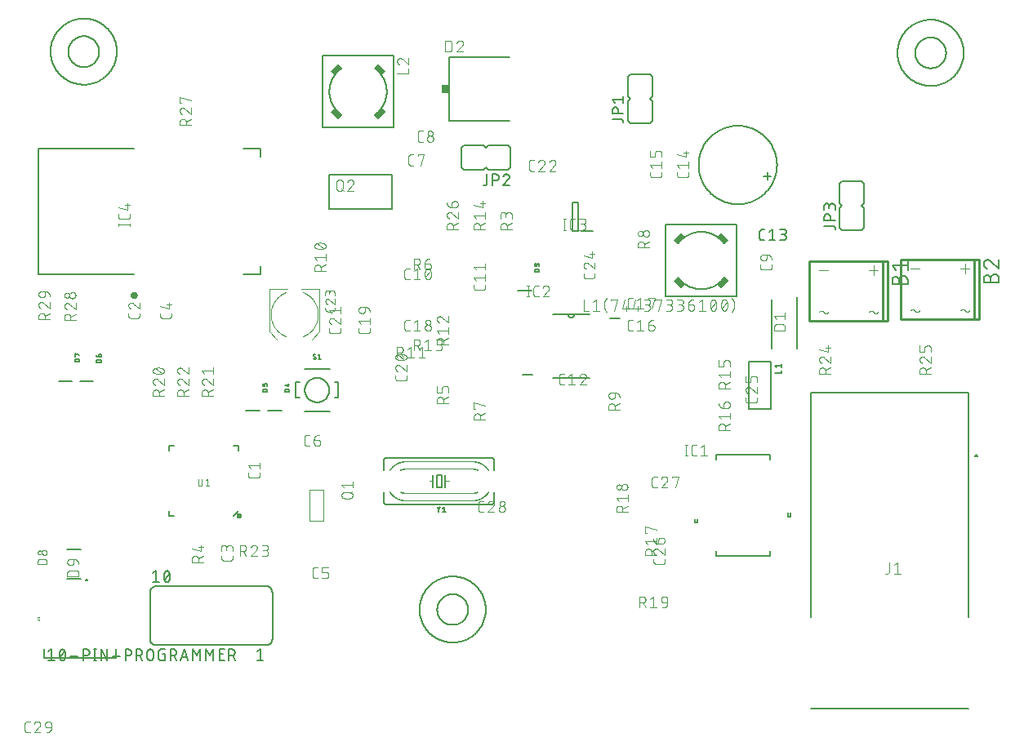
<source format=gbr>
G04 EAGLE Gerber RS-274X export*
G75*
%MOMM*%
%FSLAX34Y34*%
%LPD*%
%INSilkscreen Top*%
%IPPOS*%
%AMOC8*
5,1,8,0,0,1.08239X$1,22.5*%
G01*
%ADD10C,0.101600*%
%ADD11C,0.100000*%
%ADD12C,0.203200*%
%ADD13C,0.127000*%
%ADD14C,0.600000*%
%ADD15C,0.076200*%
%ADD16C,0.200000*%
%ADD17C,0.152400*%
%ADD18R,1.100000X0.575000*%
%ADD19R,0.762000X0.863600*%
%ADD20C,0.005078*%
%ADD21C,0.050800*%
%ADD22C,0.300000*%
%ADD23C,0.254000*%
%ADD24C,0.177800*%
%ADD25C,0.025400*%


D10*
X243332Y191121D02*
X243332Y188524D01*
X243330Y188425D01*
X243324Y188325D01*
X243315Y188226D01*
X243302Y188128D01*
X243285Y188030D01*
X243264Y187932D01*
X243239Y187836D01*
X243211Y187741D01*
X243179Y187647D01*
X243144Y187554D01*
X243105Y187462D01*
X243062Y187372D01*
X243017Y187284D01*
X242967Y187197D01*
X242915Y187113D01*
X242859Y187030D01*
X242801Y186950D01*
X242739Y186872D01*
X242674Y186797D01*
X242606Y186724D01*
X242536Y186654D01*
X242463Y186586D01*
X242388Y186521D01*
X242310Y186459D01*
X242230Y186401D01*
X242147Y186345D01*
X242063Y186293D01*
X241976Y186243D01*
X241888Y186198D01*
X241798Y186155D01*
X241706Y186116D01*
X241613Y186081D01*
X241519Y186049D01*
X241424Y186021D01*
X241328Y185996D01*
X241230Y185975D01*
X241132Y185958D01*
X241034Y185945D01*
X240935Y185936D01*
X240835Y185930D01*
X240736Y185928D01*
X234244Y185928D01*
X234145Y185930D01*
X234045Y185936D01*
X233946Y185945D01*
X233848Y185958D01*
X233750Y185976D01*
X233652Y185996D01*
X233556Y186021D01*
X233460Y186049D01*
X233366Y186081D01*
X233273Y186116D01*
X233182Y186155D01*
X233092Y186198D01*
X233003Y186243D01*
X232917Y186293D01*
X232832Y186345D01*
X232750Y186401D01*
X232670Y186460D01*
X232592Y186521D01*
X232516Y186586D01*
X232443Y186654D01*
X232373Y186724D01*
X232305Y186797D01*
X232240Y186873D01*
X232179Y186951D01*
X232120Y187031D01*
X232064Y187113D01*
X232012Y187198D01*
X231963Y187284D01*
X231917Y187373D01*
X231874Y187463D01*
X231835Y187554D01*
X231800Y187647D01*
X231768Y187741D01*
X231740Y187837D01*
X231715Y187933D01*
X231695Y188031D01*
X231677Y188129D01*
X231664Y188227D01*
X231655Y188326D01*
X231649Y188425D01*
X231647Y188525D01*
X231648Y188524D02*
X231648Y191121D01*
X234244Y195486D02*
X231648Y198732D01*
X243332Y198732D01*
X243332Y201977D02*
X243332Y195486D01*
X118999Y354339D02*
X118999Y356936D01*
X118999Y354339D02*
X118997Y354240D01*
X118991Y354140D01*
X118982Y354041D01*
X118969Y353943D01*
X118952Y353845D01*
X118931Y353747D01*
X118906Y353651D01*
X118878Y353556D01*
X118846Y353462D01*
X118811Y353369D01*
X118772Y353277D01*
X118729Y353187D01*
X118684Y353099D01*
X118634Y353012D01*
X118582Y352928D01*
X118526Y352845D01*
X118468Y352765D01*
X118406Y352687D01*
X118341Y352612D01*
X118273Y352539D01*
X118203Y352469D01*
X118130Y352401D01*
X118055Y352336D01*
X117977Y352274D01*
X117897Y352216D01*
X117814Y352160D01*
X117730Y352108D01*
X117643Y352058D01*
X117555Y352013D01*
X117465Y351970D01*
X117373Y351931D01*
X117280Y351896D01*
X117186Y351864D01*
X117091Y351836D01*
X116995Y351811D01*
X116897Y351790D01*
X116799Y351773D01*
X116701Y351760D01*
X116602Y351751D01*
X116502Y351745D01*
X116403Y351743D01*
X109911Y351743D01*
X109911Y351742D02*
X109812Y351744D01*
X109712Y351750D01*
X109613Y351759D01*
X109515Y351772D01*
X109417Y351790D01*
X109319Y351810D01*
X109223Y351835D01*
X109127Y351863D01*
X109033Y351895D01*
X108940Y351930D01*
X108849Y351969D01*
X108759Y352012D01*
X108670Y352057D01*
X108584Y352107D01*
X108499Y352159D01*
X108417Y352215D01*
X108337Y352274D01*
X108259Y352335D01*
X108183Y352400D01*
X108110Y352468D01*
X108040Y352538D01*
X107972Y352611D01*
X107907Y352687D01*
X107846Y352765D01*
X107787Y352845D01*
X107731Y352927D01*
X107679Y353012D01*
X107630Y353098D01*
X107584Y353187D01*
X107541Y353277D01*
X107502Y353368D01*
X107467Y353461D01*
X107435Y353555D01*
X107407Y353651D01*
X107382Y353747D01*
X107362Y353845D01*
X107344Y353943D01*
X107331Y354041D01*
X107322Y354140D01*
X107316Y354239D01*
X107314Y354339D01*
X107315Y354339D02*
X107315Y356936D01*
X107315Y364871D02*
X107317Y364978D01*
X107323Y365084D01*
X107333Y365190D01*
X107346Y365296D01*
X107364Y365402D01*
X107385Y365506D01*
X107410Y365610D01*
X107439Y365713D01*
X107471Y365814D01*
X107508Y365914D01*
X107548Y366013D01*
X107591Y366111D01*
X107638Y366207D01*
X107689Y366301D01*
X107743Y366393D01*
X107800Y366483D01*
X107860Y366571D01*
X107924Y366656D01*
X107991Y366739D01*
X108061Y366820D01*
X108133Y366898D01*
X108209Y366974D01*
X108287Y367046D01*
X108368Y367116D01*
X108451Y367183D01*
X108536Y367247D01*
X108624Y367307D01*
X108714Y367364D01*
X108806Y367418D01*
X108900Y367469D01*
X108996Y367516D01*
X109094Y367559D01*
X109193Y367599D01*
X109293Y367636D01*
X109394Y367668D01*
X109497Y367697D01*
X109601Y367722D01*
X109705Y367743D01*
X109811Y367761D01*
X109917Y367774D01*
X110023Y367784D01*
X110129Y367790D01*
X110236Y367792D01*
X107315Y364871D02*
X107317Y364750D01*
X107323Y364629D01*
X107333Y364509D01*
X107346Y364388D01*
X107364Y364269D01*
X107385Y364149D01*
X107410Y364031D01*
X107439Y363914D01*
X107472Y363797D01*
X107508Y363682D01*
X107549Y363568D01*
X107592Y363455D01*
X107640Y363343D01*
X107691Y363234D01*
X107746Y363126D01*
X107804Y363019D01*
X107865Y362915D01*
X107930Y362813D01*
X107998Y362713D01*
X108069Y362615D01*
X108143Y362519D01*
X108220Y362426D01*
X108301Y362336D01*
X108384Y362248D01*
X108470Y362163D01*
X108559Y362080D01*
X108650Y362001D01*
X108744Y361924D01*
X108840Y361851D01*
X108938Y361781D01*
X109039Y361714D01*
X109142Y361650D01*
X109247Y361590D01*
X109354Y361532D01*
X109462Y361479D01*
X109572Y361429D01*
X109684Y361383D01*
X109797Y361340D01*
X109912Y361301D01*
X112508Y366818D02*
X112430Y366897D01*
X112350Y366973D01*
X112267Y367046D01*
X112181Y367116D01*
X112094Y367183D01*
X112003Y367247D01*
X111911Y367307D01*
X111817Y367365D01*
X111720Y367419D01*
X111622Y367469D01*
X111522Y367516D01*
X111421Y367560D01*
X111318Y367600D01*
X111213Y367636D01*
X111108Y367668D01*
X111001Y367697D01*
X110894Y367722D01*
X110785Y367744D01*
X110676Y367761D01*
X110567Y367775D01*
X110457Y367784D01*
X110346Y367790D01*
X110236Y367792D01*
X112508Y366818D02*
X118999Y361301D01*
X118999Y367792D01*
X215392Y105476D02*
X215392Y102879D01*
X215390Y102780D01*
X215384Y102680D01*
X215375Y102581D01*
X215362Y102483D01*
X215345Y102385D01*
X215324Y102287D01*
X215299Y102191D01*
X215271Y102096D01*
X215239Y102002D01*
X215204Y101909D01*
X215165Y101817D01*
X215122Y101727D01*
X215077Y101639D01*
X215027Y101552D01*
X214975Y101468D01*
X214919Y101385D01*
X214861Y101305D01*
X214799Y101227D01*
X214734Y101152D01*
X214666Y101079D01*
X214596Y101009D01*
X214523Y100941D01*
X214448Y100876D01*
X214370Y100814D01*
X214290Y100756D01*
X214207Y100700D01*
X214123Y100648D01*
X214036Y100598D01*
X213948Y100553D01*
X213858Y100510D01*
X213766Y100471D01*
X213673Y100436D01*
X213579Y100404D01*
X213484Y100376D01*
X213388Y100351D01*
X213290Y100330D01*
X213192Y100313D01*
X213094Y100300D01*
X212995Y100291D01*
X212895Y100285D01*
X212796Y100283D01*
X206304Y100283D01*
X206304Y100282D02*
X206205Y100284D01*
X206105Y100290D01*
X206006Y100299D01*
X205908Y100312D01*
X205810Y100330D01*
X205712Y100350D01*
X205616Y100375D01*
X205520Y100403D01*
X205426Y100435D01*
X205333Y100470D01*
X205242Y100509D01*
X205152Y100552D01*
X205063Y100597D01*
X204977Y100647D01*
X204892Y100699D01*
X204810Y100755D01*
X204730Y100814D01*
X204652Y100875D01*
X204576Y100940D01*
X204503Y101008D01*
X204433Y101078D01*
X204365Y101151D01*
X204300Y101227D01*
X204239Y101305D01*
X204180Y101385D01*
X204124Y101467D01*
X204072Y101552D01*
X204023Y101638D01*
X203977Y101727D01*
X203934Y101817D01*
X203895Y101908D01*
X203860Y102001D01*
X203828Y102095D01*
X203800Y102191D01*
X203775Y102287D01*
X203755Y102385D01*
X203737Y102483D01*
X203724Y102581D01*
X203715Y102680D01*
X203709Y102779D01*
X203707Y102879D01*
X203708Y102879D02*
X203708Y105476D01*
X215392Y109841D02*
X215392Y113086D01*
X215390Y113199D01*
X215384Y113312D01*
X215374Y113425D01*
X215360Y113538D01*
X215343Y113650D01*
X215321Y113761D01*
X215296Y113871D01*
X215266Y113981D01*
X215233Y114089D01*
X215196Y114196D01*
X215156Y114302D01*
X215111Y114406D01*
X215063Y114509D01*
X215012Y114610D01*
X214957Y114709D01*
X214899Y114806D01*
X214837Y114901D01*
X214772Y114994D01*
X214704Y115084D01*
X214633Y115172D01*
X214558Y115258D01*
X214481Y115341D01*
X214401Y115421D01*
X214318Y115498D01*
X214232Y115573D01*
X214144Y115644D01*
X214054Y115712D01*
X213961Y115777D01*
X213866Y115839D01*
X213769Y115897D01*
X213670Y115952D01*
X213569Y116003D01*
X213466Y116051D01*
X213362Y116096D01*
X213256Y116136D01*
X213149Y116173D01*
X213041Y116206D01*
X212931Y116236D01*
X212821Y116261D01*
X212710Y116283D01*
X212598Y116300D01*
X212485Y116314D01*
X212372Y116324D01*
X212259Y116330D01*
X212146Y116332D01*
X212033Y116330D01*
X211920Y116324D01*
X211807Y116314D01*
X211694Y116300D01*
X211582Y116283D01*
X211471Y116261D01*
X211361Y116236D01*
X211251Y116206D01*
X211143Y116173D01*
X211036Y116136D01*
X210930Y116096D01*
X210826Y116051D01*
X210723Y116003D01*
X210622Y115952D01*
X210523Y115897D01*
X210426Y115839D01*
X210331Y115777D01*
X210238Y115712D01*
X210148Y115644D01*
X210060Y115573D01*
X209974Y115498D01*
X209891Y115421D01*
X209811Y115341D01*
X209734Y115258D01*
X209659Y115172D01*
X209588Y115084D01*
X209520Y114994D01*
X209455Y114901D01*
X209393Y114806D01*
X209335Y114709D01*
X209280Y114610D01*
X209229Y114509D01*
X209181Y114406D01*
X209136Y114302D01*
X209096Y114196D01*
X209059Y114089D01*
X209026Y113981D01*
X208996Y113871D01*
X208971Y113761D01*
X208949Y113650D01*
X208932Y113538D01*
X208918Y113425D01*
X208908Y113312D01*
X208902Y113199D01*
X208900Y113086D01*
X203708Y113736D02*
X203708Y109841D01*
X203708Y113736D02*
X203710Y113837D01*
X203716Y113937D01*
X203726Y114037D01*
X203739Y114137D01*
X203757Y114236D01*
X203778Y114335D01*
X203803Y114432D01*
X203832Y114529D01*
X203865Y114624D01*
X203901Y114718D01*
X203941Y114810D01*
X203984Y114901D01*
X204031Y114990D01*
X204081Y115077D01*
X204135Y115163D01*
X204192Y115246D01*
X204252Y115326D01*
X204315Y115405D01*
X204382Y115481D01*
X204451Y115554D01*
X204523Y115624D01*
X204597Y115692D01*
X204674Y115757D01*
X204754Y115818D01*
X204836Y115877D01*
X204920Y115932D01*
X205006Y115984D01*
X205094Y116033D01*
X205184Y116078D01*
X205276Y116120D01*
X205369Y116158D01*
X205464Y116192D01*
X205559Y116223D01*
X205656Y116250D01*
X205754Y116273D01*
X205853Y116293D01*
X205953Y116308D01*
X206053Y116320D01*
X206153Y116328D01*
X206254Y116332D01*
X206354Y116332D01*
X206455Y116328D01*
X206555Y116320D01*
X206655Y116308D01*
X206755Y116293D01*
X206854Y116273D01*
X206952Y116250D01*
X207049Y116223D01*
X207144Y116192D01*
X207239Y116158D01*
X207332Y116120D01*
X207424Y116078D01*
X207514Y116033D01*
X207602Y115984D01*
X207688Y115932D01*
X207772Y115877D01*
X207854Y115818D01*
X207934Y115757D01*
X208011Y115692D01*
X208085Y115624D01*
X208157Y115554D01*
X208226Y115481D01*
X208293Y115405D01*
X208356Y115326D01*
X208416Y115246D01*
X208473Y115163D01*
X208527Y115077D01*
X208577Y114990D01*
X208624Y114901D01*
X208667Y114810D01*
X208707Y114718D01*
X208743Y114624D01*
X208776Y114529D01*
X208805Y114432D01*
X208830Y114335D01*
X208851Y114236D01*
X208869Y114137D01*
X208882Y114037D01*
X208892Y113937D01*
X208898Y113837D01*
X208900Y113736D01*
X208901Y113736D02*
X208901Y111139D01*
X151892Y354339D02*
X151892Y356936D01*
X151892Y354339D02*
X151890Y354240D01*
X151884Y354140D01*
X151875Y354041D01*
X151862Y353943D01*
X151845Y353845D01*
X151824Y353747D01*
X151799Y353651D01*
X151771Y353556D01*
X151739Y353462D01*
X151704Y353369D01*
X151665Y353277D01*
X151622Y353187D01*
X151577Y353099D01*
X151527Y353012D01*
X151475Y352928D01*
X151419Y352845D01*
X151361Y352765D01*
X151299Y352687D01*
X151234Y352612D01*
X151166Y352539D01*
X151096Y352469D01*
X151023Y352401D01*
X150948Y352336D01*
X150870Y352274D01*
X150790Y352216D01*
X150707Y352160D01*
X150623Y352108D01*
X150536Y352058D01*
X150448Y352013D01*
X150358Y351970D01*
X150266Y351931D01*
X150173Y351896D01*
X150079Y351864D01*
X149984Y351836D01*
X149888Y351811D01*
X149790Y351790D01*
X149692Y351773D01*
X149594Y351760D01*
X149495Y351751D01*
X149395Y351745D01*
X149296Y351743D01*
X142804Y351743D01*
X142804Y351742D02*
X142705Y351744D01*
X142605Y351750D01*
X142506Y351759D01*
X142408Y351772D01*
X142310Y351790D01*
X142212Y351810D01*
X142116Y351835D01*
X142020Y351863D01*
X141926Y351895D01*
X141833Y351930D01*
X141742Y351969D01*
X141652Y352012D01*
X141563Y352057D01*
X141477Y352107D01*
X141392Y352159D01*
X141310Y352215D01*
X141230Y352274D01*
X141152Y352335D01*
X141076Y352400D01*
X141003Y352468D01*
X140933Y352538D01*
X140865Y352611D01*
X140800Y352687D01*
X140739Y352765D01*
X140680Y352845D01*
X140624Y352927D01*
X140572Y353012D01*
X140523Y353098D01*
X140477Y353187D01*
X140434Y353277D01*
X140395Y353368D01*
X140360Y353461D01*
X140328Y353555D01*
X140300Y353651D01*
X140275Y353747D01*
X140255Y353845D01*
X140237Y353943D01*
X140224Y354041D01*
X140215Y354140D01*
X140209Y354239D01*
X140207Y354339D01*
X140208Y354339D02*
X140208Y356936D01*
X140208Y363897D02*
X149296Y361301D01*
X149296Y367792D01*
X146699Y365845D02*
X151892Y365845D01*
X300999Y81788D02*
X303596Y81788D01*
X300999Y81788D02*
X300900Y81790D01*
X300800Y81796D01*
X300701Y81805D01*
X300603Y81818D01*
X300505Y81835D01*
X300407Y81856D01*
X300311Y81881D01*
X300216Y81909D01*
X300122Y81941D01*
X300029Y81976D01*
X299937Y82015D01*
X299847Y82058D01*
X299759Y82103D01*
X299672Y82153D01*
X299588Y82205D01*
X299505Y82261D01*
X299425Y82319D01*
X299347Y82381D01*
X299272Y82446D01*
X299199Y82514D01*
X299129Y82584D01*
X299061Y82657D01*
X298996Y82732D01*
X298934Y82810D01*
X298876Y82890D01*
X298820Y82973D01*
X298768Y83057D01*
X298718Y83144D01*
X298673Y83232D01*
X298630Y83322D01*
X298591Y83414D01*
X298556Y83507D01*
X298524Y83601D01*
X298496Y83696D01*
X298471Y83792D01*
X298450Y83890D01*
X298433Y83988D01*
X298420Y84086D01*
X298411Y84185D01*
X298405Y84285D01*
X298403Y84384D01*
X298403Y90876D01*
X298405Y90975D01*
X298411Y91075D01*
X298420Y91174D01*
X298433Y91272D01*
X298450Y91370D01*
X298471Y91468D01*
X298496Y91564D01*
X298524Y91659D01*
X298556Y91753D01*
X298591Y91846D01*
X298630Y91938D01*
X298673Y92028D01*
X298718Y92116D01*
X298768Y92203D01*
X298820Y92287D01*
X298876Y92370D01*
X298934Y92450D01*
X298996Y92528D01*
X299061Y92603D01*
X299129Y92676D01*
X299199Y92746D01*
X299272Y92814D01*
X299347Y92879D01*
X299425Y92941D01*
X299505Y92999D01*
X299588Y93055D01*
X299672Y93107D01*
X299759Y93157D01*
X299847Y93202D01*
X299937Y93245D01*
X300029Y93284D01*
X300121Y93319D01*
X300216Y93351D01*
X300311Y93379D01*
X300407Y93404D01*
X300505Y93425D01*
X300603Y93442D01*
X300701Y93455D01*
X300800Y93464D01*
X300900Y93470D01*
X300999Y93472D01*
X303596Y93472D01*
X307961Y81788D02*
X311856Y81788D01*
X311955Y81790D01*
X312055Y81796D01*
X312154Y81805D01*
X312252Y81818D01*
X312350Y81835D01*
X312448Y81856D01*
X312544Y81881D01*
X312639Y81909D01*
X312733Y81941D01*
X312826Y81976D01*
X312918Y82015D01*
X313008Y82058D01*
X313096Y82103D01*
X313183Y82153D01*
X313267Y82205D01*
X313350Y82261D01*
X313430Y82319D01*
X313508Y82381D01*
X313583Y82446D01*
X313656Y82514D01*
X313726Y82584D01*
X313794Y82657D01*
X313859Y82732D01*
X313921Y82810D01*
X313979Y82890D01*
X314035Y82973D01*
X314087Y83057D01*
X314137Y83144D01*
X314182Y83232D01*
X314225Y83322D01*
X314264Y83414D01*
X314299Y83507D01*
X314331Y83601D01*
X314359Y83696D01*
X314384Y83792D01*
X314405Y83890D01*
X314422Y83988D01*
X314435Y84086D01*
X314444Y84185D01*
X314450Y84285D01*
X314452Y84384D01*
X314452Y85683D01*
X314450Y85782D01*
X314444Y85882D01*
X314435Y85981D01*
X314422Y86079D01*
X314405Y86177D01*
X314384Y86275D01*
X314359Y86371D01*
X314331Y86466D01*
X314299Y86560D01*
X314264Y86653D01*
X314225Y86745D01*
X314182Y86835D01*
X314137Y86923D01*
X314087Y87010D01*
X314035Y87094D01*
X313979Y87177D01*
X313921Y87257D01*
X313859Y87335D01*
X313794Y87410D01*
X313726Y87483D01*
X313656Y87553D01*
X313583Y87621D01*
X313508Y87686D01*
X313430Y87748D01*
X313350Y87806D01*
X313267Y87862D01*
X313183Y87914D01*
X313096Y87964D01*
X313008Y88009D01*
X312918Y88052D01*
X312826Y88091D01*
X312733Y88126D01*
X312639Y88158D01*
X312544Y88186D01*
X312448Y88211D01*
X312350Y88232D01*
X312252Y88249D01*
X312154Y88262D01*
X312055Y88271D01*
X311955Y88277D01*
X311856Y88279D01*
X307961Y88279D01*
X307961Y93472D01*
X314452Y93472D01*
X295261Y218948D02*
X292664Y218948D01*
X292565Y218950D01*
X292465Y218956D01*
X292366Y218965D01*
X292268Y218978D01*
X292170Y218995D01*
X292072Y219016D01*
X291976Y219041D01*
X291881Y219069D01*
X291787Y219101D01*
X291694Y219136D01*
X291602Y219175D01*
X291512Y219218D01*
X291424Y219263D01*
X291337Y219313D01*
X291253Y219365D01*
X291170Y219421D01*
X291090Y219479D01*
X291012Y219541D01*
X290937Y219606D01*
X290864Y219674D01*
X290794Y219744D01*
X290726Y219817D01*
X290661Y219892D01*
X290599Y219970D01*
X290541Y220050D01*
X290485Y220133D01*
X290433Y220217D01*
X290383Y220304D01*
X290338Y220392D01*
X290295Y220482D01*
X290256Y220574D01*
X290221Y220667D01*
X290189Y220761D01*
X290161Y220856D01*
X290136Y220952D01*
X290115Y221050D01*
X290098Y221148D01*
X290085Y221246D01*
X290076Y221345D01*
X290070Y221445D01*
X290068Y221544D01*
X290068Y228036D01*
X290070Y228135D01*
X290076Y228235D01*
X290085Y228334D01*
X290098Y228432D01*
X290115Y228530D01*
X290136Y228628D01*
X290161Y228724D01*
X290189Y228819D01*
X290221Y228913D01*
X290256Y229006D01*
X290295Y229098D01*
X290338Y229188D01*
X290383Y229276D01*
X290433Y229363D01*
X290485Y229447D01*
X290541Y229530D01*
X290599Y229610D01*
X290661Y229688D01*
X290726Y229763D01*
X290794Y229836D01*
X290864Y229906D01*
X290937Y229974D01*
X291012Y230039D01*
X291090Y230101D01*
X291170Y230159D01*
X291253Y230215D01*
X291337Y230267D01*
X291424Y230317D01*
X291512Y230362D01*
X291602Y230405D01*
X291694Y230444D01*
X291786Y230479D01*
X291881Y230511D01*
X291976Y230539D01*
X292072Y230564D01*
X292170Y230585D01*
X292268Y230602D01*
X292366Y230615D01*
X292465Y230624D01*
X292565Y230630D01*
X292664Y230632D01*
X295261Y230632D01*
X299626Y225439D02*
X303521Y225439D01*
X303620Y225437D01*
X303720Y225431D01*
X303819Y225422D01*
X303917Y225409D01*
X304015Y225392D01*
X304113Y225371D01*
X304209Y225346D01*
X304304Y225318D01*
X304398Y225286D01*
X304491Y225251D01*
X304583Y225212D01*
X304673Y225169D01*
X304761Y225124D01*
X304848Y225074D01*
X304932Y225022D01*
X305015Y224966D01*
X305095Y224908D01*
X305173Y224846D01*
X305248Y224781D01*
X305321Y224713D01*
X305391Y224643D01*
X305459Y224570D01*
X305524Y224495D01*
X305586Y224417D01*
X305644Y224337D01*
X305700Y224254D01*
X305752Y224170D01*
X305802Y224083D01*
X305847Y223995D01*
X305890Y223905D01*
X305929Y223813D01*
X305964Y223720D01*
X305996Y223626D01*
X306024Y223531D01*
X306049Y223435D01*
X306070Y223337D01*
X306087Y223239D01*
X306100Y223141D01*
X306109Y223042D01*
X306115Y222942D01*
X306117Y222843D01*
X306117Y222194D01*
X306118Y222194D02*
X306116Y222081D01*
X306110Y221968D01*
X306100Y221855D01*
X306086Y221742D01*
X306069Y221630D01*
X306047Y221519D01*
X306022Y221409D01*
X305992Y221299D01*
X305959Y221191D01*
X305922Y221084D01*
X305882Y220978D01*
X305837Y220874D01*
X305789Y220771D01*
X305738Y220670D01*
X305683Y220571D01*
X305625Y220474D01*
X305563Y220379D01*
X305498Y220286D01*
X305430Y220196D01*
X305359Y220108D01*
X305284Y220022D01*
X305207Y219939D01*
X305127Y219859D01*
X305044Y219782D01*
X304958Y219707D01*
X304870Y219636D01*
X304780Y219568D01*
X304687Y219503D01*
X304592Y219441D01*
X304495Y219383D01*
X304396Y219328D01*
X304295Y219277D01*
X304192Y219229D01*
X304088Y219184D01*
X303982Y219144D01*
X303875Y219107D01*
X303767Y219074D01*
X303657Y219044D01*
X303547Y219019D01*
X303436Y218997D01*
X303324Y218980D01*
X303211Y218966D01*
X303098Y218956D01*
X302985Y218950D01*
X302872Y218948D01*
X302759Y218950D01*
X302646Y218956D01*
X302533Y218966D01*
X302420Y218980D01*
X302308Y218997D01*
X302197Y219019D01*
X302087Y219044D01*
X301977Y219074D01*
X301869Y219107D01*
X301762Y219144D01*
X301656Y219184D01*
X301552Y219229D01*
X301449Y219277D01*
X301348Y219328D01*
X301249Y219383D01*
X301152Y219441D01*
X301057Y219503D01*
X300964Y219568D01*
X300874Y219636D01*
X300786Y219707D01*
X300700Y219782D01*
X300617Y219859D01*
X300537Y219939D01*
X300460Y220022D01*
X300385Y220108D01*
X300314Y220196D01*
X300246Y220286D01*
X300181Y220379D01*
X300119Y220474D01*
X300061Y220571D01*
X300006Y220670D01*
X299955Y220771D01*
X299907Y220874D01*
X299862Y220978D01*
X299822Y221084D01*
X299785Y221191D01*
X299752Y221299D01*
X299722Y221409D01*
X299697Y221519D01*
X299675Y221630D01*
X299658Y221742D01*
X299644Y221855D01*
X299634Y221968D01*
X299628Y222081D01*
X299626Y222194D01*
X299626Y225439D01*
X299628Y225582D01*
X299634Y225725D01*
X299644Y225868D01*
X299658Y226010D01*
X299675Y226152D01*
X299697Y226294D01*
X299722Y226435D01*
X299752Y226575D01*
X299785Y226714D01*
X299822Y226852D01*
X299863Y226989D01*
X299907Y227125D01*
X299956Y227260D01*
X300008Y227393D01*
X300063Y227525D01*
X300123Y227655D01*
X300186Y227784D01*
X300252Y227911D01*
X300322Y228035D01*
X300395Y228158D01*
X300472Y228279D01*
X300552Y228398D01*
X300635Y228514D01*
X300721Y228629D01*
X300810Y228740D01*
X300903Y228850D01*
X300998Y228956D01*
X301097Y229060D01*
X301198Y229161D01*
X301302Y229260D01*
X301408Y229355D01*
X301518Y229448D01*
X301629Y229537D01*
X301744Y229623D01*
X301860Y229706D01*
X301979Y229786D01*
X302100Y229863D01*
X302222Y229936D01*
X302347Y230006D01*
X302474Y230072D01*
X302603Y230135D01*
X302733Y230195D01*
X302865Y230250D01*
X302998Y230302D01*
X303133Y230351D01*
X303269Y230395D01*
X303406Y230436D01*
X303544Y230473D01*
X303683Y230506D01*
X303823Y230536D01*
X303964Y230561D01*
X304106Y230583D01*
X304248Y230600D01*
X304390Y230614D01*
X304533Y230624D01*
X304676Y230630D01*
X304819Y230632D01*
D11*
X309760Y173480D02*
X309760Y141480D01*
X294760Y141480D01*
X294760Y173480D01*
X309760Y173480D01*
D10*
X331414Y164737D02*
X336606Y164737D01*
X331414Y164737D02*
X331301Y164739D01*
X331188Y164745D01*
X331075Y164755D01*
X330962Y164769D01*
X330850Y164786D01*
X330739Y164808D01*
X330629Y164833D01*
X330519Y164863D01*
X330411Y164896D01*
X330304Y164933D01*
X330198Y164973D01*
X330094Y165018D01*
X329991Y165066D01*
X329890Y165117D01*
X329791Y165172D01*
X329694Y165230D01*
X329599Y165292D01*
X329506Y165357D01*
X329416Y165425D01*
X329328Y165496D01*
X329242Y165571D01*
X329159Y165648D01*
X329079Y165728D01*
X329002Y165811D01*
X328927Y165897D01*
X328856Y165985D01*
X328788Y166075D01*
X328723Y166168D01*
X328661Y166263D01*
X328603Y166360D01*
X328548Y166459D01*
X328497Y166560D01*
X328449Y166663D01*
X328404Y166767D01*
X328364Y166873D01*
X328327Y166980D01*
X328294Y167088D01*
X328264Y167198D01*
X328239Y167308D01*
X328217Y167419D01*
X328200Y167531D01*
X328186Y167644D01*
X328176Y167757D01*
X328170Y167870D01*
X328168Y167983D01*
X328170Y168096D01*
X328176Y168209D01*
X328186Y168322D01*
X328200Y168435D01*
X328217Y168547D01*
X328239Y168658D01*
X328264Y168768D01*
X328294Y168878D01*
X328327Y168986D01*
X328364Y169093D01*
X328404Y169199D01*
X328449Y169303D01*
X328497Y169406D01*
X328548Y169507D01*
X328603Y169606D01*
X328661Y169703D01*
X328723Y169798D01*
X328788Y169891D01*
X328856Y169981D01*
X328927Y170069D01*
X329002Y170155D01*
X329079Y170238D01*
X329159Y170318D01*
X329242Y170395D01*
X329328Y170470D01*
X329416Y170541D01*
X329506Y170609D01*
X329599Y170674D01*
X329694Y170736D01*
X329791Y170794D01*
X329890Y170849D01*
X329991Y170900D01*
X330094Y170948D01*
X330198Y170993D01*
X330304Y171033D01*
X330411Y171070D01*
X330519Y171103D01*
X330629Y171133D01*
X330739Y171158D01*
X330850Y171180D01*
X330962Y171197D01*
X331075Y171211D01*
X331188Y171221D01*
X331301Y171227D01*
X331414Y171229D01*
X331414Y171228D02*
X336606Y171228D01*
X336606Y171229D02*
X336719Y171227D01*
X336832Y171221D01*
X336945Y171211D01*
X337058Y171197D01*
X337170Y171180D01*
X337281Y171158D01*
X337391Y171133D01*
X337501Y171103D01*
X337609Y171070D01*
X337716Y171033D01*
X337822Y170993D01*
X337926Y170948D01*
X338029Y170900D01*
X338130Y170849D01*
X338229Y170794D01*
X338326Y170736D01*
X338421Y170674D01*
X338514Y170609D01*
X338604Y170541D01*
X338692Y170470D01*
X338778Y170395D01*
X338861Y170318D01*
X338941Y170238D01*
X339018Y170155D01*
X339093Y170069D01*
X339164Y169981D01*
X339232Y169891D01*
X339297Y169798D01*
X339359Y169703D01*
X339417Y169606D01*
X339472Y169507D01*
X339523Y169406D01*
X339571Y169303D01*
X339616Y169199D01*
X339656Y169093D01*
X339693Y168986D01*
X339726Y168878D01*
X339756Y168768D01*
X339781Y168658D01*
X339803Y168547D01*
X339820Y168435D01*
X339834Y168322D01*
X339844Y168209D01*
X339850Y168096D01*
X339852Y167983D01*
X339850Y167870D01*
X339844Y167757D01*
X339834Y167644D01*
X339820Y167531D01*
X339803Y167419D01*
X339781Y167308D01*
X339756Y167198D01*
X339726Y167088D01*
X339693Y166980D01*
X339656Y166873D01*
X339616Y166767D01*
X339571Y166663D01*
X339523Y166560D01*
X339472Y166459D01*
X339417Y166360D01*
X339359Y166263D01*
X339297Y166168D01*
X339232Y166075D01*
X339164Y165985D01*
X339093Y165897D01*
X339018Y165811D01*
X338941Y165728D01*
X338861Y165648D01*
X338778Y165571D01*
X338692Y165496D01*
X338604Y165425D01*
X338514Y165357D01*
X338421Y165292D01*
X338326Y165230D01*
X338229Y165172D01*
X338130Y165117D01*
X338029Y165066D01*
X337926Y165018D01*
X337822Y164973D01*
X337716Y164933D01*
X337609Y164896D01*
X337501Y164863D01*
X337391Y164833D01*
X337281Y164808D01*
X337170Y164786D01*
X337058Y164769D01*
X336945Y164755D01*
X336832Y164745D01*
X336719Y164739D01*
X336606Y164737D01*
X337256Y169930D02*
X339852Y172526D01*
X330764Y175881D02*
X328168Y179126D01*
X339852Y179126D01*
X339852Y175881D02*
X339852Y182372D01*
X184912Y98485D02*
X173228Y98485D01*
X173228Y101730D01*
X173230Y101843D01*
X173236Y101956D01*
X173246Y102069D01*
X173260Y102182D01*
X173277Y102294D01*
X173299Y102405D01*
X173324Y102515D01*
X173354Y102625D01*
X173387Y102733D01*
X173424Y102840D01*
X173464Y102946D01*
X173509Y103050D01*
X173557Y103153D01*
X173608Y103254D01*
X173663Y103353D01*
X173721Y103450D01*
X173783Y103545D01*
X173848Y103638D01*
X173916Y103728D01*
X173987Y103816D01*
X174062Y103902D01*
X174139Y103985D01*
X174219Y104065D01*
X174302Y104142D01*
X174388Y104217D01*
X174476Y104288D01*
X174566Y104356D01*
X174659Y104421D01*
X174754Y104483D01*
X174851Y104541D01*
X174950Y104596D01*
X175051Y104647D01*
X175154Y104695D01*
X175258Y104740D01*
X175364Y104780D01*
X175471Y104817D01*
X175579Y104850D01*
X175689Y104880D01*
X175799Y104905D01*
X175910Y104927D01*
X176022Y104944D01*
X176135Y104958D01*
X176248Y104968D01*
X176361Y104974D01*
X176474Y104976D01*
X176587Y104974D01*
X176700Y104968D01*
X176813Y104958D01*
X176926Y104944D01*
X177038Y104927D01*
X177149Y104905D01*
X177259Y104880D01*
X177369Y104850D01*
X177477Y104817D01*
X177584Y104780D01*
X177690Y104740D01*
X177794Y104695D01*
X177897Y104647D01*
X177998Y104596D01*
X178097Y104541D01*
X178194Y104483D01*
X178289Y104421D01*
X178382Y104356D01*
X178472Y104288D01*
X178560Y104217D01*
X178646Y104142D01*
X178729Y104065D01*
X178809Y103985D01*
X178886Y103902D01*
X178961Y103816D01*
X179032Y103728D01*
X179100Y103638D01*
X179165Y103545D01*
X179227Y103450D01*
X179285Y103353D01*
X179340Y103254D01*
X179391Y103153D01*
X179439Y103050D01*
X179484Y102946D01*
X179524Y102840D01*
X179561Y102733D01*
X179594Y102625D01*
X179624Y102515D01*
X179649Y102405D01*
X179671Y102294D01*
X179688Y102182D01*
X179702Y102069D01*
X179712Y101956D01*
X179718Y101843D01*
X179720Y101730D01*
X179719Y101730D02*
X179719Y98485D01*
X179719Y102379D02*
X184912Y104976D01*
X182316Y109841D02*
X173228Y112437D01*
X182316Y109841D02*
X182316Y116332D01*
X179719Y114385D02*
X184912Y114385D01*
D12*
X280870Y269140D02*
X280870Y285140D01*
X289870Y299140D02*
X315870Y299140D01*
X324870Y285140D02*
X324870Y269140D01*
X315870Y255140D02*
X289870Y255140D01*
X320870Y285140D02*
X324870Y285140D01*
X324870Y269140D02*
X320870Y269140D01*
X284870Y285140D02*
X280870Y285140D01*
X280870Y269140D02*
X284870Y269140D01*
X290170Y277140D02*
X290174Y277452D01*
X290185Y277763D01*
X290204Y278074D01*
X290231Y278385D01*
X290266Y278695D01*
X290307Y279003D01*
X290357Y279311D01*
X290414Y279618D01*
X290479Y279923D01*
X290551Y280226D01*
X290630Y280527D01*
X290717Y280827D01*
X290811Y281124D01*
X290912Y281419D01*
X291021Y281711D01*
X291137Y282000D01*
X291260Y282287D01*
X291389Y282570D01*
X291526Y282850D01*
X291670Y283127D01*
X291820Y283400D01*
X291977Y283669D01*
X292140Y283934D01*
X292310Y284196D01*
X292487Y284453D01*
X292669Y284705D01*
X292858Y284953D01*
X293053Y285197D01*
X293253Y285435D01*
X293460Y285669D01*
X293672Y285897D01*
X293890Y286120D01*
X294113Y286338D01*
X294341Y286550D01*
X294575Y286757D01*
X294813Y286957D01*
X295057Y287152D01*
X295305Y287341D01*
X295557Y287523D01*
X295814Y287700D01*
X296076Y287870D01*
X296341Y288033D01*
X296610Y288190D01*
X296883Y288340D01*
X297160Y288484D01*
X297440Y288621D01*
X297723Y288750D01*
X298010Y288873D01*
X298299Y288989D01*
X298591Y289098D01*
X298886Y289199D01*
X299183Y289293D01*
X299483Y289380D01*
X299784Y289459D01*
X300087Y289531D01*
X300392Y289596D01*
X300699Y289653D01*
X301007Y289703D01*
X301315Y289744D01*
X301625Y289779D01*
X301936Y289806D01*
X302247Y289825D01*
X302558Y289836D01*
X302870Y289840D01*
X303182Y289836D01*
X303493Y289825D01*
X303804Y289806D01*
X304115Y289779D01*
X304425Y289744D01*
X304733Y289703D01*
X305041Y289653D01*
X305348Y289596D01*
X305653Y289531D01*
X305956Y289459D01*
X306257Y289380D01*
X306557Y289293D01*
X306854Y289199D01*
X307149Y289098D01*
X307441Y288989D01*
X307730Y288873D01*
X308017Y288750D01*
X308300Y288621D01*
X308580Y288484D01*
X308857Y288340D01*
X309130Y288190D01*
X309399Y288033D01*
X309664Y287870D01*
X309926Y287700D01*
X310183Y287523D01*
X310435Y287341D01*
X310683Y287152D01*
X310927Y286957D01*
X311165Y286757D01*
X311399Y286550D01*
X311627Y286338D01*
X311850Y286120D01*
X312068Y285897D01*
X312280Y285669D01*
X312487Y285435D01*
X312687Y285197D01*
X312882Y284953D01*
X313071Y284705D01*
X313253Y284453D01*
X313430Y284196D01*
X313600Y283934D01*
X313763Y283669D01*
X313920Y283400D01*
X314070Y283127D01*
X314214Y282850D01*
X314351Y282570D01*
X314480Y282287D01*
X314603Y282000D01*
X314719Y281711D01*
X314828Y281419D01*
X314929Y281124D01*
X315023Y280827D01*
X315110Y280527D01*
X315189Y280226D01*
X315261Y279923D01*
X315326Y279618D01*
X315383Y279311D01*
X315433Y279003D01*
X315474Y278695D01*
X315509Y278385D01*
X315536Y278074D01*
X315555Y277763D01*
X315566Y277452D01*
X315570Y277140D01*
X315566Y276828D01*
X315555Y276517D01*
X315536Y276206D01*
X315509Y275895D01*
X315474Y275585D01*
X315433Y275277D01*
X315383Y274969D01*
X315326Y274662D01*
X315261Y274357D01*
X315189Y274054D01*
X315110Y273753D01*
X315023Y273453D01*
X314929Y273156D01*
X314828Y272861D01*
X314719Y272569D01*
X314603Y272280D01*
X314480Y271993D01*
X314351Y271710D01*
X314214Y271430D01*
X314070Y271153D01*
X313920Y270880D01*
X313763Y270611D01*
X313600Y270346D01*
X313430Y270084D01*
X313253Y269827D01*
X313071Y269575D01*
X312882Y269327D01*
X312687Y269083D01*
X312487Y268845D01*
X312280Y268611D01*
X312068Y268383D01*
X311850Y268160D01*
X311627Y267942D01*
X311399Y267730D01*
X311165Y267523D01*
X310927Y267323D01*
X310683Y267128D01*
X310435Y266939D01*
X310183Y266757D01*
X309926Y266580D01*
X309664Y266410D01*
X309399Y266247D01*
X309130Y266090D01*
X308857Y265940D01*
X308580Y265796D01*
X308300Y265659D01*
X308017Y265530D01*
X307730Y265407D01*
X307441Y265291D01*
X307149Y265182D01*
X306854Y265081D01*
X306557Y264987D01*
X306257Y264900D01*
X305956Y264821D01*
X305653Y264749D01*
X305348Y264684D01*
X305041Y264627D01*
X304733Y264577D01*
X304425Y264536D01*
X304115Y264501D01*
X303804Y264474D01*
X303493Y264455D01*
X303182Y264444D01*
X302870Y264440D01*
X302558Y264444D01*
X302247Y264455D01*
X301936Y264474D01*
X301625Y264501D01*
X301315Y264536D01*
X301007Y264577D01*
X300699Y264627D01*
X300392Y264684D01*
X300087Y264749D01*
X299784Y264821D01*
X299483Y264900D01*
X299183Y264987D01*
X298886Y265081D01*
X298591Y265182D01*
X298299Y265291D01*
X298010Y265407D01*
X297723Y265530D01*
X297440Y265659D01*
X297160Y265796D01*
X296883Y265940D01*
X296610Y266090D01*
X296341Y266247D01*
X296076Y266410D01*
X295814Y266580D01*
X295557Y266757D01*
X295305Y266939D01*
X295057Y267128D01*
X294813Y267323D01*
X294575Y267523D01*
X294341Y267730D01*
X294113Y267942D01*
X293890Y268160D01*
X293672Y268383D01*
X293460Y268611D01*
X293253Y268845D01*
X293053Y269083D01*
X292858Y269327D01*
X292669Y269575D01*
X292487Y269827D01*
X292310Y270084D01*
X292140Y270346D01*
X291977Y270611D01*
X291820Y270880D01*
X291670Y271153D01*
X291526Y271430D01*
X291389Y271710D01*
X291260Y271993D01*
X291137Y272280D01*
X291021Y272569D01*
X290912Y272861D01*
X290811Y273156D01*
X290717Y273453D01*
X290630Y273753D01*
X290551Y274054D01*
X290479Y274357D01*
X290414Y274662D01*
X290357Y274969D01*
X290307Y275277D01*
X290266Y275585D01*
X290231Y275895D01*
X290204Y276206D01*
X290185Y276517D01*
X290174Y276828D01*
X290170Y277140D01*
D13*
X300486Y309525D02*
X300551Y309527D01*
X300615Y309533D01*
X300679Y309543D01*
X300743Y309556D01*
X300805Y309574D01*
X300866Y309595D01*
X300926Y309619D01*
X300984Y309648D01*
X301041Y309680D01*
X301095Y309715D01*
X301147Y309753D01*
X301197Y309795D01*
X301244Y309839D01*
X301288Y309886D01*
X301330Y309936D01*
X301368Y309988D01*
X301403Y310042D01*
X301435Y310099D01*
X301464Y310157D01*
X301488Y310217D01*
X301509Y310278D01*
X301527Y310340D01*
X301540Y310404D01*
X301550Y310468D01*
X301556Y310532D01*
X301558Y310597D01*
X300486Y309525D02*
X300392Y309527D01*
X300298Y309533D01*
X300204Y309543D01*
X300111Y309556D01*
X300019Y309574D01*
X299927Y309595D01*
X299836Y309620D01*
X299746Y309649D01*
X299658Y309682D01*
X299571Y309718D01*
X299486Y309758D01*
X299402Y309801D01*
X299321Y309848D01*
X299241Y309898D01*
X299163Y309951D01*
X299088Y310008D01*
X299015Y310067D01*
X298945Y310130D01*
X298877Y310195D01*
X299012Y313279D02*
X299014Y313344D01*
X299020Y313408D01*
X299030Y313472D01*
X299043Y313536D01*
X299061Y313598D01*
X299082Y313659D01*
X299106Y313719D01*
X299135Y313777D01*
X299167Y313834D01*
X299202Y313888D01*
X299240Y313940D01*
X299282Y313990D01*
X299326Y314037D01*
X299373Y314081D01*
X299423Y314123D01*
X299475Y314161D01*
X299529Y314196D01*
X299586Y314228D01*
X299644Y314257D01*
X299704Y314281D01*
X299765Y314302D01*
X299827Y314320D01*
X299891Y314333D01*
X299955Y314343D01*
X300019Y314349D01*
X300084Y314351D01*
X300170Y314349D01*
X300256Y314344D01*
X300342Y314334D01*
X300427Y314321D01*
X300512Y314305D01*
X300596Y314285D01*
X300679Y314261D01*
X300761Y314234D01*
X300841Y314203D01*
X300921Y314169D01*
X300998Y314131D01*
X301074Y314090D01*
X301148Y314046D01*
X301220Y313999D01*
X301291Y313949D01*
X299548Y312341D02*
X299495Y312374D01*
X299444Y312411D01*
X299395Y312450D01*
X299348Y312492D01*
X299304Y312537D01*
X299263Y312584D01*
X299224Y312633D01*
X299188Y312685D01*
X299155Y312739D01*
X299126Y312794D01*
X299100Y312851D01*
X299077Y312910D01*
X299057Y312969D01*
X299041Y313030D01*
X299028Y313091D01*
X299019Y313154D01*
X299014Y313216D01*
X299012Y313279D01*
X301023Y311535D02*
X301076Y311502D01*
X301127Y311465D01*
X301176Y311426D01*
X301223Y311384D01*
X301267Y311339D01*
X301308Y311292D01*
X301347Y311243D01*
X301383Y311191D01*
X301416Y311137D01*
X301445Y311082D01*
X301471Y311025D01*
X301494Y310966D01*
X301514Y310907D01*
X301530Y310846D01*
X301543Y310785D01*
X301552Y310722D01*
X301557Y310660D01*
X301559Y310597D01*
X301023Y311536D02*
X299548Y312340D01*
X304181Y313279D02*
X305522Y314351D01*
X305522Y309525D01*
X306862Y309525D02*
X304181Y309525D01*
D14*
X222150Y146150D03*
D12*
X221690Y151610D02*
X216690Y146610D01*
X154150Y146610D02*
X149150Y146610D01*
X149150Y151610D01*
X221690Y214150D02*
X221690Y219150D01*
X216690Y219150D01*
X149150Y219150D02*
X149150Y214150D01*
X149150Y219150D02*
X154150Y219150D01*
D15*
X179594Y185039D02*
X179594Y179719D01*
X179596Y179630D01*
X179602Y179541D01*
X179612Y179452D01*
X179625Y179364D01*
X179642Y179276D01*
X179664Y179189D01*
X179689Y179104D01*
X179717Y179019D01*
X179750Y178936D01*
X179786Y178854D01*
X179825Y178774D01*
X179868Y178696D01*
X179914Y178620D01*
X179964Y178545D01*
X180017Y178473D01*
X180073Y178404D01*
X180132Y178337D01*
X180193Y178272D01*
X180258Y178211D01*
X180325Y178152D01*
X180394Y178096D01*
X180466Y178043D01*
X180541Y177993D01*
X180617Y177947D01*
X180695Y177904D01*
X180775Y177865D01*
X180857Y177829D01*
X180940Y177796D01*
X181025Y177768D01*
X181110Y177743D01*
X181197Y177721D01*
X181285Y177704D01*
X181373Y177691D01*
X181462Y177681D01*
X181551Y177675D01*
X181640Y177673D01*
X181729Y177675D01*
X181818Y177681D01*
X181907Y177691D01*
X181995Y177704D01*
X182083Y177721D01*
X182170Y177743D01*
X182255Y177768D01*
X182340Y177796D01*
X182423Y177829D01*
X182505Y177865D01*
X182585Y177904D01*
X182663Y177947D01*
X182739Y177993D01*
X182814Y178043D01*
X182886Y178096D01*
X182955Y178152D01*
X183022Y178211D01*
X183087Y178272D01*
X183148Y178337D01*
X183207Y178404D01*
X183263Y178473D01*
X183316Y178545D01*
X183366Y178620D01*
X183412Y178696D01*
X183455Y178774D01*
X183494Y178854D01*
X183530Y178936D01*
X183563Y179019D01*
X183591Y179104D01*
X183616Y179189D01*
X183638Y179276D01*
X183655Y179364D01*
X183668Y179452D01*
X183678Y179541D01*
X183684Y179630D01*
X183686Y179719D01*
X183687Y179719D02*
X183687Y185039D01*
X187153Y183402D02*
X189200Y185039D01*
X189200Y177673D01*
X191246Y177673D02*
X187153Y177673D01*
D16*
X800380Y320240D02*
X800380Y373690D01*
X774420Y370640D02*
X774420Y320240D01*
D10*
X776478Y338829D02*
X788162Y338829D01*
X776478Y338829D02*
X776478Y342075D01*
X776480Y342188D01*
X776486Y342301D01*
X776496Y342414D01*
X776510Y342527D01*
X776527Y342639D01*
X776549Y342750D01*
X776574Y342860D01*
X776604Y342970D01*
X776637Y343078D01*
X776674Y343185D01*
X776714Y343291D01*
X776759Y343395D01*
X776807Y343498D01*
X776858Y343599D01*
X776913Y343698D01*
X776971Y343795D01*
X777033Y343890D01*
X777098Y343983D01*
X777166Y344073D01*
X777237Y344161D01*
X777312Y344247D01*
X777389Y344330D01*
X777469Y344410D01*
X777552Y344487D01*
X777638Y344562D01*
X777726Y344633D01*
X777816Y344701D01*
X777909Y344766D01*
X778004Y344828D01*
X778101Y344886D01*
X778200Y344941D01*
X778301Y344992D01*
X778404Y345040D01*
X778508Y345085D01*
X778614Y345125D01*
X778721Y345162D01*
X778829Y345195D01*
X778939Y345225D01*
X779049Y345250D01*
X779160Y345272D01*
X779272Y345289D01*
X779385Y345303D01*
X779498Y345313D01*
X779611Y345319D01*
X779724Y345321D01*
X779724Y345320D02*
X784916Y345320D01*
X784916Y345321D02*
X785029Y345319D01*
X785142Y345313D01*
X785255Y345303D01*
X785368Y345289D01*
X785480Y345272D01*
X785591Y345250D01*
X785701Y345225D01*
X785811Y345195D01*
X785919Y345162D01*
X786026Y345125D01*
X786132Y345085D01*
X786236Y345040D01*
X786339Y344992D01*
X786440Y344941D01*
X786539Y344886D01*
X786636Y344828D01*
X786731Y344766D01*
X786824Y344701D01*
X786914Y344633D01*
X787002Y344562D01*
X787088Y344487D01*
X787171Y344410D01*
X787251Y344330D01*
X787328Y344247D01*
X787403Y344161D01*
X787474Y344073D01*
X787542Y343983D01*
X787607Y343890D01*
X787669Y343795D01*
X787727Y343698D01*
X787782Y343599D01*
X787833Y343498D01*
X787881Y343395D01*
X787926Y343291D01*
X787966Y343185D01*
X788003Y343078D01*
X788036Y342970D01*
X788066Y342860D01*
X788091Y342750D01*
X788113Y342639D01*
X788130Y342527D01*
X788144Y342414D01*
X788154Y342301D01*
X788160Y342188D01*
X788162Y342075D01*
X788162Y338829D01*
X779074Y350640D02*
X776478Y353885D01*
X788162Y353885D01*
X788162Y350640D02*
X788162Y357131D01*
X774192Y404424D02*
X774192Y407021D01*
X774192Y404424D02*
X774190Y404325D01*
X774184Y404225D01*
X774175Y404126D01*
X774162Y404028D01*
X774145Y403930D01*
X774124Y403832D01*
X774099Y403736D01*
X774071Y403641D01*
X774039Y403547D01*
X774004Y403454D01*
X773965Y403362D01*
X773922Y403272D01*
X773877Y403184D01*
X773827Y403097D01*
X773775Y403013D01*
X773719Y402930D01*
X773661Y402850D01*
X773599Y402772D01*
X773534Y402697D01*
X773466Y402624D01*
X773396Y402554D01*
X773323Y402486D01*
X773248Y402421D01*
X773170Y402359D01*
X773090Y402301D01*
X773007Y402245D01*
X772923Y402193D01*
X772836Y402143D01*
X772748Y402098D01*
X772658Y402055D01*
X772566Y402016D01*
X772473Y401981D01*
X772379Y401949D01*
X772284Y401921D01*
X772188Y401896D01*
X772090Y401875D01*
X771992Y401858D01*
X771894Y401845D01*
X771795Y401836D01*
X771695Y401830D01*
X771596Y401828D01*
X765104Y401828D01*
X765005Y401830D01*
X764905Y401836D01*
X764806Y401845D01*
X764708Y401858D01*
X764610Y401876D01*
X764512Y401896D01*
X764416Y401921D01*
X764320Y401949D01*
X764226Y401981D01*
X764133Y402016D01*
X764042Y402055D01*
X763952Y402098D01*
X763863Y402143D01*
X763777Y402193D01*
X763692Y402245D01*
X763610Y402301D01*
X763530Y402360D01*
X763452Y402421D01*
X763376Y402486D01*
X763303Y402554D01*
X763233Y402624D01*
X763165Y402697D01*
X763100Y402773D01*
X763039Y402851D01*
X762980Y402931D01*
X762924Y403013D01*
X762872Y403098D01*
X762823Y403184D01*
X762777Y403273D01*
X762734Y403363D01*
X762695Y403454D01*
X762660Y403547D01*
X762628Y403641D01*
X762600Y403737D01*
X762575Y403833D01*
X762555Y403931D01*
X762537Y404029D01*
X762524Y404127D01*
X762515Y404226D01*
X762509Y404325D01*
X762507Y404425D01*
X762508Y404424D02*
X762508Y407021D01*
X768999Y413983D02*
X768999Y417877D01*
X768999Y413983D02*
X768997Y413884D01*
X768991Y413784D01*
X768982Y413685D01*
X768969Y413587D01*
X768952Y413489D01*
X768931Y413391D01*
X768906Y413295D01*
X768878Y413200D01*
X768846Y413106D01*
X768811Y413013D01*
X768772Y412921D01*
X768729Y412831D01*
X768684Y412743D01*
X768634Y412656D01*
X768582Y412572D01*
X768526Y412489D01*
X768468Y412409D01*
X768406Y412331D01*
X768341Y412256D01*
X768273Y412183D01*
X768203Y412113D01*
X768130Y412045D01*
X768055Y411980D01*
X767977Y411918D01*
X767897Y411860D01*
X767814Y411804D01*
X767730Y411752D01*
X767643Y411702D01*
X767555Y411657D01*
X767465Y411614D01*
X767373Y411575D01*
X767280Y411540D01*
X767186Y411508D01*
X767091Y411480D01*
X766995Y411455D01*
X766897Y411434D01*
X766799Y411417D01*
X766701Y411404D01*
X766602Y411395D01*
X766502Y411389D01*
X766403Y411387D01*
X766403Y411386D02*
X765754Y411386D01*
X765641Y411388D01*
X765528Y411394D01*
X765415Y411404D01*
X765302Y411418D01*
X765190Y411435D01*
X765079Y411457D01*
X764969Y411482D01*
X764859Y411512D01*
X764751Y411545D01*
X764644Y411582D01*
X764538Y411622D01*
X764434Y411667D01*
X764331Y411715D01*
X764230Y411766D01*
X764131Y411821D01*
X764034Y411879D01*
X763939Y411941D01*
X763846Y412006D01*
X763756Y412074D01*
X763668Y412145D01*
X763582Y412220D01*
X763499Y412297D01*
X763419Y412377D01*
X763342Y412460D01*
X763267Y412546D01*
X763196Y412634D01*
X763128Y412724D01*
X763063Y412817D01*
X763001Y412912D01*
X762943Y413009D01*
X762888Y413108D01*
X762837Y413209D01*
X762789Y413312D01*
X762744Y413416D01*
X762704Y413522D01*
X762667Y413629D01*
X762634Y413737D01*
X762604Y413847D01*
X762579Y413957D01*
X762557Y414068D01*
X762540Y414180D01*
X762526Y414293D01*
X762516Y414406D01*
X762510Y414519D01*
X762508Y414632D01*
X762510Y414745D01*
X762516Y414858D01*
X762526Y414971D01*
X762540Y415084D01*
X762557Y415196D01*
X762579Y415307D01*
X762604Y415417D01*
X762634Y415527D01*
X762667Y415635D01*
X762704Y415742D01*
X762744Y415848D01*
X762789Y415952D01*
X762837Y416055D01*
X762888Y416156D01*
X762943Y416255D01*
X763001Y416352D01*
X763063Y416447D01*
X763128Y416540D01*
X763196Y416630D01*
X763267Y416718D01*
X763342Y416804D01*
X763419Y416887D01*
X763499Y416967D01*
X763582Y417044D01*
X763668Y417119D01*
X763756Y417190D01*
X763846Y417258D01*
X763939Y417323D01*
X764034Y417385D01*
X764131Y417443D01*
X764230Y417498D01*
X764331Y417549D01*
X764434Y417597D01*
X764538Y417642D01*
X764644Y417682D01*
X764751Y417719D01*
X764859Y417752D01*
X764969Y417782D01*
X765079Y417807D01*
X765190Y417829D01*
X765302Y417846D01*
X765415Y417860D01*
X765528Y417870D01*
X765641Y417876D01*
X765754Y417878D01*
X765754Y417877D02*
X768999Y417877D01*
X769142Y417875D01*
X769285Y417869D01*
X769428Y417859D01*
X769570Y417845D01*
X769712Y417828D01*
X769854Y417806D01*
X769995Y417781D01*
X770135Y417751D01*
X770274Y417718D01*
X770412Y417681D01*
X770549Y417640D01*
X770685Y417596D01*
X770820Y417547D01*
X770953Y417495D01*
X771085Y417440D01*
X771215Y417380D01*
X771344Y417317D01*
X771471Y417251D01*
X771596Y417181D01*
X771718Y417108D01*
X771839Y417031D01*
X771958Y416951D01*
X772074Y416868D01*
X772189Y416782D01*
X772300Y416693D01*
X772410Y416600D01*
X772516Y416505D01*
X772620Y416406D01*
X772721Y416305D01*
X772820Y416201D01*
X772915Y416095D01*
X773008Y415985D01*
X773097Y415874D01*
X773183Y415759D01*
X773266Y415643D01*
X773346Y415524D01*
X773423Y415403D01*
X773496Y415281D01*
X773566Y415156D01*
X773632Y415029D01*
X773695Y414900D01*
X773755Y414770D01*
X773810Y414638D01*
X773862Y414505D01*
X773911Y414370D01*
X773955Y414234D01*
X773996Y414097D01*
X774033Y413959D01*
X774066Y413820D01*
X774096Y413680D01*
X774121Y413539D01*
X774143Y413397D01*
X774160Y413255D01*
X774174Y413113D01*
X774184Y412970D01*
X774190Y412827D01*
X774192Y412684D01*
D17*
X526542Y293370D02*
X516382Y293370D01*
X606298Y351790D02*
X616458Y351790D01*
X585724Y289560D02*
X547116Y289560D01*
X569468Y355600D02*
X585724Y355600D01*
X569468Y355600D02*
X563372Y355600D01*
X547116Y355600D01*
X563372Y355600D02*
X563374Y355491D01*
X563380Y355383D01*
X563389Y355274D01*
X563403Y355166D01*
X563420Y355059D01*
X563442Y354952D01*
X563467Y354846D01*
X563495Y354741D01*
X563528Y354637D01*
X563564Y354535D01*
X563604Y354434D01*
X563647Y354334D01*
X563694Y354236D01*
X563745Y354139D01*
X563799Y354045D01*
X563856Y353952D01*
X563916Y353862D01*
X563980Y353773D01*
X564047Y353687D01*
X564116Y353604D01*
X564189Y353523D01*
X564265Y353445D01*
X564343Y353369D01*
X564424Y353296D01*
X564507Y353227D01*
X564593Y353160D01*
X564682Y353096D01*
X564772Y353036D01*
X564865Y352979D01*
X564959Y352925D01*
X565056Y352874D01*
X565154Y352827D01*
X565254Y352784D01*
X565355Y352744D01*
X565457Y352708D01*
X565561Y352675D01*
X565666Y352647D01*
X565772Y352622D01*
X565879Y352600D01*
X565986Y352583D01*
X566094Y352569D01*
X566203Y352560D01*
X566311Y352554D01*
X566420Y352552D01*
X566529Y352554D01*
X566637Y352560D01*
X566746Y352569D01*
X566854Y352583D01*
X566961Y352600D01*
X567068Y352622D01*
X567174Y352647D01*
X567279Y352675D01*
X567383Y352708D01*
X567485Y352744D01*
X567586Y352784D01*
X567686Y352827D01*
X567784Y352874D01*
X567881Y352925D01*
X567975Y352979D01*
X568068Y353036D01*
X568158Y353096D01*
X568247Y353160D01*
X568333Y353227D01*
X568416Y353296D01*
X568497Y353369D01*
X568575Y353445D01*
X568651Y353523D01*
X568724Y353604D01*
X568793Y353687D01*
X568860Y353773D01*
X568924Y353862D01*
X568984Y353952D01*
X569041Y354045D01*
X569095Y354139D01*
X569146Y354236D01*
X569193Y354334D01*
X569236Y354434D01*
X569276Y354535D01*
X569312Y354637D01*
X569345Y354741D01*
X569373Y354846D01*
X569398Y354952D01*
X569420Y355059D01*
X569437Y355166D01*
X569451Y355274D01*
X569460Y355383D01*
X569466Y355491D01*
X569468Y355600D01*
D10*
X521568Y373888D02*
X521568Y385572D01*
X520270Y373888D02*
X522866Y373888D01*
X522866Y385572D02*
X520270Y385572D01*
X530030Y373888D02*
X532626Y373888D01*
X530030Y373888D02*
X529931Y373890D01*
X529831Y373896D01*
X529732Y373905D01*
X529634Y373918D01*
X529536Y373935D01*
X529438Y373956D01*
X529342Y373981D01*
X529247Y374009D01*
X529153Y374041D01*
X529060Y374076D01*
X528968Y374115D01*
X528878Y374158D01*
X528790Y374203D01*
X528703Y374253D01*
X528619Y374305D01*
X528536Y374361D01*
X528456Y374419D01*
X528378Y374481D01*
X528303Y374546D01*
X528230Y374614D01*
X528160Y374684D01*
X528092Y374757D01*
X528027Y374832D01*
X527965Y374910D01*
X527907Y374990D01*
X527851Y375073D01*
X527799Y375157D01*
X527749Y375244D01*
X527704Y375332D01*
X527661Y375422D01*
X527622Y375514D01*
X527587Y375607D01*
X527555Y375701D01*
X527527Y375796D01*
X527502Y375892D01*
X527481Y375990D01*
X527464Y376088D01*
X527451Y376186D01*
X527442Y376285D01*
X527436Y376385D01*
X527434Y376484D01*
X527433Y376484D02*
X527433Y382976D01*
X527434Y382976D02*
X527436Y383075D01*
X527442Y383175D01*
X527451Y383274D01*
X527464Y383372D01*
X527481Y383470D01*
X527502Y383568D01*
X527527Y383664D01*
X527555Y383759D01*
X527587Y383853D01*
X527622Y383946D01*
X527661Y384038D01*
X527704Y384128D01*
X527749Y384216D01*
X527799Y384303D01*
X527851Y384387D01*
X527907Y384470D01*
X527965Y384550D01*
X528027Y384628D01*
X528092Y384703D01*
X528160Y384776D01*
X528230Y384846D01*
X528303Y384914D01*
X528378Y384979D01*
X528456Y385041D01*
X528536Y385099D01*
X528619Y385155D01*
X528703Y385207D01*
X528790Y385257D01*
X528878Y385302D01*
X528968Y385345D01*
X529060Y385384D01*
X529152Y385419D01*
X529247Y385451D01*
X529342Y385479D01*
X529438Y385504D01*
X529536Y385525D01*
X529634Y385542D01*
X529732Y385555D01*
X529831Y385564D01*
X529931Y385570D01*
X530030Y385572D01*
X532626Y385572D01*
X540561Y385572D02*
X540668Y385570D01*
X540774Y385564D01*
X540880Y385554D01*
X540986Y385541D01*
X541092Y385523D01*
X541196Y385502D01*
X541300Y385477D01*
X541403Y385448D01*
X541504Y385416D01*
X541604Y385379D01*
X541703Y385339D01*
X541801Y385296D01*
X541897Y385249D01*
X541991Y385198D01*
X542083Y385144D01*
X542173Y385087D01*
X542261Y385027D01*
X542346Y384963D01*
X542429Y384896D01*
X542510Y384826D01*
X542588Y384754D01*
X542664Y384678D01*
X542736Y384600D01*
X542806Y384519D01*
X542873Y384436D01*
X542937Y384351D01*
X542997Y384263D01*
X543054Y384173D01*
X543108Y384081D01*
X543159Y383987D01*
X543206Y383891D01*
X543249Y383793D01*
X543289Y383694D01*
X543326Y383594D01*
X543358Y383493D01*
X543387Y383390D01*
X543412Y383286D01*
X543433Y383182D01*
X543451Y383076D01*
X543464Y382970D01*
X543474Y382864D01*
X543480Y382758D01*
X543482Y382651D01*
X540561Y385572D02*
X540440Y385570D01*
X540319Y385564D01*
X540199Y385554D01*
X540078Y385541D01*
X539959Y385523D01*
X539839Y385502D01*
X539721Y385477D01*
X539604Y385448D01*
X539487Y385415D01*
X539372Y385379D01*
X539258Y385338D01*
X539145Y385295D01*
X539033Y385247D01*
X538924Y385196D01*
X538816Y385141D01*
X538709Y385083D01*
X538605Y385022D01*
X538503Y384957D01*
X538403Y384889D01*
X538305Y384818D01*
X538209Y384744D01*
X538116Y384667D01*
X538026Y384586D01*
X537938Y384503D01*
X537853Y384417D01*
X537770Y384328D01*
X537691Y384237D01*
X537614Y384143D01*
X537541Y384047D01*
X537471Y383949D01*
X537404Y383848D01*
X537340Y383745D01*
X537280Y383640D01*
X537223Y383533D01*
X537169Y383425D01*
X537119Y383315D01*
X537073Y383203D01*
X537030Y383090D01*
X536991Y382975D01*
X542509Y380379D02*
X542588Y380456D01*
X542664Y380537D01*
X542737Y380620D01*
X542807Y380705D01*
X542874Y380793D01*
X542938Y380883D01*
X542998Y380975D01*
X543055Y381070D01*
X543109Y381166D01*
X543160Y381264D01*
X543207Y381364D01*
X543251Y381466D01*
X543291Y381569D01*
X543327Y381673D01*
X543359Y381779D01*
X543388Y381885D01*
X543413Y381993D01*
X543435Y382101D01*
X543452Y382211D01*
X543466Y382320D01*
X543475Y382430D01*
X543481Y382541D01*
X543483Y382651D01*
X542509Y380379D02*
X536991Y373888D01*
X543482Y373888D01*
X438912Y263398D02*
X427228Y263398D01*
X427228Y266644D01*
X427230Y266757D01*
X427236Y266870D01*
X427246Y266983D01*
X427260Y267096D01*
X427277Y267208D01*
X427299Y267319D01*
X427324Y267429D01*
X427354Y267539D01*
X427387Y267647D01*
X427424Y267754D01*
X427464Y267860D01*
X427509Y267964D01*
X427557Y268067D01*
X427608Y268168D01*
X427663Y268267D01*
X427721Y268364D01*
X427783Y268459D01*
X427848Y268552D01*
X427916Y268642D01*
X427987Y268730D01*
X428062Y268816D01*
X428139Y268899D01*
X428219Y268979D01*
X428302Y269056D01*
X428388Y269131D01*
X428476Y269202D01*
X428566Y269270D01*
X428659Y269335D01*
X428754Y269397D01*
X428851Y269455D01*
X428950Y269510D01*
X429051Y269561D01*
X429154Y269609D01*
X429258Y269654D01*
X429364Y269694D01*
X429471Y269731D01*
X429579Y269764D01*
X429689Y269794D01*
X429799Y269819D01*
X429910Y269841D01*
X430022Y269858D01*
X430135Y269872D01*
X430248Y269882D01*
X430361Y269888D01*
X430474Y269890D01*
X430587Y269888D01*
X430700Y269882D01*
X430813Y269872D01*
X430926Y269858D01*
X431038Y269841D01*
X431149Y269819D01*
X431259Y269794D01*
X431369Y269764D01*
X431477Y269731D01*
X431584Y269694D01*
X431690Y269654D01*
X431794Y269609D01*
X431897Y269561D01*
X431998Y269510D01*
X432097Y269455D01*
X432194Y269397D01*
X432289Y269335D01*
X432382Y269270D01*
X432472Y269202D01*
X432560Y269131D01*
X432646Y269056D01*
X432729Y268979D01*
X432809Y268899D01*
X432886Y268816D01*
X432961Y268730D01*
X433032Y268642D01*
X433100Y268552D01*
X433165Y268459D01*
X433227Y268364D01*
X433285Y268267D01*
X433340Y268168D01*
X433391Y268067D01*
X433439Y267964D01*
X433484Y267860D01*
X433524Y267754D01*
X433561Y267647D01*
X433594Y267539D01*
X433624Y267429D01*
X433649Y267319D01*
X433671Y267208D01*
X433688Y267096D01*
X433702Y266983D01*
X433712Y266870D01*
X433718Y266757D01*
X433720Y266644D01*
X433719Y266644D02*
X433719Y263398D01*
X433719Y267293D02*
X438912Y269889D01*
X438912Y274754D02*
X438912Y278649D01*
X438910Y278748D01*
X438904Y278848D01*
X438895Y278947D01*
X438882Y279045D01*
X438865Y279143D01*
X438844Y279241D01*
X438819Y279337D01*
X438791Y279432D01*
X438759Y279526D01*
X438724Y279619D01*
X438685Y279711D01*
X438642Y279801D01*
X438597Y279889D01*
X438547Y279976D01*
X438495Y280060D01*
X438439Y280143D01*
X438381Y280223D01*
X438319Y280301D01*
X438254Y280376D01*
X438186Y280449D01*
X438116Y280519D01*
X438043Y280587D01*
X437968Y280652D01*
X437890Y280714D01*
X437810Y280772D01*
X437727Y280828D01*
X437643Y280880D01*
X437556Y280930D01*
X437468Y280975D01*
X437378Y281018D01*
X437286Y281057D01*
X437193Y281092D01*
X437099Y281124D01*
X437004Y281152D01*
X436908Y281177D01*
X436810Y281198D01*
X436712Y281215D01*
X436614Y281228D01*
X436515Y281237D01*
X436415Y281243D01*
X436316Y281245D01*
X435017Y281245D01*
X434918Y281243D01*
X434818Y281237D01*
X434719Y281228D01*
X434621Y281215D01*
X434523Y281198D01*
X434425Y281177D01*
X434329Y281152D01*
X434234Y281124D01*
X434140Y281092D01*
X434047Y281057D01*
X433955Y281018D01*
X433865Y280975D01*
X433777Y280930D01*
X433690Y280880D01*
X433606Y280828D01*
X433523Y280772D01*
X433443Y280714D01*
X433365Y280652D01*
X433290Y280587D01*
X433217Y280519D01*
X433147Y280449D01*
X433079Y280376D01*
X433014Y280301D01*
X432952Y280223D01*
X432894Y280143D01*
X432838Y280060D01*
X432786Y279976D01*
X432736Y279889D01*
X432691Y279801D01*
X432648Y279711D01*
X432609Y279619D01*
X432574Y279526D01*
X432542Y279432D01*
X432514Y279337D01*
X432489Y279241D01*
X432468Y279143D01*
X432451Y279045D01*
X432438Y278947D01*
X432429Y278848D01*
X432423Y278748D01*
X432421Y278649D01*
X432421Y274754D01*
X427228Y274754D01*
X427228Y281245D01*
X403098Y401828D02*
X403098Y413512D01*
X406344Y413512D01*
X406457Y413510D01*
X406570Y413504D01*
X406683Y413494D01*
X406796Y413480D01*
X406908Y413463D01*
X407019Y413441D01*
X407129Y413416D01*
X407239Y413386D01*
X407347Y413353D01*
X407454Y413316D01*
X407560Y413276D01*
X407664Y413231D01*
X407767Y413183D01*
X407868Y413132D01*
X407967Y413077D01*
X408064Y413019D01*
X408159Y412957D01*
X408252Y412892D01*
X408342Y412824D01*
X408430Y412753D01*
X408516Y412678D01*
X408599Y412601D01*
X408679Y412521D01*
X408756Y412438D01*
X408831Y412352D01*
X408902Y412264D01*
X408970Y412174D01*
X409035Y412081D01*
X409097Y411986D01*
X409155Y411889D01*
X409210Y411790D01*
X409261Y411689D01*
X409309Y411586D01*
X409354Y411482D01*
X409394Y411376D01*
X409431Y411269D01*
X409464Y411161D01*
X409494Y411051D01*
X409519Y410941D01*
X409541Y410830D01*
X409558Y410718D01*
X409572Y410605D01*
X409582Y410492D01*
X409588Y410379D01*
X409590Y410266D01*
X409588Y410153D01*
X409582Y410040D01*
X409572Y409927D01*
X409558Y409814D01*
X409541Y409702D01*
X409519Y409591D01*
X409494Y409481D01*
X409464Y409371D01*
X409431Y409263D01*
X409394Y409156D01*
X409354Y409050D01*
X409309Y408946D01*
X409261Y408843D01*
X409210Y408742D01*
X409155Y408643D01*
X409097Y408546D01*
X409035Y408451D01*
X408970Y408358D01*
X408902Y408268D01*
X408831Y408180D01*
X408756Y408094D01*
X408679Y408011D01*
X408599Y407931D01*
X408516Y407854D01*
X408430Y407779D01*
X408342Y407708D01*
X408252Y407640D01*
X408159Y407575D01*
X408064Y407513D01*
X407967Y407455D01*
X407868Y407400D01*
X407767Y407349D01*
X407664Y407301D01*
X407560Y407256D01*
X407454Y407216D01*
X407347Y407179D01*
X407239Y407146D01*
X407129Y407116D01*
X407019Y407091D01*
X406908Y407069D01*
X406796Y407052D01*
X406683Y407038D01*
X406570Y407028D01*
X406457Y407022D01*
X406344Y407020D01*
X406344Y407021D02*
X403098Y407021D01*
X406993Y407021D02*
X409589Y401828D01*
X414454Y408319D02*
X418349Y408319D01*
X418448Y408317D01*
X418548Y408311D01*
X418647Y408302D01*
X418745Y408289D01*
X418843Y408272D01*
X418941Y408251D01*
X419037Y408226D01*
X419132Y408198D01*
X419226Y408166D01*
X419319Y408131D01*
X419411Y408092D01*
X419501Y408049D01*
X419589Y408004D01*
X419676Y407954D01*
X419760Y407902D01*
X419843Y407846D01*
X419923Y407788D01*
X420001Y407726D01*
X420076Y407661D01*
X420149Y407593D01*
X420219Y407523D01*
X420287Y407450D01*
X420352Y407375D01*
X420414Y407297D01*
X420472Y407217D01*
X420528Y407134D01*
X420580Y407050D01*
X420630Y406963D01*
X420675Y406875D01*
X420718Y406785D01*
X420757Y406693D01*
X420792Y406600D01*
X420824Y406506D01*
X420852Y406411D01*
X420877Y406315D01*
X420898Y406217D01*
X420915Y406119D01*
X420928Y406021D01*
X420937Y405922D01*
X420943Y405822D01*
X420945Y405723D01*
X420945Y405074D01*
X420946Y405074D02*
X420944Y404961D01*
X420938Y404848D01*
X420928Y404735D01*
X420914Y404622D01*
X420897Y404510D01*
X420875Y404399D01*
X420850Y404289D01*
X420820Y404179D01*
X420787Y404071D01*
X420750Y403964D01*
X420710Y403858D01*
X420665Y403754D01*
X420617Y403651D01*
X420566Y403550D01*
X420511Y403451D01*
X420453Y403354D01*
X420391Y403259D01*
X420326Y403166D01*
X420258Y403076D01*
X420187Y402988D01*
X420112Y402902D01*
X420035Y402819D01*
X419955Y402739D01*
X419872Y402662D01*
X419786Y402587D01*
X419698Y402516D01*
X419608Y402448D01*
X419515Y402383D01*
X419420Y402321D01*
X419323Y402263D01*
X419224Y402208D01*
X419123Y402157D01*
X419020Y402109D01*
X418916Y402064D01*
X418810Y402024D01*
X418703Y401987D01*
X418595Y401954D01*
X418485Y401924D01*
X418375Y401899D01*
X418264Y401877D01*
X418152Y401860D01*
X418039Y401846D01*
X417926Y401836D01*
X417813Y401830D01*
X417700Y401828D01*
X417587Y401830D01*
X417474Y401836D01*
X417361Y401846D01*
X417248Y401860D01*
X417136Y401877D01*
X417025Y401899D01*
X416915Y401924D01*
X416805Y401954D01*
X416697Y401987D01*
X416590Y402024D01*
X416484Y402064D01*
X416380Y402109D01*
X416277Y402157D01*
X416176Y402208D01*
X416077Y402263D01*
X415980Y402321D01*
X415885Y402383D01*
X415792Y402448D01*
X415702Y402516D01*
X415614Y402587D01*
X415528Y402662D01*
X415445Y402739D01*
X415365Y402819D01*
X415288Y402902D01*
X415213Y402988D01*
X415142Y403076D01*
X415074Y403166D01*
X415009Y403259D01*
X414947Y403354D01*
X414889Y403451D01*
X414834Y403550D01*
X414783Y403651D01*
X414735Y403754D01*
X414690Y403858D01*
X414650Y403964D01*
X414613Y404071D01*
X414580Y404179D01*
X414550Y404289D01*
X414525Y404399D01*
X414503Y404510D01*
X414486Y404622D01*
X414472Y404735D01*
X414462Y404848D01*
X414456Y404961D01*
X414454Y405074D01*
X414454Y408319D01*
X414456Y408462D01*
X414462Y408605D01*
X414472Y408748D01*
X414486Y408890D01*
X414503Y409032D01*
X414525Y409174D01*
X414550Y409315D01*
X414580Y409455D01*
X414613Y409594D01*
X414650Y409732D01*
X414691Y409869D01*
X414735Y410005D01*
X414784Y410140D01*
X414836Y410273D01*
X414891Y410405D01*
X414951Y410535D01*
X415014Y410664D01*
X415080Y410791D01*
X415150Y410915D01*
X415223Y411038D01*
X415300Y411159D01*
X415380Y411278D01*
X415463Y411394D01*
X415549Y411509D01*
X415638Y411620D01*
X415731Y411730D01*
X415826Y411836D01*
X415925Y411940D01*
X416026Y412041D01*
X416130Y412140D01*
X416236Y412235D01*
X416346Y412328D01*
X416457Y412417D01*
X416572Y412503D01*
X416688Y412586D01*
X416807Y412666D01*
X416928Y412743D01*
X417050Y412816D01*
X417175Y412886D01*
X417302Y412952D01*
X417431Y413015D01*
X417561Y413075D01*
X417693Y413130D01*
X417826Y413182D01*
X417961Y413231D01*
X418097Y413275D01*
X418234Y413316D01*
X418372Y413353D01*
X418511Y413386D01*
X418651Y413416D01*
X418792Y413441D01*
X418934Y413463D01*
X419076Y413480D01*
X419218Y413494D01*
X419361Y413504D01*
X419504Y413510D01*
X419647Y413512D01*
X465582Y246380D02*
X477266Y246380D01*
X465582Y246380D02*
X465582Y249626D01*
X465584Y249739D01*
X465590Y249852D01*
X465600Y249965D01*
X465614Y250078D01*
X465631Y250190D01*
X465653Y250301D01*
X465678Y250411D01*
X465708Y250521D01*
X465741Y250629D01*
X465778Y250736D01*
X465818Y250842D01*
X465863Y250946D01*
X465911Y251049D01*
X465962Y251150D01*
X466017Y251249D01*
X466075Y251346D01*
X466137Y251441D01*
X466202Y251534D01*
X466270Y251624D01*
X466341Y251712D01*
X466416Y251798D01*
X466493Y251881D01*
X466573Y251961D01*
X466656Y252038D01*
X466742Y252113D01*
X466830Y252184D01*
X466920Y252252D01*
X467013Y252317D01*
X467108Y252379D01*
X467205Y252437D01*
X467304Y252492D01*
X467405Y252543D01*
X467508Y252591D01*
X467612Y252636D01*
X467718Y252676D01*
X467825Y252713D01*
X467933Y252746D01*
X468043Y252776D01*
X468153Y252801D01*
X468264Y252823D01*
X468376Y252840D01*
X468489Y252854D01*
X468602Y252864D01*
X468715Y252870D01*
X468828Y252872D01*
X468941Y252870D01*
X469054Y252864D01*
X469167Y252854D01*
X469280Y252840D01*
X469392Y252823D01*
X469503Y252801D01*
X469613Y252776D01*
X469723Y252746D01*
X469831Y252713D01*
X469938Y252676D01*
X470044Y252636D01*
X470148Y252591D01*
X470251Y252543D01*
X470352Y252492D01*
X470451Y252437D01*
X470548Y252379D01*
X470643Y252317D01*
X470736Y252252D01*
X470826Y252184D01*
X470914Y252113D01*
X471000Y252038D01*
X471083Y251961D01*
X471163Y251881D01*
X471240Y251798D01*
X471315Y251712D01*
X471386Y251624D01*
X471454Y251534D01*
X471519Y251441D01*
X471581Y251346D01*
X471639Y251249D01*
X471694Y251150D01*
X471745Y251049D01*
X471793Y250946D01*
X471838Y250842D01*
X471878Y250736D01*
X471915Y250629D01*
X471948Y250521D01*
X471978Y250411D01*
X472003Y250301D01*
X472025Y250190D01*
X472042Y250078D01*
X472056Y249965D01*
X472066Y249852D01*
X472072Y249739D01*
X472074Y249626D01*
X472073Y249626D02*
X472073Y246380D01*
X472073Y250275D02*
X477266Y252871D01*
X466880Y257736D02*
X465582Y257736D01*
X465582Y264227D01*
X477266Y260982D01*
X398846Y391668D02*
X396249Y391668D01*
X396150Y391670D01*
X396050Y391676D01*
X395951Y391685D01*
X395853Y391698D01*
X395755Y391715D01*
X395657Y391736D01*
X395561Y391761D01*
X395466Y391789D01*
X395372Y391821D01*
X395279Y391856D01*
X395187Y391895D01*
X395097Y391938D01*
X395009Y391983D01*
X394922Y392033D01*
X394838Y392085D01*
X394755Y392141D01*
X394675Y392199D01*
X394597Y392261D01*
X394522Y392326D01*
X394449Y392394D01*
X394379Y392464D01*
X394311Y392537D01*
X394246Y392612D01*
X394184Y392690D01*
X394126Y392770D01*
X394070Y392853D01*
X394018Y392937D01*
X393968Y393024D01*
X393923Y393112D01*
X393880Y393202D01*
X393841Y393294D01*
X393806Y393387D01*
X393774Y393481D01*
X393746Y393576D01*
X393721Y393672D01*
X393700Y393770D01*
X393683Y393868D01*
X393670Y393966D01*
X393661Y394065D01*
X393655Y394165D01*
X393653Y394264D01*
X393653Y400756D01*
X393655Y400855D01*
X393661Y400955D01*
X393670Y401054D01*
X393683Y401152D01*
X393700Y401250D01*
X393721Y401348D01*
X393746Y401444D01*
X393774Y401539D01*
X393806Y401633D01*
X393841Y401726D01*
X393880Y401818D01*
X393923Y401908D01*
X393968Y401996D01*
X394018Y402083D01*
X394070Y402167D01*
X394126Y402250D01*
X394184Y402330D01*
X394246Y402408D01*
X394311Y402483D01*
X394379Y402556D01*
X394449Y402626D01*
X394522Y402694D01*
X394597Y402759D01*
X394675Y402821D01*
X394755Y402879D01*
X394838Y402935D01*
X394922Y402987D01*
X395009Y403037D01*
X395097Y403082D01*
X395187Y403125D01*
X395279Y403164D01*
X395371Y403199D01*
X395466Y403231D01*
X395561Y403259D01*
X395657Y403284D01*
X395755Y403305D01*
X395853Y403322D01*
X395951Y403335D01*
X396050Y403344D01*
X396150Y403350D01*
X396249Y403352D01*
X398846Y403352D01*
X403211Y400756D02*
X406456Y403352D01*
X406456Y391668D01*
X403211Y391668D02*
X409702Y391668D01*
X414641Y397510D02*
X414644Y397740D01*
X414652Y397970D01*
X414666Y398199D01*
X414685Y398428D01*
X414710Y398657D01*
X414740Y398884D01*
X414775Y399112D01*
X414816Y399338D01*
X414862Y399563D01*
X414914Y399787D01*
X414971Y400009D01*
X415033Y400231D01*
X415101Y400450D01*
X415174Y400668D01*
X415252Y400885D01*
X415335Y401099D01*
X415423Y401311D01*
X415516Y401521D01*
X415615Y401729D01*
X415614Y401729D02*
X415647Y401819D01*
X415683Y401908D01*
X415723Y401996D01*
X415767Y402081D01*
X415814Y402165D01*
X415864Y402247D01*
X415918Y402327D01*
X415974Y402404D01*
X416034Y402480D01*
X416097Y402553D01*
X416162Y402623D01*
X416231Y402691D01*
X416302Y402755D01*
X416375Y402817D01*
X416451Y402876D01*
X416529Y402932D01*
X416610Y402985D01*
X416692Y403034D01*
X416776Y403080D01*
X416863Y403123D01*
X416950Y403162D01*
X417040Y403198D01*
X417130Y403230D01*
X417222Y403258D01*
X417315Y403283D01*
X417409Y403304D01*
X417503Y403321D01*
X417598Y403335D01*
X417694Y403344D01*
X417790Y403350D01*
X417886Y403352D01*
X417982Y403350D01*
X418078Y403344D01*
X418174Y403335D01*
X418269Y403321D01*
X418363Y403304D01*
X418457Y403283D01*
X418550Y403258D01*
X418642Y403230D01*
X418732Y403198D01*
X418822Y403162D01*
X418909Y403123D01*
X418996Y403080D01*
X419080Y403034D01*
X419162Y402985D01*
X419243Y402932D01*
X419321Y402876D01*
X419397Y402817D01*
X419470Y402755D01*
X419541Y402691D01*
X419610Y402623D01*
X419675Y402553D01*
X419738Y402480D01*
X419798Y402404D01*
X419854Y402327D01*
X419908Y402247D01*
X419958Y402165D01*
X420005Y402081D01*
X420049Y401996D01*
X420089Y401908D01*
X420125Y401819D01*
X420158Y401729D01*
X420159Y401729D02*
X420258Y401522D01*
X420351Y401312D01*
X420439Y401099D01*
X420522Y400885D01*
X420600Y400669D01*
X420673Y400451D01*
X420741Y400231D01*
X420803Y400010D01*
X420860Y399787D01*
X420912Y399563D01*
X420958Y399338D01*
X420999Y399112D01*
X421034Y398885D01*
X421064Y398657D01*
X421089Y398428D01*
X421108Y398199D01*
X421122Y397970D01*
X421130Y397740D01*
X421133Y397510D01*
X414641Y397510D02*
X414644Y397280D01*
X414652Y397050D01*
X414666Y396821D01*
X414685Y396592D01*
X414710Y396363D01*
X414740Y396135D01*
X414775Y395908D01*
X414816Y395682D01*
X414862Y395457D01*
X414914Y395233D01*
X414971Y395010D01*
X415033Y394789D01*
X415101Y394569D01*
X415174Y394351D01*
X415252Y394135D01*
X415335Y393921D01*
X415423Y393709D01*
X415516Y393498D01*
X415615Y393291D01*
X415614Y393291D02*
X415647Y393201D01*
X415683Y393112D01*
X415724Y393024D01*
X415767Y392939D01*
X415814Y392855D01*
X415864Y392773D01*
X415918Y392693D01*
X415974Y392616D01*
X416034Y392540D01*
X416097Y392467D01*
X416162Y392397D01*
X416231Y392329D01*
X416302Y392265D01*
X416375Y392203D01*
X416451Y392144D01*
X416529Y392088D01*
X416610Y392035D01*
X416692Y391986D01*
X416776Y391940D01*
X416863Y391897D01*
X416950Y391858D01*
X417040Y391822D01*
X417130Y391790D01*
X417222Y391762D01*
X417315Y391737D01*
X417409Y391716D01*
X417503Y391699D01*
X417598Y391685D01*
X417694Y391676D01*
X417790Y391670D01*
X417886Y391668D01*
X420158Y393291D02*
X420257Y393498D01*
X420350Y393709D01*
X420438Y393921D01*
X420521Y394135D01*
X420599Y394351D01*
X420672Y394569D01*
X420740Y394789D01*
X420802Y395010D01*
X420859Y395233D01*
X420911Y395457D01*
X420957Y395682D01*
X420998Y395908D01*
X421033Y396135D01*
X421063Y396363D01*
X421088Y396592D01*
X421107Y396821D01*
X421121Y397050D01*
X421129Y397280D01*
X421132Y397510D01*
X420158Y393291D02*
X420125Y393201D01*
X420089Y393112D01*
X420049Y393024D01*
X420005Y392939D01*
X419958Y392855D01*
X419908Y392773D01*
X419854Y392693D01*
X419798Y392616D01*
X419738Y392540D01*
X419675Y392467D01*
X419610Y392397D01*
X419541Y392329D01*
X419470Y392265D01*
X419397Y392203D01*
X419321Y392144D01*
X419243Y392088D01*
X419162Y392035D01*
X419080Y391986D01*
X418996Y391940D01*
X418909Y391897D01*
X418822Y391858D01*
X418732Y391822D01*
X418642Y391790D01*
X418550Y391762D01*
X418457Y391737D01*
X418363Y391716D01*
X418269Y391699D01*
X418174Y391685D01*
X418078Y391676D01*
X417982Y391670D01*
X417886Y391668D01*
X415290Y394264D02*
X420483Y400756D01*
X477012Y386146D02*
X477012Y383549D01*
X477010Y383450D01*
X477004Y383350D01*
X476995Y383251D01*
X476982Y383153D01*
X476965Y383055D01*
X476944Y382957D01*
X476919Y382861D01*
X476891Y382766D01*
X476859Y382672D01*
X476824Y382579D01*
X476785Y382487D01*
X476742Y382397D01*
X476697Y382309D01*
X476647Y382222D01*
X476595Y382138D01*
X476539Y382055D01*
X476481Y381975D01*
X476419Y381897D01*
X476354Y381822D01*
X476286Y381749D01*
X476216Y381679D01*
X476143Y381611D01*
X476068Y381546D01*
X475990Y381484D01*
X475910Y381426D01*
X475827Y381370D01*
X475743Y381318D01*
X475656Y381268D01*
X475568Y381223D01*
X475478Y381180D01*
X475386Y381141D01*
X475293Y381106D01*
X475199Y381074D01*
X475104Y381046D01*
X475008Y381021D01*
X474910Y381000D01*
X474812Y380983D01*
X474714Y380970D01*
X474615Y380961D01*
X474515Y380955D01*
X474416Y380953D01*
X467924Y380953D01*
X467924Y380952D02*
X467825Y380954D01*
X467725Y380960D01*
X467626Y380969D01*
X467528Y380982D01*
X467430Y381000D01*
X467332Y381020D01*
X467236Y381045D01*
X467140Y381073D01*
X467046Y381105D01*
X466953Y381140D01*
X466862Y381179D01*
X466772Y381222D01*
X466683Y381267D01*
X466597Y381317D01*
X466512Y381369D01*
X466430Y381425D01*
X466350Y381484D01*
X466272Y381545D01*
X466196Y381610D01*
X466123Y381678D01*
X466053Y381748D01*
X465985Y381821D01*
X465920Y381897D01*
X465859Y381975D01*
X465800Y382055D01*
X465744Y382137D01*
X465692Y382222D01*
X465643Y382308D01*
X465597Y382397D01*
X465554Y382487D01*
X465515Y382578D01*
X465480Y382671D01*
X465448Y382765D01*
X465420Y382861D01*
X465395Y382957D01*
X465375Y383055D01*
X465357Y383153D01*
X465344Y383251D01*
X465335Y383350D01*
X465329Y383449D01*
X465327Y383549D01*
X465328Y383549D02*
X465328Y386146D01*
X467924Y390511D02*
X465328Y393756D01*
X477012Y393756D01*
X477012Y390511D02*
X477012Y397002D01*
X467924Y401941D02*
X465328Y405186D01*
X477012Y405186D01*
X477012Y401941D02*
X477012Y408432D01*
X556824Y282448D02*
X559421Y282448D01*
X556824Y282448D02*
X556725Y282450D01*
X556625Y282456D01*
X556526Y282465D01*
X556428Y282478D01*
X556330Y282495D01*
X556232Y282516D01*
X556136Y282541D01*
X556041Y282569D01*
X555947Y282601D01*
X555854Y282636D01*
X555762Y282675D01*
X555672Y282718D01*
X555584Y282763D01*
X555497Y282813D01*
X555413Y282865D01*
X555330Y282921D01*
X555250Y282979D01*
X555172Y283041D01*
X555097Y283106D01*
X555024Y283174D01*
X554954Y283244D01*
X554886Y283317D01*
X554821Y283392D01*
X554759Y283470D01*
X554701Y283550D01*
X554645Y283633D01*
X554593Y283717D01*
X554543Y283804D01*
X554498Y283892D01*
X554455Y283982D01*
X554416Y284074D01*
X554381Y284167D01*
X554349Y284261D01*
X554321Y284356D01*
X554296Y284452D01*
X554275Y284550D01*
X554258Y284648D01*
X554245Y284746D01*
X554236Y284845D01*
X554230Y284945D01*
X554228Y285044D01*
X554228Y291536D01*
X554230Y291635D01*
X554236Y291735D01*
X554245Y291834D01*
X554258Y291932D01*
X554275Y292030D01*
X554296Y292128D01*
X554321Y292224D01*
X554349Y292319D01*
X554381Y292413D01*
X554416Y292506D01*
X554455Y292598D01*
X554498Y292688D01*
X554543Y292776D01*
X554593Y292863D01*
X554645Y292947D01*
X554701Y293030D01*
X554759Y293110D01*
X554821Y293188D01*
X554886Y293263D01*
X554954Y293336D01*
X555024Y293406D01*
X555097Y293474D01*
X555172Y293539D01*
X555250Y293601D01*
X555330Y293659D01*
X555413Y293715D01*
X555497Y293767D01*
X555584Y293817D01*
X555672Y293862D01*
X555762Y293905D01*
X555854Y293944D01*
X555946Y293979D01*
X556041Y294011D01*
X556136Y294039D01*
X556232Y294064D01*
X556330Y294085D01*
X556428Y294102D01*
X556526Y294115D01*
X556625Y294124D01*
X556725Y294130D01*
X556824Y294132D01*
X559421Y294132D01*
X563786Y291536D02*
X567032Y294132D01*
X567032Y282448D01*
X570277Y282448D02*
X563786Y282448D01*
X578786Y294132D02*
X578893Y294130D01*
X578999Y294124D01*
X579105Y294114D01*
X579211Y294101D01*
X579317Y294083D01*
X579421Y294062D01*
X579525Y294037D01*
X579628Y294008D01*
X579729Y293976D01*
X579829Y293939D01*
X579928Y293899D01*
X580026Y293856D01*
X580122Y293809D01*
X580216Y293758D01*
X580308Y293704D01*
X580398Y293647D01*
X580486Y293587D01*
X580571Y293523D01*
X580654Y293456D01*
X580735Y293386D01*
X580813Y293314D01*
X580889Y293238D01*
X580961Y293160D01*
X581031Y293079D01*
X581098Y292996D01*
X581162Y292911D01*
X581222Y292823D01*
X581279Y292733D01*
X581333Y292641D01*
X581384Y292547D01*
X581431Y292451D01*
X581474Y292353D01*
X581514Y292254D01*
X581551Y292154D01*
X581583Y292053D01*
X581612Y291950D01*
X581637Y291846D01*
X581658Y291742D01*
X581676Y291636D01*
X581689Y291530D01*
X581699Y291424D01*
X581705Y291318D01*
X581707Y291211D01*
X578786Y294132D02*
X578665Y294130D01*
X578544Y294124D01*
X578424Y294114D01*
X578303Y294101D01*
X578184Y294083D01*
X578064Y294062D01*
X577946Y294037D01*
X577829Y294008D01*
X577712Y293975D01*
X577597Y293939D01*
X577483Y293898D01*
X577370Y293855D01*
X577258Y293807D01*
X577149Y293756D01*
X577041Y293701D01*
X576934Y293643D01*
X576830Y293582D01*
X576728Y293517D01*
X576628Y293449D01*
X576530Y293378D01*
X576434Y293304D01*
X576341Y293227D01*
X576251Y293146D01*
X576163Y293063D01*
X576078Y292977D01*
X575995Y292888D01*
X575916Y292797D01*
X575839Y292703D01*
X575766Y292607D01*
X575696Y292509D01*
X575629Y292408D01*
X575565Y292305D01*
X575505Y292200D01*
X575448Y292093D01*
X575394Y291985D01*
X575344Y291875D01*
X575298Y291763D01*
X575255Y291650D01*
X575216Y291535D01*
X580734Y288939D02*
X580813Y289016D01*
X580889Y289097D01*
X580962Y289180D01*
X581032Y289265D01*
X581099Y289353D01*
X581163Y289443D01*
X581223Y289535D01*
X581280Y289630D01*
X581334Y289726D01*
X581385Y289824D01*
X581432Y289924D01*
X581476Y290026D01*
X581516Y290129D01*
X581552Y290233D01*
X581584Y290339D01*
X581613Y290445D01*
X581638Y290553D01*
X581660Y290661D01*
X581677Y290771D01*
X581691Y290880D01*
X581700Y290990D01*
X581706Y291101D01*
X581708Y291211D01*
X580734Y288939D02*
X575216Y282448D01*
X581707Y282448D01*
X635508Y424875D02*
X647192Y424875D01*
X635508Y424875D02*
X635508Y428120D01*
X635510Y428233D01*
X635516Y428346D01*
X635526Y428459D01*
X635540Y428572D01*
X635557Y428684D01*
X635579Y428795D01*
X635604Y428905D01*
X635634Y429015D01*
X635667Y429123D01*
X635704Y429230D01*
X635744Y429336D01*
X635789Y429440D01*
X635837Y429543D01*
X635888Y429644D01*
X635943Y429743D01*
X636001Y429840D01*
X636063Y429935D01*
X636128Y430028D01*
X636196Y430118D01*
X636267Y430206D01*
X636342Y430292D01*
X636419Y430375D01*
X636499Y430455D01*
X636582Y430532D01*
X636668Y430607D01*
X636756Y430678D01*
X636846Y430746D01*
X636939Y430811D01*
X637034Y430873D01*
X637131Y430931D01*
X637230Y430986D01*
X637331Y431037D01*
X637434Y431085D01*
X637538Y431130D01*
X637644Y431170D01*
X637751Y431207D01*
X637859Y431240D01*
X637969Y431270D01*
X638079Y431295D01*
X638190Y431317D01*
X638302Y431334D01*
X638415Y431348D01*
X638528Y431358D01*
X638641Y431364D01*
X638754Y431366D01*
X638867Y431364D01*
X638980Y431358D01*
X639093Y431348D01*
X639206Y431334D01*
X639318Y431317D01*
X639429Y431295D01*
X639539Y431270D01*
X639649Y431240D01*
X639757Y431207D01*
X639864Y431170D01*
X639970Y431130D01*
X640074Y431085D01*
X640177Y431037D01*
X640278Y430986D01*
X640377Y430931D01*
X640474Y430873D01*
X640569Y430811D01*
X640662Y430746D01*
X640752Y430678D01*
X640840Y430607D01*
X640926Y430532D01*
X641009Y430455D01*
X641089Y430375D01*
X641166Y430292D01*
X641241Y430206D01*
X641312Y430118D01*
X641380Y430028D01*
X641445Y429935D01*
X641507Y429840D01*
X641565Y429743D01*
X641620Y429644D01*
X641671Y429543D01*
X641719Y429440D01*
X641764Y429336D01*
X641804Y429230D01*
X641841Y429123D01*
X641874Y429015D01*
X641904Y428905D01*
X641929Y428795D01*
X641951Y428684D01*
X641968Y428572D01*
X641982Y428459D01*
X641992Y428346D01*
X641998Y428233D01*
X642000Y428120D01*
X641999Y428120D02*
X641999Y424875D01*
X641999Y428769D02*
X647192Y431366D01*
X643946Y436230D02*
X643833Y436232D01*
X643720Y436238D01*
X643607Y436248D01*
X643494Y436262D01*
X643382Y436279D01*
X643271Y436301D01*
X643161Y436326D01*
X643051Y436356D01*
X642943Y436389D01*
X642836Y436426D01*
X642730Y436466D01*
X642626Y436511D01*
X642523Y436559D01*
X642422Y436610D01*
X642323Y436665D01*
X642226Y436723D01*
X642131Y436785D01*
X642038Y436850D01*
X641948Y436918D01*
X641860Y436989D01*
X641774Y437064D01*
X641691Y437141D01*
X641611Y437221D01*
X641534Y437304D01*
X641459Y437390D01*
X641388Y437478D01*
X641320Y437568D01*
X641255Y437661D01*
X641193Y437756D01*
X641135Y437853D01*
X641080Y437952D01*
X641029Y438053D01*
X640981Y438156D01*
X640936Y438260D01*
X640896Y438366D01*
X640859Y438473D01*
X640826Y438581D01*
X640796Y438691D01*
X640771Y438801D01*
X640749Y438912D01*
X640732Y439024D01*
X640718Y439137D01*
X640708Y439250D01*
X640702Y439363D01*
X640700Y439476D01*
X640702Y439589D01*
X640708Y439702D01*
X640718Y439815D01*
X640732Y439928D01*
X640749Y440040D01*
X640771Y440151D01*
X640796Y440261D01*
X640826Y440371D01*
X640859Y440479D01*
X640896Y440586D01*
X640936Y440692D01*
X640981Y440796D01*
X641029Y440899D01*
X641080Y441000D01*
X641135Y441099D01*
X641193Y441196D01*
X641255Y441291D01*
X641320Y441384D01*
X641388Y441474D01*
X641459Y441562D01*
X641534Y441648D01*
X641611Y441731D01*
X641691Y441811D01*
X641774Y441888D01*
X641860Y441963D01*
X641948Y442034D01*
X642038Y442102D01*
X642131Y442167D01*
X642226Y442229D01*
X642323Y442287D01*
X642422Y442342D01*
X642523Y442393D01*
X642626Y442441D01*
X642730Y442486D01*
X642836Y442526D01*
X642943Y442563D01*
X643051Y442596D01*
X643161Y442626D01*
X643271Y442651D01*
X643382Y442673D01*
X643494Y442690D01*
X643607Y442704D01*
X643720Y442714D01*
X643833Y442720D01*
X643946Y442722D01*
X644059Y442720D01*
X644172Y442714D01*
X644285Y442704D01*
X644398Y442690D01*
X644510Y442673D01*
X644621Y442651D01*
X644731Y442626D01*
X644841Y442596D01*
X644949Y442563D01*
X645056Y442526D01*
X645162Y442486D01*
X645266Y442441D01*
X645369Y442393D01*
X645470Y442342D01*
X645569Y442287D01*
X645666Y442229D01*
X645761Y442167D01*
X645854Y442102D01*
X645944Y442034D01*
X646032Y441963D01*
X646118Y441888D01*
X646201Y441811D01*
X646281Y441731D01*
X646358Y441648D01*
X646433Y441562D01*
X646504Y441474D01*
X646572Y441384D01*
X646637Y441291D01*
X646699Y441196D01*
X646757Y441099D01*
X646812Y441000D01*
X646863Y440899D01*
X646911Y440796D01*
X646956Y440692D01*
X646996Y440586D01*
X647033Y440479D01*
X647066Y440371D01*
X647096Y440261D01*
X647121Y440151D01*
X647143Y440040D01*
X647160Y439928D01*
X647174Y439815D01*
X647184Y439702D01*
X647190Y439589D01*
X647192Y439476D01*
X647190Y439363D01*
X647184Y439250D01*
X647174Y439137D01*
X647160Y439024D01*
X647143Y438912D01*
X647121Y438801D01*
X647096Y438691D01*
X647066Y438581D01*
X647033Y438473D01*
X646996Y438366D01*
X646956Y438260D01*
X646911Y438156D01*
X646863Y438053D01*
X646812Y437952D01*
X646757Y437853D01*
X646699Y437756D01*
X646637Y437661D01*
X646572Y437568D01*
X646504Y437478D01*
X646433Y437390D01*
X646358Y437304D01*
X646281Y437221D01*
X646201Y437141D01*
X646118Y437064D01*
X646032Y436989D01*
X645944Y436918D01*
X645854Y436850D01*
X645761Y436785D01*
X645666Y436723D01*
X645569Y436665D01*
X645470Y436610D01*
X645369Y436559D01*
X645266Y436511D01*
X645162Y436466D01*
X645056Y436426D01*
X644949Y436389D01*
X644841Y436356D01*
X644731Y436326D01*
X644621Y436301D01*
X644510Y436279D01*
X644398Y436262D01*
X644285Y436248D01*
X644172Y436238D01*
X644059Y436232D01*
X643946Y436230D01*
X638104Y436880D02*
X638003Y436882D01*
X637903Y436888D01*
X637803Y436898D01*
X637703Y436911D01*
X637604Y436929D01*
X637505Y436950D01*
X637408Y436975D01*
X637311Y437004D01*
X637216Y437037D01*
X637122Y437073D01*
X637030Y437113D01*
X636939Y437156D01*
X636850Y437203D01*
X636763Y437253D01*
X636677Y437307D01*
X636594Y437364D01*
X636514Y437424D01*
X636435Y437487D01*
X636359Y437554D01*
X636286Y437623D01*
X636216Y437695D01*
X636148Y437769D01*
X636083Y437846D01*
X636022Y437926D01*
X635963Y438008D01*
X635908Y438092D01*
X635856Y438178D01*
X635807Y438266D01*
X635762Y438356D01*
X635720Y438448D01*
X635682Y438541D01*
X635648Y438636D01*
X635617Y438731D01*
X635590Y438828D01*
X635567Y438926D01*
X635547Y439025D01*
X635532Y439125D01*
X635520Y439225D01*
X635512Y439325D01*
X635508Y439426D01*
X635508Y439526D01*
X635512Y439627D01*
X635520Y439727D01*
X635532Y439827D01*
X635547Y439927D01*
X635567Y440026D01*
X635590Y440124D01*
X635617Y440221D01*
X635648Y440316D01*
X635682Y440411D01*
X635720Y440504D01*
X635762Y440596D01*
X635807Y440686D01*
X635856Y440774D01*
X635908Y440860D01*
X635963Y440944D01*
X636022Y441026D01*
X636083Y441106D01*
X636148Y441183D01*
X636216Y441257D01*
X636286Y441329D01*
X636359Y441398D01*
X636435Y441465D01*
X636514Y441528D01*
X636594Y441588D01*
X636677Y441645D01*
X636763Y441699D01*
X636850Y441749D01*
X636939Y441796D01*
X637030Y441839D01*
X637122Y441879D01*
X637216Y441915D01*
X637311Y441948D01*
X637408Y441977D01*
X637505Y442002D01*
X637604Y442023D01*
X637703Y442041D01*
X637803Y442054D01*
X637903Y442064D01*
X638003Y442070D01*
X638104Y442072D01*
X638205Y442070D01*
X638305Y442064D01*
X638405Y442054D01*
X638505Y442041D01*
X638604Y442023D01*
X638703Y442002D01*
X638800Y441977D01*
X638897Y441948D01*
X638992Y441915D01*
X639086Y441879D01*
X639178Y441839D01*
X639269Y441796D01*
X639358Y441749D01*
X639445Y441699D01*
X639531Y441645D01*
X639614Y441588D01*
X639694Y441528D01*
X639773Y441465D01*
X639849Y441398D01*
X639922Y441329D01*
X639992Y441257D01*
X640060Y441183D01*
X640125Y441106D01*
X640186Y441026D01*
X640245Y440944D01*
X640300Y440860D01*
X640352Y440774D01*
X640401Y440686D01*
X640446Y440596D01*
X640488Y440504D01*
X640526Y440411D01*
X640560Y440316D01*
X640591Y440221D01*
X640618Y440124D01*
X640641Y440026D01*
X640661Y439927D01*
X640676Y439827D01*
X640688Y439727D01*
X640696Y439627D01*
X640700Y439526D01*
X640700Y439426D01*
X640696Y439325D01*
X640688Y439225D01*
X640676Y439125D01*
X640661Y439025D01*
X640641Y438926D01*
X640618Y438828D01*
X640591Y438731D01*
X640560Y438636D01*
X640526Y438541D01*
X640488Y438448D01*
X640446Y438356D01*
X640401Y438266D01*
X640352Y438178D01*
X640300Y438092D01*
X640245Y438008D01*
X640186Y437926D01*
X640125Y437846D01*
X640060Y437769D01*
X639992Y437695D01*
X639922Y437623D01*
X639849Y437554D01*
X639773Y437487D01*
X639694Y437424D01*
X639614Y437364D01*
X639531Y437307D01*
X639445Y437253D01*
X639358Y437203D01*
X639269Y437156D01*
X639178Y437113D01*
X639086Y437073D01*
X638992Y437037D01*
X638897Y437004D01*
X638800Y436975D01*
X638703Y436950D01*
X638604Y436929D01*
X638505Y436911D01*
X638405Y436898D01*
X638305Y436888D01*
X638205Y436882D01*
X638104Y436880D01*
D17*
X765810Y499110D02*
X773430Y499110D01*
X769620Y502920D02*
X769620Y495300D01*
X698500Y510540D02*
X698512Y511537D01*
X698549Y512534D01*
X698610Y513530D01*
X698696Y514523D01*
X698806Y515515D01*
X698940Y516503D01*
X699098Y517488D01*
X699281Y518468D01*
X699487Y519444D01*
X699718Y520415D01*
X699972Y521379D01*
X700250Y522337D01*
X700551Y523288D01*
X700876Y524231D01*
X701223Y525166D01*
X701594Y526092D01*
X701987Y527009D01*
X702402Y527916D01*
X702839Y528812D01*
X703299Y529698D01*
X703780Y530571D01*
X704282Y531433D01*
X704805Y532282D01*
X705349Y533118D01*
X705913Y533941D01*
X706498Y534749D01*
X707102Y535543D01*
X707725Y536322D01*
X708367Y537085D01*
X709028Y537832D01*
X709707Y538563D01*
X710403Y539277D01*
X711117Y539973D01*
X711848Y540652D01*
X712595Y541313D01*
X713358Y541955D01*
X714137Y542578D01*
X714931Y543182D01*
X715739Y543767D01*
X716562Y544331D01*
X717398Y544875D01*
X718247Y545398D01*
X719109Y545900D01*
X719982Y546381D01*
X720868Y546841D01*
X721764Y547278D01*
X722671Y547693D01*
X723588Y548086D01*
X724514Y548457D01*
X725449Y548804D01*
X726392Y549129D01*
X727343Y549430D01*
X728301Y549708D01*
X729265Y549962D01*
X730236Y550193D01*
X731212Y550399D01*
X732192Y550582D01*
X733177Y550740D01*
X734165Y550874D01*
X735157Y550984D01*
X736150Y551070D01*
X737146Y551131D01*
X738143Y551168D01*
X739140Y551180D01*
X740137Y551168D01*
X741134Y551131D01*
X742130Y551070D01*
X743123Y550984D01*
X744115Y550874D01*
X745103Y550740D01*
X746088Y550582D01*
X747068Y550399D01*
X748044Y550193D01*
X749015Y549962D01*
X749979Y549708D01*
X750937Y549430D01*
X751888Y549129D01*
X752831Y548804D01*
X753766Y548457D01*
X754692Y548086D01*
X755609Y547693D01*
X756516Y547278D01*
X757412Y546841D01*
X758298Y546381D01*
X759171Y545900D01*
X760033Y545398D01*
X760882Y544875D01*
X761718Y544331D01*
X762541Y543767D01*
X763349Y543182D01*
X764143Y542578D01*
X764922Y541955D01*
X765685Y541313D01*
X766432Y540652D01*
X767163Y539973D01*
X767877Y539277D01*
X768573Y538563D01*
X769252Y537832D01*
X769913Y537085D01*
X770555Y536322D01*
X771178Y535543D01*
X771782Y534749D01*
X772367Y533941D01*
X772931Y533118D01*
X773475Y532282D01*
X773998Y531433D01*
X774500Y530571D01*
X774981Y529698D01*
X775441Y528812D01*
X775878Y527916D01*
X776293Y527009D01*
X776686Y526092D01*
X777057Y525166D01*
X777404Y524231D01*
X777729Y523288D01*
X778030Y522337D01*
X778308Y521379D01*
X778562Y520415D01*
X778793Y519444D01*
X778999Y518468D01*
X779182Y517488D01*
X779340Y516503D01*
X779474Y515515D01*
X779584Y514523D01*
X779670Y513530D01*
X779731Y512534D01*
X779768Y511537D01*
X779780Y510540D01*
X779768Y509543D01*
X779731Y508546D01*
X779670Y507550D01*
X779584Y506557D01*
X779474Y505565D01*
X779340Y504577D01*
X779182Y503592D01*
X778999Y502612D01*
X778793Y501636D01*
X778562Y500665D01*
X778308Y499701D01*
X778030Y498743D01*
X777729Y497792D01*
X777404Y496849D01*
X777057Y495914D01*
X776686Y494988D01*
X776293Y494071D01*
X775878Y493164D01*
X775441Y492268D01*
X774981Y491382D01*
X774500Y490509D01*
X773998Y489647D01*
X773475Y488798D01*
X772931Y487962D01*
X772367Y487139D01*
X771782Y486331D01*
X771178Y485537D01*
X770555Y484758D01*
X769913Y483995D01*
X769252Y483248D01*
X768573Y482517D01*
X767877Y481803D01*
X767163Y481107D01*
X766432Y480428D01*
X765685Y479767D01*
X764922Y479125D01*
X764143Y478502D01*
X763349Y477898D01*
X762541Y477313D01*
X761718Y476749D01*
X760882Y476205D01*
X760033Y475682D01*
X759171Y475180D01*
X758298Y474699D01*
X757412Y474239D01*
X756516Y473802D01*
X755609Y473387D01*
X754692Y472994D01*
X753766Y472623D01*
X752831Y472276D01*
X751888Y471951D01*
X750937Y471650D01*
X749979Y471372D01*
X749015Y471118D01*
X748044Y470887D01*
X747068Y470681D01*
X746088Y470498D01*
X745103Y470340D01*
X744115Y470206D01*
X743123Y470096D01*
X742130Y470010D01*
X741134Y469949D01*
X740137Y469912D01*
X739140Y469900D01*
X738143Y469912D01*
X737146Y469949D01*
X736150Y470010D01*
X735157Y470096D01*
X734165Y470206D01*
X733177Y470340D01*
X732192Y470498D01*
X731212Y470681D01*
X730236Y470887D01*
X729265Y471118D01*
X728301Y471372D01*
X727343Y471650D01*
X726392Y471951D01*
X725449Y472276D01*
X724514Y472623D01*
X723588Y472994D01*
X722671Y473387D01*
X721764Y473802D01*
X720868Y474239D01*
X719982Y474699D01*
X719109Y475180D01*
X718247Y475682D01*
X717398Y476205D01*
X716562Y476749D01*
X715739Y477313D01*
X714931Y477898D01*
X714137Y478502D01*
X713358Y479125D01*
X712595Y479767D01*
X711848Y480428D01*
X711117Y481107D01*
X710403Y481803D01*
X709707Y482517D01*
X709028Y483248D01*
X708367Y483995D01*
X707725Y484758D01*
X707102Y485537D01*
X706498Y486331D01*
X705913Y487139D01*
X705349Y487962D01*
X704805Y488798D01*
X704282Y489647D01*
X703780Y490509D01*
X703299Y491382D01*
X702839Y492268D01*
X702402Y493164D01*
X701987Y494071D01*
X701594Y494988D01*
X701223Y495914D01*
X700876Y496849D01*
X700551Y497792D01*
X700250Y498743D01*
X699972Y499701D01*
X699718Y500665D01*
X699487Y501636D01*
X699281Y502612D01*
X699098Y503592D01*
X698940Y504577D01*
X698806Y505565D01*
X698696Y506557D01*
X698610Y507550D01*
X698549Y508546D01*
X698512Y509543D01*
X698500Y510540D01*
D13*
X764503Y432435D02*
X767043Y432435D01*
X764503Y432435D02*
X764403Y432437D01*
X764304Y432443D01*
X764204Y432453D01*
X764106Y432466D01*
X764007Y432484D01*
X763910Y432505D01*
X763814Y432530D01*
X763718Y432559D01*
X763624Y432592D01*
X763531Y432628D01*
X763440Y432668D01*
X763350Y432712D01*
X763262Y432759D01*
X763176Y432809D01*
X763092Y432863D01*
X763010Y432920D01*
X762931Y432980D01*
X762853Y433044D01*
X762779Y433110D01*
X762707Y433179D01*
X762638Y433251D01*
X762572Y433325D01*
X762508Y433403D01*
X762448Y433482D01*
X762391Y433564D01*
X762337Y433648D01*
X762287Y433734D01*
X762240Y433822D01*
X762196Y433912D01*
X762156Y434003D01*
X762120Y434096D01*
X762087Y434190D01*
X762058Y434286D01*
X762033Y434382D01*
X762012Y434479D01*
X761994Y434578D01*
X761981Y434676D01*
X761971Y434776D01*
X761965Y434875D01*
X761963Y434975D01*
X761963Y441325D01*
X761965Y441425D01*
X761971Y441524D01*
X761981Y441624D01*
X761994Y441722D01*
X762012Y441821D01*
X762033Y441918D01*
X762058Y442014D01*
X762087Y442110D01*
X762120Y442204D01*
X762156Y442297D01*
X762196Y442388D01*
X762240Y442478D01*
X762287Y442566D01*
X762337Y442652D01*
X762391Y442736D01*
X762448Y442818D01*
X762508Y442897D01*
X762572Y442975D01*
X762638Y443049D01*
X762707Y443121D01*
X762779Y443190D01*
X762853Y443256D01*
X762931Y443320D01*
X763010Y443380D01*
X763092Y443437D01*
X763176Y443491D01*
X763262Y443541D01*
X763350Y443588D01*
X763440Y443632D01*
X763531Y443672D01*
X763624Y443708D01*
X763718Y443741D01*
X763814Y443770D01*
X763910Y443795D01*
X764007Y443816D01*
X764106Y443834D01*
X764204Y443847D01*
X764304Y443857D01*
X764403Y443863D01*
X764503Y443865D01*
X767043Y443865D01*
X771525Y441325D02*
X774700Y443865D01*
X774700Y432435D01*
X771525Y432435D02*
X777875Y432435D01*
X782955Y432435D02*
X786130Y432435D01*
X786241Y432437D01*
X786351Y432443D01*
X786462Y432452D01*
X786572Y432466D01*
X786681Y432483D01*
X786790Y432504D01*
X786898Y432529D01*
X787005Y432558D01*
X787111Y432590D01*
X787216Y432626D01*
X787319Y432666D01*
X787421Y432709D01*
X787522Y432756D01*
X787621Y432807D01*
X787718Y432860D01*
X787812Y432917D01*
X787905Y432978D01*
X787996Y433041D01*
X788085Y433108D01*
X788171Y433178D01*
X788254Y433251D01*
X788336Y433326D01*
X788414Y433404D01*
X788489Y433486D01*
X788562Y433569D01*
X788632Y433655D01*
X788699Y433744D01*
X788762Y433835D01*
X788823Y433928D01*
X788880Y434022D01*
X788933Y434119D01*
X788984Y434218D01*
X789031Y434319D01*
X789074Y434421D01*
X789114Y434524D01*
X789150Y434629D01*
X789182Y434735D01*
X789211Y434842D01*
X789236Y434950D01*
X789257Y435059D01*
X789274Y435168D01*
X789288Y435278D01*
X789297Y435389D01*
X789303Y435499D01*
X789305Y435610D01*
X789303Y435721D01*
X789297Y435831D01*
X789288Y435942D01*
X789274Y436052D01*
X789257Y436161D01*
X789236Y436270D01*
X789211Y436378D01*
X789182Y436485D01*
X789150Y436591D01*
X789114Y436696D01*
X789074Y436799D01*
X789031Y436901D01*
X788984Y437002D01*
X788933Y437101D01*
X788880Y437197D01*
X788823Y437292D01*
X788762Y437385D01*
X788699Y437476D01*
X788632Y437565D01*
X788562Y437651D01*
X788489Y437734D01*
X788414Y437816D01*
X788336Y437894D01*
X788254Y437969D01*
X788171Y438042D01*
X788085Y438112D01*
X787996Y438179D01*
X787905Y438242D01*
X787812Y438303D01*
X787718Y438360D01*
X787621Y438413D01*
X787522Y438464D01*
X787421Y438511D01*
X787319Y438554D01*
X787216Y438594D01*
X787111Y438630D01*
X787005Y438662D01*
X786898Y438691D01*
X786790Y438716D01*
X786681Y438737D01*
X786572Y438754D01*
X786462Y438768D01*
X786351Y438777D01*
X786241Y438783D01*
X786130Y438785D01*
X786765Y443865D02*
X782955Y443865D01*
X786765Y443865D02*
X786865Y443863D01*
X786964Y443857D01*
X787064Y443847D01*
X787162Y443834D01*
X787261Y443816D01*
X787358Y443795D01*
X787454Y443770D01*
X787550Y443741D01*
X787644Y443708D01*
X787737Y443672D01*
X787828Y443632D01*
X787918Y443588D01*
X788006Y443541D01*
X788092Y443491D01*
X788176Y443437D01*
X788258Y443380D01*
X788337Y443320D01*
X788415Y443256D01*
X788489Y443190D01*
X788561Y443121D01*
X788630Y443049D01*
X788696Y442975D01*
X788760Y442897D01*
X788820Y442818D01*
X788877Y442736D01*
X788931Y442652D01*
X788981Y442566D01*
X789028Y442478D01*
X789072Y442388D01*
X789112Y442297D01*
X789148Y442204D01*
X789181Y442110D01*
X789210Y442014D01*
X789235Y441918D01*
X789256Y441821D01*
X789274Y441722D01*
X789287Y441624D01*
X789297Y441524D01*
X789303Y441425D01*
X789305Y441325D01*
X789303Y441225D01*
X789297Y441126D01*
X789287Y441026D01*
X789274Y440928D01*
X789256Y440829D01*
X789235Y440732D01*
X789210Y440636D01*
X789181Y440540D01*
X789148Y440446D01*
X789112Y440353D01*
X789072Y440262D01*
X789028Y440172D01*
X788981Y440084D01*
X788931Y439998D01*
X788877Y439914D01*
X788820Y439832D01*
X788760Y439753D01*
X788696Y439675D01*
X788630Y439601D01*
X788561Y439529D01*
X788489Y439460D01*
X788415Y439394D01*
X788337Y439330D01*
X788258Y439270D01*
X788176Y439213D01*
X788092Y439159D01*
X788006Y439109D01*
X787918Y439062D01*
X787828Y439018D01*
X787737Y438978D01*
X787644Y438942D01*
X787550Y438909D01*
X787454Y438880D01*
X787358Y438855D01*
X787261Y438834D01*
X787162Y438816D01*
X787064Y438803D01*
X786964Y438793D01*
X786865Y438787D01*
X786765Y438785D01*
X784225Y438785D01*
D12*
X738040Y374480D02*
X664040Y374480D01*
X664040Y448480D01*
X738040Y448480D01*
X738040Y374480D01*
X725040Y393980D02*
X724611Y393405D01*
X724168Y392841D01*
X723712Y392288D01*
X723243Y391746D01*
X722761Y391215D01*
X722267Y390696D01*
X721760Y390189D01*
X721240Y389694D01*
X720710Y389212D01*
X720167Y388743D01*
X719614Y388288D01*
X719049Y387845D01*
X718475Y387417D01*
X717890Y387002D01*
X717295Y386602D01*
X716690Y386216D01*
X716077Y385845D01*
X715455Y385488D01*
X714824Y385147D01*
X714186Y384821D01*
X713539Y384511D01*
X712886Y384216D01*
X712225Y383937D01*
X711558Y383674D01*
X710885Y383427D01*
X710206Y383196D01*
X709522Y382982D01*
X708833Y382785D01*
X708139Y382604D01*
X707441Y382440D01*
X706739Y382293D01*
X706034Y382162D01*
X705326Y382049D01*
X704616Y381953D01*
X703903Y381874D01*
X703189Y381812D01*
X702473Y381767D01*
X701757Y381740D01*
X701040Y381730D01*
X700323Y381740D01*
X699607Y381767D01*
X698891Y381812D01*
X698177Y381874D01*
X697464Y381953D01*
X696754Y382049D01*
X696046Y382162D01*
X695341Y382293D01*
X694639Y382440D01*
X693941Y382604D01*
X693247Y382785D01*
X692558Y382982D01*
X691874Y383196D01*
X691195Y383427D01*
X690522Y383674D01*
X689855Y383937D01*
X689194Y384216D01*
X688541Y384511D01*
X687894Y384821D01*
X687256Y385147D01*
X686625Y385488D01*
X686003Y385845D01*
X685390Y386216D01*
X684785Y386602D01*
X684190Y387002D01*
X683605Y387417D01*
X683031Y387845D01*
X682466Y388288D01*
X681913Y388743D01*
X681370Y389212D01*
X680840Y389694D01*
X680320Y390189D01*
X679813Y390696D01*
X679319Y391215D01*
X678837Y391746D01*
X678368Y392288D01*
X677912Y392841D01*
X677469Y393405D01*
X677040Y393980D01*
X677040Y428980D02*
X677469Y429555D01*
X677912Y430119D01*
X678368Y430672D01*
X678837Y431214D01*
X679319Y431745D01*
X679813Y432264D01*
X680320Y432771D01*
X680840Y433266D01*
X681370Y433748D01*
X681913Y434217D01*
X682466Y434672D01*
X683031Y435115D01*
X683605Y435543D01*
X684190Y435958D01*
X684785Y436358D01*
X685390Y436744D01*
X686003Y437115D01*
X686625Y437472D01*
X687256Y437813D01*
X687894Y438139D01*
X688541Y438449D01*
X689194Y438744D01*
X689855Y439023D01*
X690522Y439286D01*
X691195Y439533D01*
X691874Y439764D01*
X692558Y439978D01*
X693247Y440175D01*
X693941Y440356D01*
X694639Y440520D01*
X695341Y440667D01*
X696046Y440798D01*
X696754Y440911D01*
X697464Y441007D01*
X698177Y441086D01*
X698891Y441148D01*
X699607Y441193D01*
X700323Y441220D01*
X701040Y441230D01*
X701757Y441220D01*
X702473Y441193D01*
X703189Y441148D01*
X703903Y441086D01*
X704616Y441007D01*
X705326Y440911D01*
X706034Y440798D01*
X706739Y440667D01*
X707441Y440520D01*
X708139Y440356D01*
X708833Y440175D01*
X709522Y439978D01*
X710206Y439764D01*
X710885Y439533D01*
X711558Y439286D01*
X712225Y439023D01*
X712886Y438744D01*
X713539Y438449D01*
X714186Y438139D01*
X714824Y437813D01*
X715455Y437472D01*
X716077Y437115D01*
X716690Y436744D01*
X717295Y436358D01*
X717890Y435958D01*
X718475Y435543D01*
X719049Y435115D01*
X719614Y434672D01*
X720167Y434217D01*
X720710Y433748D01*
X721240Y433266D01*
X721760Y432771D01*
X722267Y432264D01*
X722761Y431745D01*
X723243Y431214D01*
X723712Y430672D01*
X724168Y430119D01*
X724611Y429555D01*
X725040Y428980D01*
D18*
G36*
X717833Y386909D02*
X725611Y394687D01*
X729677Y390621D01*
X721899Y382843D01*
X717833Y386909D01*
G37*
G36*
X725611Y428273D02*
X717833Y436051D01*
X721899Y440117D01*
X729677Y432339D01*
X725611Y428273D01*
G37*
G36*
X684247Y436051D02*
X676469Y428273D01*
X672403Y432339D01*
X680181Y440117D01*
X684247Y436051D01*
G37*
G36*
X676469Y394687D02*
X684247Y386909D01*
X680181Y382843D01*
X672403Y390621D01*
X676469Y394687D01*
G37*
D10*
X579403Y370972D02*
X579403Y359288D01*
X584596Y359288D01*
X588905Y368376D02*
X592151Y370972D01*
X592151Y359288D01*
X595396Y359288D02*
X588905Y359288D01*
X600407Y365130D02*
X600410Y365397D01*
X600420Y365665D01*
X600436Y365931D01*
X600458Y366198D01*
X600487Y366464D01*
X600523Y366729D01*
X600564Y366993D01*
X600612Y367256D01*
X600666Y367518D01*
X600727Y367778D01*
X600794Y368037D01*
X600867Y368294D01*
X600946Y368550D01*
X601031Y368803D01*
X601123Y369054D01*
X601220Y369303D01*
X601323Y369550D01*
X601433Y369794D01*
X601548Y370035D01*
X601669Y370274D01*
X601795Y370509D01*
X601927Y370742D01*
X602065Y370971D01*
X602208Y371196D01*
X602357Y371419D01*
X602511Y371637D01*
X602670Y371852D01*
X602834Y372063D01*
X603003Y372270D01*
X600407Y365130D02*
X600410Y364863D01*
X600420Y364595D01*
X600436Y364329D01*
X600458Y364062D01*
X600487Y363796D01*
X600523Y363531D01*
X600564Y363267D01*
X600612Y363004D01*
X600666Y362742D01*
X600727Y362482D01*
X600794Y362223D01*
X600867Y361966D01*
X600946Y361711D01*
X601031Y361457D01*
X601123Y361206D01*
X601220Y360957D01*
X601323Y360710D01*
X601433Y360466D01*
X601548Y360225D01*
X601669Y359986D01*
X601795Y359751D01*
X601927Y359518D01*
X602065Y359289D01*
X602208Y359064D01*
X602357Y358841D01*
X602511Y358623D01*
X602670Y358408D01*
X602834Y358197D01*
X603003Y357990D01*
X607574Y369674D02*
X607574Y370972D01*
X614065Y370972D01*
X610820Y359288D01*
X619004Y361884D02*
X621600Y370972D01*
X619004Y361884D02*
X625495Y361884D01*
X623548Y364481D02*
X623548Y359288D01*
X630434Y361884D02*
X633030Y370972D01*
X630434Y361884D02*
X636925Y361884D01*
X634978Y364481D02*
X634978Y359288D01*
X641864Y359288D02*
X645109Y359288D01*
X645222Y359290D01*
X645335Y359296D01*
X645448Y359306D01*
X645561Y359320D01*
X645673Y359337D01*
X645784Y359359D01*
X645894Y359384D01*
X646004Y359414D01*
X646112Y359447D01*
X646219Y359484D01*
X646325Y359524D01*
X646429Y359569D01*
X646532Y359617D01*
X646633Y359668D01*
X646732Y359723D01*
X646829Y359781D01*
X646924Y359843D01*
X647017Y359908D01*
X647107Y359976D01*
X647195Y360047D01*
X647281Y360122D01*
X647364Y360199D01*
X647444Y360279D01*
X647521Y360362D01*
X647596Y360448D01*
X647667Y360536D01*
X647735Y360626D01*
X647800Y360719D01*
X647862Y360814D01*
X647920Y360911D01*
X647975Y361010D01*
X648026Y361111D01*
X648074Y361214D01*
X648119Y361318D01*
X648159Y361424D01*
X648196Y361531D01*
X648229Y361639D01*
X648259Y361749D01*
X648284Y361859D01*
X648306Y361970D01*
X648323Y362082D01*
X648337Y362195D01*
X648347Y362308D01*
X648353Y362421D01*
X648355Y362534D01*
X648353Y362647D01*
X648347Y362760D01*
X648337Y362873D01*
X648323Y362986D01*
X648306Y363098D01*
X648284Y363209D01*
X648259Y363319D01*
X648229Y363429D01*
X648196Y363537D01*
X648159Y363644D01*
X648119Y363750D01*
X648074Y363854D01*
X648026Y363957D01*
X647975Y364058D01*
X647920Y364157D01*
X647862Y364254D01*
X647800Y364349D01*
X647735Y364442D01*
X647667Y364532D01*
X647596Y364620D01*
X647521Y364706D01*
X647444Y364789D01*
X647364Y364869D01*
X647281Y364946D01*
X647195Y365021D01*
X647107Y365092D01*
X647017Y365160D01*
X646924Y365225D01*
X646829Y365287D01*
X646732Y365345D01*
X646633Y365400D01*
X646532Y365451D01*
X646429Y365499D01*
X646325Y365544D01*
X646219Y365584D01*
X646112Y365621D01*
X646004Y365654D01*
X645894Y365684D01*
X645784Y365709D01*
X645673Y365731D01*
X645561Y365748D01*
X645448Y365762D01*
X645335Y365772D01*
X645222Y365778D01*
X645109Y365780D01*
X645759Y370972D02*
X641864Y370972D01*
X645759Y370972D02*
X645860Y370970D01*
X645960Y370964D01*
X646060Y370954D01*
X646160Y370941D01*
X646259Y370923D01*
X646358Y370902D01*
X646455Y370877D01*
X646552Y370848D01*
X646647Y370815D01*
X646741Y370779D01*
X646833Y370739D01*
X646924Y370696D01*
X647013Y370649D01*
X647100Y370599D01*
X647186Y370545D01*
X647269Y370488D01*
X647349Y370428D01*
X647428Y370365D01*
X647504Y370298D01*
X647577Y370229D01*
X647647Y370157D01*
X647715Y370083D01*
X647780Y370006D01*
X647841Y369926D01*
X647900Y369844D01*
X647955Y369760D01*
X648007Y369674D01*
X648056Y369586D01*
X648101Y369496D01*
X648143Y369404D01*
X648181Y369311D01*
X648215Y369216D01*
X648246Y369121D01*
X648273Y369024D01*
X648296Y368926D01*
X648316Y368827D01*
X648331Y368727D01*
X648343Y368627D01*
X648351Y368527D01*
X648355Y368426D01*
X648355Y368326D01*
X648351Y368225D01*
X648343Y368125D01*
X648331Y368025D01*
X648316Y367925D01*
X648296Y367826D01*
X648273Y367728D01*
X648246Y367631D01*
X648215Y367536D01*
X648181Y367441D01*
X648143Y367348D01*
X648101Y367256D01*
X648056Y367166D01*
X648007Y367078D01*
X647955Y366992D01*
X647900Y366908D01*
X647841Y366826D01*
X647780Y366746D01*
X647715Y366669D01*
X647647Y366595D01*
X647577Y366523D01*
X647504Y366454D01*
X647428Y366387D01*
X647349Y366324D01*
X647269Y366264D01*
X647186Y366207D01*
X647100Y366153D01*
X647013Y366103D01*
X646924Y366056D01*
X646833Y366013D01*
X646741Y365973D01*
X646647Y365937D01*
X646552Y365904D01*
X646455Y365875D01*
X646358Y365850D01*
X646259Y365829D01*
X646160Y365811D01*
X646060Y365798D01*
X645960Y365788D01*
X645860Y365782D01*
X645759Y365780D01*
X645759Y365779D02*
X643162Y365779D01*
X653294Y369674D02*
X653294Y370972D01*
X659785Y370972D01*
X656539Y359288D01*
X664724Y359288D02*
X667969Y359288D01*
X668082Y359290D01*
X668195Y359296D01*
X668308Y359306D01*
X668421Y359320D01*
X668533Y359337D01*
X668644Y359359D01*
X668754Y359384D01*
X668864Y359414D01*
X668972Y359447D01*
X669079Y359484D01*
X669185Y359524D01*
X669289Y359569D01*
X669392Y359617D01*
X669493Y359668D01*
X669592Y359723D01*
X669689Y359781D01*
X669784Y359843D01*
X669877Y359908D01*
X669967Y359976D01*
X670055Y360047D01*
X670141Y360122D01*
X670224Y360199D01*
X670304Y360279D01*
X670381Y360362D01*
X670456Y360448D01*
X670527Y360536D01*
X670595Y360626D01*
X670660Y360719D01*
X670722Y360814D01*
X670780Y360911D01*
X670835Y361010D01*
X670886Y361111D01*
X670934Y361214D01*
X670979Y361318D01*
X671019Y361424D01*
X671056Y361531D01*
X671089Y361639D01*
X671119Y361749D01*
X671144Y361859D01*
X671166Y361970D01*
X671183Y362082D01*
X671197Y362195D01*
X671207Y362308D01*
X671213Y362421D01*
X671215Y362534D01*
X671213Y362647D01*
X671207Y362760D01*
X671197Y362873D01*
X671183Y362986D01*
X671166Y363098D01*
X671144Y363209D01*
X671119Y363319D01*
X671089Y363429D01*
X671056Y363537D01*
X671019Y363644D01*
X670979Y363750D01*
X670934Y363854D01*
X670886Y363957D01*
X670835Y364058D01*
X670780Y364157D01*
X670722Y364254D01*
X670660Y364349D01*
X670595Y364442D01*
X670527Y364532D01*
X670456Y364620D01*
X670381Y364706D01*
X670304Y364789D01*
X670224Y364869D01*
X670141Y364946D01*
X670055Y365021D01*
X669967Y365092D01*
X669877Y365160D01*
X669784Y365225D01*
X669689Y365287D01*
X669592Y365345D01*
X669493Y365400D01*
X669392Y365451D01*
X669289Y365499D01*
X669185Y365544D01*
X669079Y365584D01*
X668972Y365621D01*
X668864Y365654D01*
X668754Y365684D01*
X668644Y365709D01*
X668533Y365731D01*
X668421Y365748D01*
X668308Y365762D01*
X668195Y365772D01*
X668082Y365778D01*
X667969Y365780D01*
X668619Y370972D02*
X664724Y370972D01*
X668619Y370972D02*
X668720Y370970D01*
X668820Y370964D01*
X668920Y370954D01*
X669020Y370941D01*
X669119Y370923D01*
X669218Y370902D01*
X669315Y370877D01*
X669412Y370848D01*
X669507Y370815D01*
X669601Y370779D01*
X669693Y370739D01*
X669784Y370696D01*
X669873Y370649D01*
X669960Y370599D01*
X670046Y370545D01*
X670129Y370488D01*
X670209Y370428D01*
X670288Y370365D01*
X670364Y370298D01*
X670437Y370229D01*
X670507Y370157D01*
X670575Y370083D01*
X670640Y370006D01*
X670701Y369926D01*
X670760Y369844D01*
X670815Y369760D01*
X670867Y369674D01*
X670916Y369586D01*
X670961Y369496D01*
X671003Y369404D01*
X671041Y369311D01*
X671075Y369216D01*
X671106Y369121D01*
X671133Y369024D01*
X671156Y368926D01*
X671176Y368827D01*
X671191Y368727D01*
X671203Y368627D01*
X671211Y368527D01*
X671215Y368426D01*
X671215Y368326D01*
X671211Y368225D01*
X671203Y368125D01*
X671191Y368025D01*
X671176Y367925D01*
X671156Y367826D01*
X671133Y367728D01*
X671106Y367631D01*
X671075Y367536D01*
X671041Y367441D01*
X671003Y367348D01*
X670961Y367256D01*
X670916Y367166D01*
X670867Y367078D01*
X670815Y366992D01*
X670760Y366908D01*
X670701Y366826D01*
X670640Y366746D01*
X670575Y366669D01*
X670507Y366595D01*
X670437Y366523D01*
X670364Y366454D01*
X670288Y366387D01*
X670209Y366324D01*
X670129Y366264D01*
X670046Y366207D01*
X669960Y366153D01*
X669873Y366103D01*
X669784Y366056D01*
X669693Y366013D01*
X669601Y365973D01*
X669507Y365937D01*
X669412Y365904D01*
X669315Y365875D01*
X669218Y365850D01*
X669119Y365829D01*
X669020Y365811D01*
X668920Y365798D01*
X668820Y365788D01*
X668720Y365782D01*
X668619Y365780D01*
X668619Y365779D02*
X666022Y365779D01*
X676154Y359288D02*
X679399Y359288D01*
X679512Y359290D01*
X679625Y359296D01*
X679738Y359306D01*
X679851Y359320D01*
X679963Y359337D01*
X680074Y359359D01*
X680184Y359384D01*
X680294Y359414D01*
X680402Y359447D01*
X680509Y359484D01*
X680615Y359524D01*
X680719Y359569D01*
X680822Y359617D01*
X680923Y359668D01*
X681022Y359723D01*
X681119Y359781D01*
X681214Y359843D01*
X681307Y359908D01*
X681397Y359976D01*
X681485Y360047D01*
X681571Y360122D01*
X681654Y360199D01*
X681734Y360279D01*
X681811Y360362D01*
X681886Y360448D01*
X681957Y360536D01*
X682025Y360626D01*
X682090Y360719D01*
X682152Y360814D01*
X682210Y360911D01*
X682265Y361010D01*
X682316Y361111D01*
X682364Y361214D01*
X682409Y361318D01*
X682449Y361424D01*
X682486Y361531D01*
X682519Y361639D01*
X682549Y361749D01*
X682574Y361859D01*
X682596Y361970D01*
X682613Y362082D01*
X682627Y362195D01*
X682637Y362308D01*
X682643Y362421D01*
X682645Y362534D01*
X682643Y362647D01*
X682637Y362760D01*
X682627Y362873D01*
X682613Y362986D01*
X682596Y363098D01*
X682574Y363209D01*
X682549Y363319D01*
X682519Y363429D01*
X682486Y363537D01*
X682449Y363644D01*
X682409Y363750D01*
X682364Y363854D01*
X682316Y363957D01*
X682265Y364058D01*
X682210Y364157D01*
X682152Y364254D01*
X682090Y364349D01*
X682025Y364442D01*
X681957Y364532D01*
X681886Y364620D01*
X681811Y364706D01*
X681734Y364789D01*
X681654Y364869D01*
X681571Y364946D01*
X681485Y365021D01*
X681397Y365092D01*
X681307Y365160D01*
X681214Y365225D01*
X681119Y365287D01*
X681022Y365345D01*
X680923Y365400D01*
X680822Y365451D01*
X680719Y365499D01*
X680615Y365544D01*
X680509Y365584D01*
X680402Y365621D01*
X680294Y365654D01*
X680184Y365684D01*
X680074Y365709D01*
X679963Y365731D01*
X679851Y365748D01*
X679738Y365762D01*
X679625Y365772D01*
X679512Y365778D01*
X679399Y365780D01*
X680049Y370972D02*
X676154Y370972D01*
X680049Y370972D02*
X680150Y370970D01*
X680250Y370964D01*
X680350Y370954D01*
X680450Y370941D01*
X680549Y370923D01*
X680648Y370902D01*
X680745Y370877D01*
X680842Y370848D01*
X680937Y370815D01*
X681031Y370779D01*
X681123Y370739D01*
X681214Y370696D01*
X681303Y370649D01*
X681390Y370599D01*
X681476Y370545D01*
X681559Y370488D01*
X681639Y370428D01*
X681718Y370365D01*
X681794Y370298D01*
X681867Y370229D01*
X681937Y370157D01*
X682005Y370083D01*
X682070Y370006D01*
X682131Y369926D01*
X682190Y369844D01*
X682245Y369760D01*
X682297Y369674D01*
X682346Y369586D01*
X682391Y369496D01*
X682433Y369404D01*
X682471Y369311D01*
X682505Y369216D01*
X682536Y369121D01*
X682563Y369024D01*
X682586Y368926D01*
X682606Y368827D01*
X682621Y368727D01*
X682633Y368627D01*
X682641Y368527D01*
X682645Y368426D01*
X682645Y368326D01*
X682641Y368225D01*
X682633Y368125D01*
X682621Y368025D01*
X682606Y367925D01*
X682586Y367826D01*
X682563Y367728D01*
X682536Y367631D01*
X682505Y367536D01*
X682471Y367441D01*
X682433Y367348D01*
X682391Y367256D01*
X682346Y367166D01*
X682297Y367078D01*
X682245Y366992D01*
X682190Y366908D01*
X682131Y366826D01*
X682070Y366746D01*
X682005Y366669D01*
X681937Y366595D01*
X681867Y366523D01*
X681794Y366454D01*
X681718Y366387D01*
X681639Y366324D01*
X681559Y366264D01*
X681476Y366207D01*
X681390Y366153D01*
X681303Y366103D01*
X681214Y366056D01*
X681123Y366013D01*
X681031Y365973D01*
X680937Y365937D01*
X680842Y365904D01*
X680745Y365875D01*
X680648Y365850D01*
X680549Y365829D01*
X680450Y365811D01*
X680350Y365798D01*
X680250Y365788D01*
X680150Y365782D01*
X680049Y365780D01*
X680049Y365779D02*
X677452Y365779D01*
X687584Y365779D02*
X691478Y365779D01*
X691577Y365777D01*
X691677Y365771D01*
X691776Y365762D01*
X691874Y365749D01*
X691972Y365732D01*
X692070Y365711D01*
X692166Y365686D01*
X692261Y365658D01*
X692355Y365626D01*
X692448Y365591D01*
X692540Y365552D01*
X692630Y365509D01*
X692718Y365464D01*
X692805Y365414D01*
X692889Y365362D01*
X692972Y365306D01*
X693052Y365248D01*
X693130Y365186D01*
X693205Y365121D01*
X693278Y365053D01*
X693348Y364983D01*
X693416Y364910D01*
X693481Y364835D01*
X693543Y364757D01*
X693601Y364677D01*
X693657Y364594D01*
X693709Y364510D01*
X693759Y364423D01*
X693804Y364335D01*
X693847Y364245D01*
X693886Y364153D01*
X693921Y364060D01*
X693953Y363966D01*
X693981Y363871D01*
X694006Y363775D01*
X694027Y363677D01*
X694044Y363579D01*
X694057Y363481D01*
X694066Y363382D01*
X694072Y363282D01*
X694074Y363183D01*
X694075Y363183D02*
X694075Y362534D01*
X694073Y362421D01*
X694067Y362308D01*
X694057Y362195D01*
X694043Y362082D01*
X694026Y361970D01*
X694004Y361859D01*
X693979Y361749D01*
X693949Y361639D01*
X693916Y361531D01*
X693879Y361424D01*
X693839Y361318D01*
X693794Y361214D01*
X693746Y361111D01*
X693695Y361010D01*
X693640Y360911D01*
X693582Y360814D01*
X693520Y360719D01*
X693455Y360626D01*
X693387Y360536D01*
X693316Y360448D01*
X693241Y360362D01*
X693164Y360279D01*
X693084Y360199D01*
X693001Y360122D01*
X692915Y360047D01*
X692827Y359976D01*
X692737Y359908D01*
X692644Y359843D01*
X692549Y359781D01*
X692452Y359723D01*
X692353Y359668D01*
X692252Y359617D01*
X692149Y359569D01*
X692045Y359524D01*
X691939Y359484D01*
X691832Y359447D01*
X691724Y359414D01*
X691614Y359384D01*
X691504Y359359D01*
X691393Y359337D01*
X691281Y359320D01*
X691168Y359306D01*
X691055Y359296D01*
X690942Y359290D01*
X690829Y359288D01*
X690716Y359290D01*
X690603Y359296D01*
X690490Y359306D01*
X690377Y359320D01*
X690265Y359337D01*
X690154Y359359D01*
X690044Y359384D01*
X689934Y359414D01*
X689826Y359447D01*
X689719Y359484D01*
X689613Y359524D01*
X689509Y359569D01*
X689406Y359617D01*
X689305Y359668D01*
X689206Y359723D01*
X689109Y359781D01*
X689014Y359843D01*
X688921Y359908D01*
X688831Y359976D01*
X688743Y360047D01*
X688657Y360122D01*
X688574Y360199D01*
X688494Y360279D01*
X688417Y360362D01*
X688342Y360448D01*
X688271Y360536D01*
X688203Y360626D01*
X688138Y360719D01*
X688076Y360814D01*
X688018Y360911D01*
X687963Y361010D01*
X687912Y361111D01*
X687864Y361214D01*
X687819Y361318D01*
X687779Y361424D01*
X687742Y361531D01*
X687709Y361639D01*
X687679Y361749D01*
X687654Y361859D01*
X687632Y361970D01*
X687615Y362082D01*
X687601Y362195D01*
X687591Y362308D01*
X687585Y362421D01*
X687583Y362534D01*
X687584Y362534D02*
X687584Y365779D01*
X687586Y365922D01*
X687592Y366065D01*
X687602Y366208D01*
X687616Y366350D01*
X687633Y366492D01*
X687655Y366634D01*
X687680Y366775D01*
X687710Y366915D01*
X687743Y367054D01*
X687780Y367192D01*
X687821Y367329D01*
X687865Y367465D01*
X687914Y367600D01*
X687966Y367733D01*
X688021Y367865D01*
X688081Y367995D01*
X688144Y368124D01*
X688210Y368251D01*
X688280Y368375D01*
X688353Y368498D01*
X688430Y368619D01*
X688510Y368738D01*
X688593Y368854D01*
X688679Y368969D01*
X688768Y369080D01*
X688861Y369190D01*
X688956Y369296D01*
X689055Y369400D01*
X689156Y369501D01*
X689260Y369600D01*
X689366Y369695D01*
X689476Y369788D01*
X689587Y369877D01*
X689702Y369963D01*
X689818Y370046D01*
X689937Y370126D01*
X690058Y370203D01*
X690180Y370276D01*
X690305Y370346D01*
X690432Y370412D01*
X690561Y370475D01*
X690691Y370535D01*
X690823Y370590D01*
X690956Y370642D01*
X691091Y370691D01*
X691227Y370735D01*
X691364Y370776D01*
X691502Y370813D01*
X691641Y370846D01*
X691781Y370876D01*
X691922Y370901D01*
X692064Y370923D01*
X692206Y370940D01*
X692348Y370954D01*
X692491Y370964D01*
X692634Y370970D01*
X692777Y370972D01*
X699014Y368376D02*
X702259Y370972D01*
X702259Y359288D01*
X699014Y359288D02*
X705505Y359288D01*
X710444Y365130D02*
X710447Y365360D01*
X710455Y365590D01*
X710469Y365819D01*
X710488Y366048D01*
X710513Y366277D01*
X710543Y366504D01*
X710578Y366732D01*
X710619Y366958D01*
X710665Y367183D01*
X710717Y367407D01*
X710774Y367629D01*
X710836Y367851D01*
X710904Y368070D01*
X710977Y368288D01*
X711055Y368505D01*
X711138Y368719D01*
X711226Y368931D01*
X711319Y369141D01*
X711418Y369349D01*
X711417Y369349D02*
X711450Y369439D01*
X711486Y369528D01*
X711526Y369616D01*
X711570Y369701D01*
X711617Y369785D01*
X711667Y369867D01*
X711721Y369947D01*
X711777Y370024D01*
X711837Y370100D01*
X711900Y370173D01*
X711965Y370243D01*
X712034Y370311D01*
X712105Y370375D01*
X712178Y370437D01*
X712254Y370496D01*
X712332Y370552D01*
X712413Y370605D01*
X712495Y370654D01*
X712579Y370700D01*
X712666Y370743D01*
X712753Y370782D01*
X712843Y370818D01*
X712933Y370850D01*
X713025Y370878D01*
X713118Y370903D01*
X713212Y370924D01*
X713306Y370941D01*
X713401Y370955D01*
X713497Y370964D01*
X713593Y370970D01*
X713689Y370972D01*
X713785Y370970D01*
X713881Y370964D01*
X713977Y370955D01*
X714072Y370941D01*
X714166Y370924D01*
X714260Y370903D01*
X714353Y370878D01*
X714445Y370850D01*
X714535Y370818D01*
X714625Y370782D01*
X714712Y370743D01*
X714799Y370700D01*
X714883Y370654D01*
X714965Y370605D01*
X715046Y370552D01*
X715124Y370496D01*
X715200Y370437D01*
X715273Y370375D01*
X715344Y370311D01*
X715413Y370243D01*
X715478Y370173D01*
X715541Y370100D01*
X715601Y370024D01*
X715657Y369947D01*
X715711Y369867D01*
X715761Y369785D01*
X715808Y369701D01*
X715852Y369616D01*
X715892Y369528D01*
X715928Y369439D01*
X715961Y369349D01*
X716060Y369142D01*
X716153Y368932D01*
X716241Y368719D01*
X716324Y368505D01*
X716402Y368289D01*
X716475Y368071D01*
X716543Y367851D01*
X716605Y367630D01*
X716662Y367407D01*
X716714Y367183D01*
X716760Y366958D01*
X716801Y366732D01*
X716836Y366505D01*
X716866Y366277D01*
X716891Y366048D01*
X716910Y365819D01*
X716924Y365590D01*
X716932Y365360D01*
X716935Y365130D01*
X710443Y365130D02*
X710446Y364900D01*
X710454Y364670D01*
X710468Y364441D01*
X710487Y364212D01*
X710512Y363983D01*
X710542Y363755D01*
X710577Y363528D01*
X710618Y363302D01*
X710664Y363077D01*
X710716Y362853D01*
X710773Y362630D01*
X710835Y362409D01*
X710903Y362189D01*
X710976Y361971D01*
X711054Y361755D01*
X711137Y361541D01*
X711225Y361329D01*
X711318Y361118D01*
X711417Y360911D01*
X711450Y360821D01*
X711486Y360732D01*
X711527Y360644D01*
X711570Y360559D01*
X711617Y360475D01*
X711667Y360393D01*
X711721Y360313D01*
X711777Y360236D01*
X711837Y360160D01*
X711900Y360087D01*
X711965Y360017D01*
X712034Y359949D01*
X712105Y359885D01*
X712178Y359823D01*
X712254Y359764D01*
X712332Y359708D01*
X712413Y359655D01*
X712495Y359606D01*
X712579Y359560D01*
X712666Y359517D01*
X712753Y359478D01*
X712843Y359442D01*
X712933Y359410D01*
X713025Y359382D01*
X713118Y359357D01*
X713212Y359336D01*
X713306Y359319D01*
X713401Y359305D01*
X713497Y359296D01*
X713593Y359290D01*
X713689Y359288D01*
X715961Y360911D02*
X716060Y361118D01*
X716153Y361329D01*
X716241Y361541D01*
X716324Y361755D01*
X716402Y361971D01*
X716475Y362189D01*
X716543Y362409D01*
X716605Y362630D01*
X716662Y362853D01*
X716714Y363077D01*
X716760Y363302D01*
X716801Y363528D01*
X716836Y363755D01*
X716866Y363983D01*
X716891Y364212D01*
X716910Y364441D01*
X716924Y364670D01*
X716932Y364900D01*
X716935Y365130D01*
X715961Y360911D02*
X715928Y360821D01*
X715892Y360732D01*
X715852Y360644D01*
X715808Y360559D01*
X715761Y360475D01*
X715711Y360393D01*
X715657Y360313D01*
X715601Y360236D01*
X715541Y360160D01*
X715478Y360087D01*
X715413Y360017D01*
X715344Y359949D01*
X715273Y359885D01*
X715200Y359823D01*
X715124Y359764D01*
X715046Y359708D01*
X714965Y359655D01*
X714883Y359606D01*
X714799Y359560D01*
X714712Y359517D01*
X714625Y359478D01*
X714535Y359442D01*
X714445Y359410D01*
X714353Y359382D01*
X714260Y359357D01*
X714166Y359336D01*
X714072Y359319D01*
X713977Y359305D01*
X713881Y359296D01*
X713785Y359290D01*
X713689Y359288D01*
X711093Y361884D02*
X716286Y368376D01*
X721874Y365130D02*
X721877Y365360D01*
X721885Y365590D01*
X721899Y365819D01*
X721918Y366048D01*
X721943Y366277D01*
X721973Y366504D01*
X722008Y366732D01*
X722049Y366958D01*
X722095Y367183D01*
X722147Y367407D01*
X722204Y367629D01*
X722266Y367851D01*
X722334Y368070D01*
X722407Y368288D01*
X722485Y368505D01*
X722568Y368719D01*
X722656Y368931D01*
X722749Y369141D01*
X722848Y369349D01*
X722847Y369349D02*
X722880Y369439D01*
X722916Y369528D01*
X722956Y369616D01*
X723000Y369701D01*
X723047Y369785D01*
X723097Y369867D01*
X723151Y369947D01*
X723207Y370024D01*
X723267Y370100D01*
X723330Y370173D01*
X723395Y370243D01*
X723464Y370311D01*
X723535Y370375D01*
X723608Y370437D01*
X723684Y370496D01*
X723762Y370552D01*
X723843Y370605D01*
X723925Y370654D01*
X724009Y370700D01*
X724096Y370743D01*
X724183Y370782D01*
X724273Y370818D01*
X724363Y370850D01*
X724455Y370878D01*
X724548Y370903D01*
X724642Y370924D01*
X724736Y370941D01*
X724831Y370955D01*
X724927Y370964D01*
X725023Y370970D01*
X725119Y370972D01*
X725215Y370970D01*
X725311Y370964D01*
X725407Y370955D01*
X725502Y370941D01*
X725596Y370924D01*
X725690Y370903D01*
X725783Y370878D01*
X725875Y370850D01*
X725965Y370818D01*
X726055Y370782D01*
X726142Y370743D01*
X726229Y370700D01*
X726313Y370654D01*
X726395Y370605D01*
X726476Y370552D01*
X726554Y370496D01*
X726630Y370437D01*
X726703Y370375D01*
X726774Y370311D01*
X726843Y370243D01*
X726908Y370173D01*
X726971Y370100D01*
X727031Y370024D01*
X727087Y369947D01*
X727141Y369867D01*
X727191Y369785D01*
X727238Y369701D01*
X727282Y369616D01*
X727322Y369528D01*
X727358Y369439D01*
X727391Y369349D01*
X727490Y369142D01*
X727583Y368932D01*
X727671Y368719D01*
X727754Y368505D01*
X727832Y368289D01*
X727905Y368071D01*
X727973Y367851D01*
X728035Y367630D01*
X728092Y367407D01*
X728144Y367183D01*
X728190Y366958D01*
X728231Y366732D01*
X728266Y366505D01*
X728296Y366277D01*
X728321Y366048D01*
X728340Y365819D01*
X728354Y365590D01*
X728362Y365360D01*
X728365Y365130D01*
X721873Y365130D02*
X721876Y364900D01*
X721884Y364670D01*
X721898Y364441D01*
X721917Y364212D01*
X721942Y363983D01*
X721972Y363755D01*
X722007Y363528D01*
X722048Y363302D01*
X722094Y363077D01*
X722146Y362853D01*
X722203Y362630D01*
X722265Y362409D01*
X722333Y362189D01*
X722406Y361971D01*
X722484Y361755D01*
X722567Y361541D01*
X722655Y361329D01*
X722748Y361118D01*
X722847Y360911D01*
X722880Y360821D01*
X722916Y360732D01*
X722957Y360644D01*
X723000Y360559D01*
X723047Y360475D01*
X723097Y360393D01*
X723151Y360313D01*
X723207Y360236D01*
X723267Y360160D01*
X723330Y360087D01*
X723395Y360017D01*
X723464Y359949D01*
X723535Y359885D01*
X723608Y359823D01*
X723684Y359764D01*
X723762Y359708D01*
X723843Y359655D01*
X723925Y359606D01*
X724009Y359560D01*
X724096Y359517D01*
X724183Y359478D01*
X724273Y359442D01*
X724363Y359410D01*
X724455Y359382D01*
X724548Y359357D01*
X724642Y359336D01*
X724736Y359319D01*
X724831Y359305D01*
X724927Y359296D01*
X725023Y359290D01*
X725119Y359288D01*
X727391Y360911D02*
X727490Y361118D01*
X727583Y361329D01*
X727671Y361541D01*
X727754Y361755D01*
X727832Y361971D01*
X727905Y362189D01*
X727973Y362409D01*
X728035Y362630D01*
X728092Y362853D01*
X728144Y363077D01*
X728190Y363302D01*
X728231Y363528D01*
X728266Y363755D01*
X728296Y363983D01*
X728321Y364212D01*
X728340Y364441D01*
X728354Y364670D01*
X728362Y364900D01*
X728365Y365130D01*
X727391Y360911D02*
X727358Y360821D01*
X727322Y360732D01*
X727282Y360644D01*
X727238Y360559D01*
X727191Y360475D01*
X727141Y360393D01*
X727087Y360313D01*
X727031Y360236D01*
X726971Y360160D01*
X726908Y360087D01*
X726843Y360017D01*
X726774Y359949D01*
X726703Y359885D01*
X726630Y359823D01*
X726554Y359764D01*
X726476Y359708D01*
X726395Y359655D01*
X726313Y359606D01*
X726229Y359560D01*
X726142Y359517D01*
X726055Y359478D01*
X725965Y359442D01*
X725875Y359410D01*
X725783Y359382D01*
X725690Y359357D01*
X725596Y359336D01*
X725502Y359319D01*
X725407Y359305D01*
X725311Y359296D01*
X725215Y359290D01*
X725119Y359288D01*
X722523Y361884D02*
X727716Y368376D01*
X735532Y365130D02*
X735529Y364863D01*
X735519Y364595D01*
X735503Y364329D01*
X735481Y364062D01*
X735452Y363796D01*
X735416Y363531D01*
X735375Y363267D01*
X735327Y363004D01*
X735273Y362742D01*
X735212Y362482D01*
X735145Y362223D01*
X735072Y361966D01*
X734993Y361711D01*
X734908Y361457D01*
X734816Y361206D01*
X734719Y360957D01*
X734616Y360710D01*
X734506Y360466D01*
X734391Y360225D01*
X734270Y359986D01*
X734144Y359751D01*
X734012Y359518D01*
X733874Y359289D01*
X733731Y359064D01*
X733582Y358841D01*
X733428Y358623D01*
X733269Y358408D01*
X733105Y358197D01*
X732936Y357990D01*
X735532Y365130D02*
X735529Y365397D01*
X735519Y365665D01*
X735503Y365931D01*
X735481Y366198D01*
X735452Y366464D01*
X735416Y366729D01*
X735375Y366993D01*
X735327Y367256D01*
X735273Y367518D01*
X735212Y367778D01*
X735145Y368037D01*
X735072Y368294D01*
X734993Y368550D01*
X734908Y368803D01*
X734816Y369054D01*
X734719Y369303D01*
X734616Y369550D01*
X734506Y369794D01*
X734391Y370035D01*
X734270Y370274D01*
X734144Y370509D01*
X734012Y370742D01*
X733874Y370971D01*
X733731Y371196D01*
X733582Y371419D01*
X733428Y371637D01*
X733269Y371852D01*
X733105Y372063D01*
X732936Y372270D01*
X687832Y500389D02*
X687832Y502986D01*
X687832Y500389D02*
X687830Y500290D01*
X687824Y500190D01*
X687815Y500091D01*
X687802Y499993D01*
X687785Y499895D01*
X687764Y499797D01*
X687739Y499701D01*
X687711Y499606D01*
X687679Y499512D01*
X687644Y499419D01*
X687605Y499327D01*
X687562Y499237D01*
X687517Y499149D01*
X687467Y499062D01*
X687415Y498978D01*
X687359Y498895D01*
X687301Y498815D01*
X687239Y498737D01*
X687174Y498662D01*
X687106Y498589D01*
X687036Y498519D01*
X686963Y498451D01*
X686888Y498386D01*
X686810Y498324D01*
X686730Y498266D01*
X686647Y498210D01*
X686563Y498158D01*
X686476Y498108D01*
X686388Y498063D01*
X686298Y498020D01*
X686206Y497981D01*
X686113Y497946D01*
X686019Y497914D01*
X685924Y497886D01*
X685828Y497861D01*
X685730Y497840D01*
X685632Y497823D01*
X685534Y497810D01*
X685435Y497801D01*
X685335Y497795D01*
X685236Y497793D01*
X678744Y497793D01*
X678744Y497792D02*
X678645Y497794D01*
X678545Y497800D01*
X678446Y497809D01*
X678348Y497822D01*
X678250Y497840D01*
X678152Y497860D01*
X678056Y497885D01*
X677960Y497913D01*
X677866Y497945D01*
X677773Y497980D01*
X677682Y498019D01*
X677592Y498062D01*
X677503Y498107D01*
X677417Y498157D01*
X677332Y498209D01*
X677250Y498265D01*
X677170Y498324D01*
X677092Y498385D01*
X677016Y498450D01*
X676943Y498518D01*
X676873Y498588D01*
X676805Y498661D01*
X676740Y498737D01*
X676679Y498815D01*
X676620Y498895D01*
X676564Y498977D01*
X676512Y499062D01*
X676463Y499148D01*
X676417Y499237D01*
X676374Y499327D01*
X676335Y499418D01*
X676300Y499511D01*
X676268Y499605D01*
X676240Y499701D01*
X676215Y499797D01*
X676195Y499895D01*
X676177Y499993D01*
X676164Y500091D01*
X676155Y500190D01*
X676149Y500289D01*
X676147Y500389D01*
X676148Y500389D02*
X676148Y502986D01*
X678744Y507351D02*
X676148Y510596D01*
X687832Y510596D01*
X687832Y507351D02*
X687832Y513842D01*
X685236Y518781D02*
X676148Y521377D01*
X685236Y518781D02*
X685236Y525272D01*
X682639Y523325D02*
X687832Y523325D01*
X659892Y502986D02*
X659892Y500389D01*
X659890Y500290D01*
X659884Y500190D01*
X659875Y500091D01*
X659862Y499993D01*
X659845Y499895D01*
X659824Y499797D01*
X659799Y499701D01*
X659771Y499606D01*
X659739Y499512D01*
X659704Y499419D01*
X659665Y499327D01*
X659622Y499237D01*
X659577Y499149D01*
X659527Y499062D01*
X659475Y498978D01*
X659419Y498895D01*
X659361Y498815D01*
X659299Y498737D01*
X659234Y498662D01*
X659166Y498589D01*
X659096Y498519D01*
X659023Y498451D01*
X658948Y498386D01*
X658870Y498324D01*
X658790Y498266D01*
X658707Y498210D01*
X658623Y498158D01*
X658536Y498108D01*
X658448Y498063D01*
X658358Y498020D01*
X658266Y497981D01*
X658173Y497946D01*
X658079Y497914D01*
X657984Y497886D01*
X657888Y497861D01*
X657790Y497840D01*
X657692Y497823D01*
X657594Y497810D01*
X657495Y497801D01*
X657395Y497795D01*
X657296Y497793D01*
X650804Y497793D01*
X650804Y497792D02*
X650705Y497794D01*
X650605Y497800D01*
X650506Y497809D01*
X650408Y497822D01*
X650310Y497840D01*
X650212Y497860D01*
X650116Y497885D01*
X650020Y497913D01*
X649926Y497945D01*
X649833Y497980D01*
X649742Y498019D01*
X649652Y498062D01*
X649563Y498107D01*
X649477Y498157D01*
X649392Y498209D01*
X649310Y498265D01*
X649230Y498324D01*
X649152Y498385D01*
X649076Y498450D01*
X649003Y498518D01*
X648933Y498588D01*
X648865Y498661D01*
X648800Y498737D01*
X648739Y498815D01*
X648680Y498895D01*
X648624Y498977D01*
X648572Y499062D01*
X648523Y499148D01*
X648477Y499237D01*
X648434Y499327D01*
X648395Y499418D01*
X648360Y499511D01*
X648328Y499605D01*
X648300Y499701D01*
X648275Y499797D01*
X648255Y499895D01*
X648237Y499993D01*
X648224Y500091D01*
X648215Y500190D01*
X648209Y500289D01*
X648207Y500389D01*
X648208Y500389D02*
X648208Y502986D01*
X650804Y507351D02*
X648208Y510596D01*
X659892Y510596D01*
X659892Y507351D02*
X659892Y513842D01*
X659892Y518781D02*
X659892Y522676D01*
X659890Y522775D01*
X659884Y522875D01*
X659875Y522974D01*
X659862Y523072D01*
X659845Y523170D01*
X659824Y523268D01*
X659799Y523364D01*
X659771Y523459D01*
X659739Y523553D01*
X659704Y523646D01*
X659665Y523738D01*
X659622Y523828D01*
X659577Y523916D01*
X659527Y524003D01*
X659475Y524087D01*
X659419Y524170D01*
X659361Y524250D01*
X659299Y524328D01*
X659234Y524403D01*
X659166Y524476D01*
X659096Y524546D01*
X659023Y524614D01*
X658948Y524679D01*
X658870Y524741D01*
X658790Y524799D01*
X658707Y524855D01*
X658623Y524907D01*
X658536Y524957D01*
X658448Y525002D01*
X658358Y525045D01*
X658266Y525084D01*
X658173Y525119D01*
X658079Y525151D01*
X657984Y525179D01*
X657888Y525204D01*
X657790Y525225D01*
X657692Y525242D01*
X657594Y525255D01*
X657495Y525264D01*
X657395Y525270D01*
X657296Y525272D01*
X655997Y525272D01*
X655898Y525270D01*
X655798Y525264D01*
X655699Y525255D01*
X655601Y525242D01*
X655503Y525225D01*
X655405Y525204D01*
X655309Y525179D01*
X655214Y525151D01*
X655120Y525119D01*
X655027Y525084D01*
X654935Y525045D01*
X654845Y525002D01*
X654757Y524957D01*
X654670Y524907D01*
X654586Y524855D01*
X654503Y524799D01*
X654423Y524741D01*
X654345Y524679D01*
X654270Y524614D01*
X654197Y524546D01*
X654127Y524476D01*
X654059Y524403D01*
X653994Y524328D01*
X653932Y524250D01*
X653874Y524170D01*
X653818Y524087D01*
X653766Y524003D01*
X653716Y523916D01*
X653671Y523828D01*
X653628Y523738D01*
X653589Y523646D01*
X653554Y523553D01*
X653522Y523459D01*
X653494Y523364D01*
X653469Y523268D01*
X653448Y523170D01*
X653431Y523072D01*
X653418Y522974D01*
X653409Y522875D01*
X653403Y522775D01*
X653401Y522676D01*
X653401Y518781D01*
X648208Y518781D01*
X648208Y525272D01*
X630541Y338328D02*
X627944Y338328D01*
X627845Y338330D01*
X627745Y338336D01*
X627646Y338345D01*
X627548Y338358D01*
X627450Y338375D01*
X627352Y338396D01*
X627256Y338421D01*
X627161Y338449D01*
X627067Y338481D01*
X626974Y338516D01*
X626882Y338555D01*
X626792Y338598D01*
X626704Y338643D01*
X626617Y338693D01*
X626533Y338745D01*
X626450Y338801D01*
X626370Y338859D01*
X626292Y338921D01*
X626217Y338986D01*
X626144Y339054D01*
X626074Y339124D01*
X626006Y339197D01*
X625941Y339272D01*
X625879Y339350D01*
X625821Y339430D01*
X625765Y339513D01*
X625713Y339597D01*
X625663Y339684D01*
X625618Y339772D01*
X625575Y339862D01*
X625536Y339954D01*
X625501Y340047D01*
X625469Y340141D01*
X625441Y340236D01*
X625416Y340332D01*
X625395Y340430D01*
X625378Y340528D01*
X625365Y340626D01*
X625356Y340725D01*
X625350Y340825D01*
X625348Y340924D01*
X625348Y347416D01*
X625350Y347515D01*
X625356Y347615D01*
X625365Y347714D01*
X625378Y347812D01*
X625395Y347910D01*
X625416Y348008D01*
X625441Y348104D01*
X625469Y348199D01*
X625501Y348293D01*
X625536Y348386D01*
X625575Y348478D01*
X625618Y348568D01*
X625663Y348656D01*
X625713Y348743D01*
X625765Y348827D01*
X625821Y348910D01*
X625879Y348990D01*
X625941Y349068D01*
X626006Y349143D01*
X626074Y349216D01*
X626144Y349286D01*
X626217Y349354D01*
X626292Y349419D01*
X626370Y349481D01*
X626450Y349539D01*
X626533Y349595D01*
X626617Y349647D01*
X626704Y349697D01*
X626792Y349742D01*
X626882Y349785D01*
X626974Y349824D01*
X627066Y349859D01*
X627161Y349891D01*
X627256Y349919D01*
X627352Y349944D01*
X627450Y349965D01*
X627548Y349982D01*
X627646Y349995D01*
X627745Y350004D01*
X627845Y350010D01*
X627944Y350012D01*
X630541Y350012D01*
X634906Y347416D02*
X638152Y350012D01*
X638152Y338328D01*
X641397Y338328D02*
X634906Y338328D01*
X646336Y344819D02*
X650231Y344819D01*
X650330Y344817D01*
X650430Y344811D01*
X650529Y344802D01*
X650627Y344789D01*
X650725Y344772D01*
X650823Y344751D01*
X650919Y344726D01*
X651014Y344698D01*
X651108Y344666D01*
X651201Y344631D01*
X651293Y344592D01*
X651383Y344549D01*
X651471Y344504D01*
X651558Y344454D01*
X651642Y344402D01*
X651725Y344346D01*
X651805Y344288D01*
X651883Y344226D01*
X651958Y344161D01*
X652031Y344093D01*
X652101Y344023D01*
X652169Y343950D01*
X652234Y343875D01*
X652296Y343797D01*
X652354Y343717D01*
X652410Y343634D01*
X652462Y343550D01*
X652512Y343463D01*
X652557Y343375D01*
X652600Y343285D01*
X652639Y343193D01*
X652674Y343100D01*
X652706Y343006D01*
X652734Y342911D01*
X652759Y342815D01*
X652780Y342717D01*
X652797Y342619D01*
X652810Y342521D01*
X652819Y342422D01*
X652825Y342322D01*
X652827Y342223D01*
X652827Y341574D01*
X652828Y341574D02*
X652826Y341461D01*
X652820Y341348D01*
X652810Y341235D01*
X652796Y341122D01*
X652779Y341010D01*
X652757Y340899D01*
X652732Y340789D01*
X652702Y340679D01*
X652669Y340571D01*
X652632Y340464D01*
X652592Y340358D01*
X652547Y340254D01*
X652499Y340151D01*
X652448Y340050D01*
X652393Y339951D01*
X652335Y339854D01*
X652273Y339759D01*
X652208Y339666D01*
X652140Y339576D01*
X652069Y339488D01*
X651994Y339402D01*
X651917Y339319D01*
X651837Y339239D01*
X651754Y339162D01*
X651668Y339087D01*
X651580Y339016D01*
X651490Y338948D01*
X651397Y338883D01*
X651302Y338821D01*
X651205Y338763D01*
X651106Y338708D01*
X651005Y338657D01*
X650902Y338609D01*
X650798Y338564D01*
X650692Y338524D01*
X650585Y338487D01*
X650477Y338454D01*
X650367Y338424D01*
X650257Y338399D01*
X650146Y338377D01*
X650034Y338360D01*
X649921Y338346D01*
X649808Y338336D01*
X649695Y338330D01*
X649582Y338328D01*
X649469Y338330D01*
X649356Y338336D01*
X649243Y338346D01*
X649130Y338360D01*
X649018Y338377D01*
X648907Y338399D01*
X648797Y338424D01*
X648687Y338454D01*
X648579Y338487D01*
X648472Y338524D01*
X648366Y338564D01*
X648262Y338609D01*
X648159Y338657D01*
X648058Y338708D01*
X647959Y338763D01*
X647862Y338821D01*
X647767Y338883D01*
X647674Y338948D01*
X647584Y339016D01*
X647496Y339087D01*
X647410Y339162D01*
X647327Y339239D01*
X647247Y339319D01*
X647170Y339402D01*
X647095Y339488D01*
X647024Y339576D01*
X646956Y339666D01*
X646891Y339759D01*
X646829Y339854D01*
X646771Y339951D01*
X646716Y340050D01*
X646665Y340151D01*
X646617Y340254D01*
X646572Y340358D01*
X646532Y340464D01*
X646495Y340571D01*
X646462Y340679D01*
X646432Y340789D01*
X646407Y340899D01*
X646385Y341010D01*
X646368Y341122D01*
X646354Y341235D01*
X646344Y341348D01*
X646338Y341461D01*
X646336Y341574D01*
X646336Y344819D01*
X646338Y344962D01*
X646344Y345105D01*
X646354Y345248D01*
X646368Y345390D01*
X646385Y345532D01*
X646407Y345674D01*
X646432Y345815D01*
X646462Y345955D01*
X646495Y346094D01*
X646532Y346232D01*
X646573Y346369D01*
X646617Y346505D01*
X646666Y346640D01*
X646718Y346773D01*
X646773Y346905D01*
X646833Y347035D01*
X646896Y347164D01*
X646962Y347291D01*
X647032Y347415D01*
X647105Y347538D01*
X647182Y347659D01*
X647262Y347778D01*
X647345Y347894D01*
X647431Y348009D01*
X647520Y348120D01*
X647613Y348230D01*
X647708Y348336D01*
X647807Y348440D01*
X647908Y348541D01*
X648012Y348640D01*
X648118Y348735D01*
X648228Y348828D01*
X648339Y348917D01*
X648454Y349003D01*
X648570Y349086D01*
X648689Y349166D01*
X648810Y349243D01*
X648932Y349316D01*
X649057Y349386D01*
X649184Y349452D01*
X649313Y349515D01*
X649443Y349575D01*
X649575Y349630D01*
X649708Y349682D01*
X649843Y349731D01*
X649979Y349775D01*
X650116Y349816D01*
X650254Y349853D01*
X650393Y349886D01*
X650533Y349916D01*
X650674Y349941D01*
X650816Y349963D01*
X650958Y349980D01*
X651100Y349994D01*
X651243Y350004D01*
X651386Y350010D01*
X651529Y350012D01*
X630541Y361188D02*
X627944Y361188D01*
X627845Y361190D01*
X627745Y361196D01*
X627646Y361205D01*
X627548Y361218D01*
X627450Y361235D01*
X627352Y361256D01*
X627256Y361281D01*
X627161Y361309D01*
X627067Y361341D01*
X626974Y361376D01*
X626882Y361415D01*
X626792Y361458D01*
X626704Y361503D01*
X626617Y361553D01*
X626533Y361605D01*
X626450Y361661D01*
X626370Y361719D01*
X626292Y361781D01*
X626217Y361846D01*
X626144Y361914D01*
X626074Y361984D01*
X626006Y362057D01*
X625941Y362132D01*
X625879Y362210D01*
X625821Y362290D01*
X625765Y362373D01*
X625713Y362457D01*
X625663Y362544D01*
X625618Y362632D01*
X625575Y362722D01*
X625536Y362814D01*
X625501Y362907D01*
X625469Y363001D01*
X625441Y363096D01*
X625416Y363192D01*
X625395Y363290D01*
X625378Y363388D01*
X625365Y363486D01*
X625356Y363585D01*
X625350Y363685D01*
X625348Y363784D01*
X625348Y370276D01*
X625350Y370375D01*
X625356Y370475D01*
X625365Y370574D01*
X625378Y370672D01*
X625395Y370770D01*
X625416Y370868D01*
X625441Y370964D01*
X625469Y371059D01*
X625501Y371153D01*
X625536Y371246D01*
X625575Y371338D01*
X625618Y371428D01*
X625663Y371516D01*
X625713Y371603D01*
X625765Y371687D01*
X625821Y371770D01*
X625879Y371850D01*
X625941Y371928D01*
X626006Y372003D01*
X626074Y372076D01*
X626144Y372146D01*
X626217Y372214D01*
X626292Y372279D01*
X626370Y372341D01*
X626450Y372399D01*
X626533Y372455D01*
X626617Y372507D01*
X626704Y372557D01*
X626792Y372602D01*
X626882Y372645D01*
X626974Y372684D01*
X627066Y372719D01*
X627161Y372751D01*
X627256Y372779D01*
X627352Y372804D01*
X627450Y372825D01*
X627548Y372842D01*
X627646Y372855D01*
X627745Y372864D01*
X627845Y372870D01*
X627944Y372872D01*
X630541Y372872D01*
X634906Y370276D02*
X638152Y372872D01*
X638152Y361188D01*
X641397Y361188D02*
X634906Y361188D01*
X646336Y371574D02*
X646336Y372872D01*
X652827Y372872D01*
X649582Y361188D01*
X616712Y256638D02*
X605028Y256638D01*
X605028Y259884D01*
X605030Y259997D01*
X605036Y260110D01*
X605046Y260223D01*
X605060Y260336D01*
X605077Y260448D01*
X605099Y260559D01*
X605124Y260669D01*
X605154Y260779D01*
X605187Y260887D01*
X605224Y260994D01*
X605264Y261100D01*
X605309Y261204D01*
X605357Y261307D01*
X605408Y261408D01*
X605463Y261507D01*
X605521Y261604D01*
X605583Y261699D01*
X605648Y261792D01*
X605716Y261882D01*
X605787Y261970D01*
X605862Y262056D01*
X605939Y262139D01*
X606019Y262219D01*
X606102Y262296D01*
X606188Y262371D01*
X606276Y262442D01*
X606366Y262510D01*
X606459Y262575D01*
X606554Y262637D01*
X606651Y262695D01*
X606750Y262750D01*
X606851Y262801D01*
X606954Y262849D01*
X607058Y262894D01*
X607164Y262934D01*
X607271Y262971D01*
X607379Y263004D01*
X607489Y263034D01*
X607599Y263059D01*
X607710Y263081D01*
X607822Y263098D01*
X607935Y263112D01*
X608048Y263122D01*
X608161Y263128D01*
X608274Y263130D01*
X608387Y263128D01*
X608500Y263122D01*
X608613Y263112D01*
X608726Y263098D01*
X608838Y263081D01*
X608949Y263059D01*
X609059Y263034D01*
X609169Y263004D01*
X609277Y262971D01*
X609384Y262934D01*
X609490Y262894D01*
X609594Y262849D01*
X609697Y262801D01*
X609798Y262750D01*
X609897Y262695D01*
X609994Y262637D01*
X610089Y262575D01*
X610182Y262510D01*
X610272Y262442D01*
X610360Y262371D01*
X610446Y262296D01*
X610529Y262219D01*
X610609Y262139D01*
X610686Y262056D01*
X610761Y261970D01*
X610832Y261882D01*
X610900Y261792D01*
X610965Y261699D01*
X611027Y261604D01*
X611085Y261507D01*
X611140Y261408D01*
X611191Y261307D01*
X611239Y261204D01*
X611284Y261100D01*
X611324Y260994D01*
X611361Y260887D01*
X611394Y260779D01*
X611424Y260669D01*
X611449Y260559D01*
X611471Y260448D01*
X611488Y260336D01*
X611502Y260223D01*
X611512Y260110D01*
X611518Y259997D01*
X611520Y259884D01*
X611519Y259884D02*
X611519Y256638D01*
X611519Y260533D02*
X616712Y263129D01*
X611519Y270591D02*
X611519Y274485D01*
X611519Y270591D02*
X611517Y270492D01*
X611511Y270392D01*
X611502Y270293D01*
X611489Y270195D01*
X611472Y270097D01*
X611451Y269999D01*
X611426Y269903D01*
X611398Y269808D01*
X611366Y269714D01*
X611331Y269621D01*
X611292Y269529D01*
X611249Y269439D01*
X611204Y269351D01*
X611154Y269264D01*
X611102Y269180D01*
X611046Y269097D01*
X610988Y269017D01*
X610926Y268939D01*
X610861Y268864D01*
X610793Y268791D01*
X610723Y268721D01*
X610650Y268653D01*
X610575Y268588D01*
X610497Y268526D01*
X610417Y268468D01*
X610334Y268412D01*
X610250Y268360D01*
X610163Y268310D01*
X610075Y268265D01*
X609985Y268222D01*
X609893Y268183D01*
X609800Y268148D01*
X609706Y268116D01*
X609611Y268088D01*
X609515Y268063D01*
X609417Y268042D01*
X609319Y268025D01*
X609221Y268012D01*
X609122Y268003D01*
X609022Y267997D01*
X608923Y267995D01*
X608923Y267994D02*
X608274Y267994D01*
X608161Y267996D01*
X608048Y268002D01*
X607935Y268012D01*
X607822Y268026D01*
X607710Y268043D01*
X607599Y268065D01*
X607489Y268090D01*
X607379Y268120D01*
X607271Y268153D01*
X607164Y268190D01*
X607058Y268230D01*
X606954Y268275D01*
X606851Y268323D01*
X606750Y268374D01*
X606651Y268429D01*
X606554Y268487D01*
X606459Y268549D01*
X606366Y268614D01*
X606276Y268682D01*
X606188Y268753D01*
X606102Y268828D01*
X606019Y268905D01*
X605939Y268985D01*
X605862Y269068D01*
X605787Y269154D01*
X605716Y269242D01*
X605648Y269332D01*
X605583Y269425D01*
X605521Y269520D01*
X605463Y269617D01*
X605408Y269716D01*
X605357Y269817D01*
X605309Y269920D01*
X605264Y270024D01*
X605224Y270130D01*
X605187Y270237D01*
X605154Y270345D01*
X605124Y270455D01*
X605099Y270565D01*
X605077Y270676D01*
X605060Y270788D01*
X605046Y270901D01*
X605036Y271014D01*
X605030Y271127D01*
X605028Y271240D01*
X605030Y271353D01*
X605036Y271466D01*
X605046Y271579D01*
X605060Y271692D01*
X605077Y271804D01*
X605099Y271915D01*
X605124Y272025D01*
X605154Y272135D01*
X605187Y272243D01*
X605224Y272350D01*
X605264Y272456D01*
X605309Y272560D01*
X605357Y272663D01*
X605408Y272764D01*
X605463Y272863D01*
X605521Y272960D01*
X605583Y273055D01*
X605648Y273148D01*
X605716Y273238D01*
X605787Y273326D01*
X605862Y273412D01*
X605939Y273495D01*
X606019Y273575D01*
X606102Y273652D01*
X606188Y273727D01*
X606276Y273798D01*
X606366Y273866D01*
X606459Y273931D01*
X606554Y273993D01*
X606651Y274051D01*
X606750Y274106D01*
X606851Y274157D01*
X606954Y274205D01*
X607058Y274250D01*
X607164Y274290D01*
X607271Y274327D01*
X607379Y274360D01*
X607489Y274390D01*
X607599Y274415D01*
X607710Y274437D01*
X607822Y274454D01*
X607935Y274468D01*
X608048Y274478D01*
X608161Y274484D01*
X608274Y274486D01*
X608274Y274485D02*
X611519Y274485D01*
X611519Y274486D02*
X611662Y274484D01*
X611805Y274478D01*
X611948Y274468D01*
X612090Y274454D01*
X612232Y274437D01*
X612374Y274415D01*
X612515Y274390D01*
X612655Y274360D01*
X612794Y274327D01*
X612932Y274290D01*
X613069Y274249D01*
X613205Y274205D01*
X613340Y274156D01*
X613473Y274104D01*
X613605Y274049D01*
X613735Y273989D01*
X613864Y273926D01*
X613991Y273860D01*
X614116Y273790D01*
X614238Y273717D01*
X614359Y273640D01*
X614478Y273560D01*
X614594Y273477D01*
X614709Y273391D01*
X614820Y273302D01*
X614930Y273209D01*
X615036Y273114D01*
X615140Y273015D01*
X615241Y272914D01*
X615340Y272810D01*
X615435Y272704D01*
X615528Y272594D01*
X615617Y272483D01*
X615703Y272368D01*
X615786Y272252D01*
X615866Y272133D01*
X615943Y272012D01*
X616016Y271890D01*
X616086Y271765D01*
X616152Y271638D01*
X616215Y271509D01*
X616275Y271379D01*
X616330Y271247D01*
X616382Y271114D01*
X616431Y270979D01*
X616475Y270843D01*
X616516Y270706D01*
X616553Y270568D01*
X616586Y270429D01*
X616616Y270289D01*
X616641Y270148D01*
X616663Y270006D01*
X616680Y269864D01*
X616694Y269722D01*
X616704Y269579D01*
X616710Y269436D01*
X616712Y269293D01*
D12*
X380750Y464820D02*
X380750Y500380D01*
X380750Y464820D02*
X315210Y464820D01*
X315210Y500380D01*
X380750Y500380D01*
D10*
X323088Y492054D02*
X323088Y486862D01*
X323088Y492054D02*
X323090Y492167D01*
X323096Y492280D01*
X323106Y492393D01*
X323120Y492506D01*
X323137Y492618D01*
X323159Y492729D01*
X323184Y492839D01*
X323214Y492949D01*
X323247Y493057D01*
X323284Y493164D01*
X323324Y493270D01*
X323369Y493374D01*
X323417Y493477D01*
X323468Y493578D01*
X323523Y493677D01*
X323581Y493774D01*
X323643Y493869D01*
X323708Y493962D01*
X323776Y494052D01*
X323847Y494140D01*
X323922Y494226D01*
X323999Y494309D01*
X324079Y494389D01*
X324162Y494466D01*
X324248Y494541D01*
X324336Y494612D01*
X324426Y494680D01*
X324519Y494745D01*
X324614Y494807D01*
X324711Y494865D01*
X324810Y494920D01*
X324911Y494971D01*
X325014Y495019D01*
X325118Y495064D01*
X325224Y495104D01*
X325331Y495141D01*
X325439Y495174D01*
X325549Y495204D01*
X325659Y495229D01*
X325770Y495251D01*
X325882Y495268D01*
X325995Y495282D01*
X326108Y495292D01*
X326221Y495298D01*
X326334Y495300D01*
X326447Y495298D01*
X326560Y495292D01*
X326673Y495282D01*
X326786Y495268D01*
X326898Y495251D01*
X327009Y495229D01*
X327119Y495204D01*
X327229Y495174D01*
X327337Y495141D01*
X327444Y495104D01*
X327550Y495064D01*
X327654Y495019D01*
X327757Y494971D01*
X327858Y494920D01*
X327957Y494865D01*
X328054Y494807D01*
X328149Y494745D01*
X328242Y494680D01*
X328332Y494612D01*
X328420Y494541D01*
X328506Y494466D01*
X328589Y494389D01*
X328669Y494309D01*
X328746Y494226D01*
X328821Y494140D01*
X328892Y494052D01*
X328960Y493962D01*
X329025Y493869D01*
X329087Y493774D01*
X329145Y493677D01*
X329200Y493578D01*
X329251Y493477D01*
X329299Y493374D01*
X329344Y493270D01*
X329384Y493164D01*
X329421Y493057D01*
X329454Y492949D01*
X329484Y492839D01*
X329509Y492729D01*
X329531Y492618D01*
X329548Y492506D01*
X329562Y492393D01*
X329572Y492280D01*
X329578Y492167D01*
X329580Y492054D01*
X329579Y492054D02*
X329579Y486862D01*
X329580Y486862D02*
X329578Y486749D01*
X329572Y486636D01*
X329562Y486523D01*
X329548Y486410D01*
X329531Y486298D01*
X329509Y486187D01*
X329484Y486077D01*
X329454Y485967D01*
X329421Y485859D01*
X329384Y485752D01*
X329344Y485646D01*
X329299Y485542D01*
X329251Y485439D01*
X329200Y485338D01*
X329145Y485239D01*
X329087Y485142D01*
X329025Y485047D01*
X328960Y484954D01*
X328892Y484864D01*
X328821Y484776D01*
X328746Y484690D01*
X328669Y484607D01*
X328589Y484527D01*
X328506Y484450D01*
X328420Y484375D01*
X328332Y484304D01*
X328242Y484236D01*
X328149Y484171D01*
X328054Y484109D01*
X327957Y484051D01*
X327858Y483996D01*
X327757Y483945D01*
X327654Y483897D01*
X327550Y483852D01*
X327444Y483812D01*
X327337Y483775D01*
X327229Y483742D01*
X327119Y483712D01*
X327009Y483687D01*
X326898Y483665D01*
X326786Y483648D01*
X326673Y483634D01*
X326560Y483624D01*
X326447Y483618D01*
X326334Y483616D01*
X326221Y483618D01*
X326108Y483624D01*
X325995Y483634D01*
X325882Y483648D01*
X325770Y483665D01*
X325659Y483687D01*
X325549Y483712D01*
X325439Y483742D01*
X325331Y483775D01*
X325224Y483812D01*
X325118Y483852D01*
X325014Y483897D01*
X324911Y483945D01*
X324810Y483996D01*
X324711Y484051D01*
X324614Y484109D01*
X324519Y484171D01*
X324426Y484236D01*
X324336Y484304D01*
X324248Y484375D01*
X324162Y484450D01*
X324079Y484527D01*
X323999Y484607D01*
X323922Y484690D01*
X323847Y484776D01*
X323776Y484864D01*
X323708Y484954D01*
X323643Y485047D01*
X323581Y485142D01*
X323523Y485239D01*
X323468Y485338D01*
X323417Y485439D01*
X323369Y485542D01*
X323324Y485646D01*
X323284Y485752D01*
X323247Y485859D01*
X323214Y485967D01*
X323184Y486077D01*
X323159Y486187D01*
X323137Y486298D01*
X323120Y486410D01*
X323106Y486523D01*
X323096Y486636D01*
X323090Y486749D01*
X323088Y486862D01*
X328281Y486212D02*
X330877Y483616D01*
X340723Y492379D02*
X340721Y492486D01*
X340715Y492592D01*
X340705Y492698D01*
X340692Y492804D01*
X340674Y492910D01*
X340653Y493014D01*
X340628Y493118D01*
X340599Y493221D01*
X340567Y493322D01*
X340530Y493422D01*
X340490Y493521D01*
X340447Y493619D01*
X340400Y493715D01*
X340349Y493809D01*
X340295Y493901D01*
X340238Y493991D01*
X340178Y494079D01*
X340114Y494164D01*
X340047Y494247D01*
X339977Y494328D01*
X339905Y494406D01*
X339829Y494482D01*
X339751Y494554D01*
X339670Y494624D01*
X339587Y494691D01*
X339502Y494755D01*
X339414Y494815D01*
X339324Y494872D01*
X339232Y494926D01*
X339138Y494977D01*
X339042Y495024D01*
X338944Y495067D01*
X338845Y495107D01*
X338745Y495144D01*
X338644Y495176D01*
X338541Y495205D01*
X338437Y495230D01*
X338333Y495251D01*
X338227Y495269D01*
X338121Y495282D01*
X338015Y495292D01*
X337909Y495298D01*
X337802Y495300D01*
X337681Y495298D01*
X337560Y495292D01*
X337440Y495282D01*
X337319Y495269D01*
X337200Y495251D01*
X337080Y495230D01*
X336962Y495205D01*
X336845Y495176D01*
X336728Y495143D01*
X336613Y495107D01*
X336499Y495066D01*
X336386Y495023D01*
X336274Y494975D01*
X336165Y494924D01*
X336057Y494869D01*
X335950Y494811D01*
X335846Y494750D01*
X335744Y494685D01*
X335644Y494617D01*
X335546Y494546D01*
X335450Y494472D01*
X335357Y494395D01*
X335267Y494314D01*
X335179Y494231D01*
X335094Y494145D01*
X335011Y494056D01*
X334932Y493965D01*
X334855Y493871D01*
X334782Y493775D01*
X334712Y493677D01*
X334645Y493576D01*
X334581Y493473D01*
X334521Y493368D01*
X334464Y493261D01*
X334410Y493153D01*
X334360Y493043D01*
X334314Y492931D01*
X334271Y492818D01*
X334232Y492703D01*
X339749Y490107D02*
X339828Y490184D01*
X339904Y490265D01*
X339977Y490348D01*
X340047Y490433D01*
X340114Y490521D01*
X340178Y490611D01*
X340238Y490703D01*
X340295Y490798D01*
X340349Y490894D01*
X340400Y490992D01*
X340447Y491092D01*
X340491Y491194D01*
X340531Y491297D01*
X340567Y491401D01*
X340599Y491507D01*
X340628Y491613D01*
X340653Y491721D01*
X340675Y491829D01*
X340692Y491939D01*
X340706Y492048D01*
X340715Y492158D01*
X340721Y492269D01*
X340723Y492379D01*
X339749Y490107D02*
X334232Y483616D01*
X340723Y483616D01*
X311912Y400558D02*
X300228Y400558D01*
X300228Y403804D01*
X300230Y403917D01*
X300236Y404030D01*
X300246Y404143D01*
X300260Y404256D01*
X300277Y404368D01*
X300299Y404479D01*
X300324Y404589D01*
X300354Y404699D01*
X300387Y404807D01*
X300424Y404914D01*
X300464Y405020D01*
X300509Y405124D01*
X300557Y405227D01*
X300608Y405328D01*
X300663Y405427D01*
X300721Y405524D01*
X300783Y405619D01*
X300848Y405712D01*
X300916Y405802D01*
X300987Y405890D01*
X301062Y405976D01*
X301139Y406059D01*
X301219Y406139D01*
X301302Y406216D01*
X301388Y406291D01*
X301476Y406362D01*
X301566Y406430D01*
X301659Y406495D01*
X301754Y406557D01*
X301851Y406615D01*
X301950Y406670D01*
X302051Y406721D01*
X302154Y406769D01*
X302258Y406814D01*
X302364Y406854D01*
X302471Y406891D01*
X302579Y406924D01*
X302689Y406954D01*
X302799Y406979D01*
X302910Y407001D01*
X303022Y407018D01*
X303135Y407032D01*
X303248Y407042D01*
X303361Y407048D01*
X303474Y407050D01*
X303587Y407048D01*
X303700Y407042D01*
X303813Y407032D01*
X303926Y407018D01*
X304038Y407001D01*
X304149Y406979D01*
X304259Y406954D01*
X304369Y406924D01*
X304477Y406891D01*
X304584Y406854D01*
X304690Y406814D01*
X304794Y406769D01*
X304897Y406721D01*
X304998Y406670D01*
X305097Y406615D01*
X305194Y406557D01*
X305289Y406495D01*
X305382Y406430D01*
X305472Y406362D01*
X305560Y406291D01*
X305646Y406216D01*
X305729Y406139D01*
X305809Y406059D01*
X305886Y405976D01*
X305961Y405890D01*
X306032Y405802D01*
X306100Y405712D01*
X306165Y405619D01*
X306227Y405524D01*
X306285Y405427D01*
X306340Y405328D01*
X306391Y405227D01*
X306439Y405124D01*
X306484Y405020D01*
X306524Y404914D01*
X306561Y404807D01*
X306594Y404699D01*
X306624Y404589D01*
X306649Y404479D01*
X306671Y404368D01*
X306688Y404256D01*
X306702Y404143D01*
X306712Y404030D01*
X306718Y403917D01*
X306720Y403804D01*
X306719Y403804D02*
X306719Y400558D01*
X306719Y404453D02*
X311912Y407049D01*
X302824Y411914D02*
X300228Y415160D01*
X311912Y415160D01*
X311912Y418405D02*
X311912Y411914D01*
X306070Y423344D02*
X305840Y423347D01*
X305610Y423355D01*
X305381Y423369D01*
X305152Y423388D01*
X304923Y423413D01*
X304695Y423443D01*
X304468Y423478D01*
X304242Y423519D01*
X304017Y423565D01*
X303793Y423617D01*
X303570Y423674D01*
X303349Y423736D01*
X303129Y423804D01*
X302911Y423877D01*
X302695Y423955D01*
X302481Y424038D01*
X302269Y424126D01*
X302058Y424219D01*
X301851Y424318D01*
X301761Y424351D01*
X301672Y424387D01*
X301584Y424427D01*
X301499Y424471D01*
X301415Y424518D01*
X301333Y424568D01*
X301253Y424622D01*
X301176Y424678D01*
X301100Y424738D01*
X301027Y424801D01*
X300957Y424866D01*
X300889Y424935D01*
X300825Y425006D01*
X300763Y425079D01*
X300704Y425155D01*
X300648Y425233D01*
X300595Y425314D01*
X300546Y425396D01*
X300500Y425480D01*
X300457Y425567D01*
X300418Y425654D01*
X300382Y425744D01*
X300350Y425834D01*
X300322Y425926D01*
X300297Y426019D01*
X300276Y426113D01*
X300259Y426207D01*
X300245Y426302D01*
X300236Y426398D01*
X300230Y426494D01*
X300228Y426590D01*
X300230Y426686D01*
X300236Y426782D01*
X300245Y426878D01*
X300259Y426973D01*
X300276Y427067D01*
X300297Y427161D01*
X300322Y427254D01*
X300350Y427346D01*
X300382Y427436D01*
X300418Y427526D01*
X300457Y427614D01*
X300500Y427700D01*
X300546Y427784D01*
X300595Y427866D01*
X300648Y427947D01*
X300704Y428025D01*
X300763Y428101D01*
X300825Y428174D01*
X300889Y428245D01*
X300957Y428314D01*
X301027Y428379D01*
X301100Y428442D01*
X301176Y428502D01*
X301253Y428558D01*
X301333Y428612D01*
X301415Y428662D01*
X301499Y428709D01*
X301584Y428753D01*
X301672Y428793D01*
X301761Y428829D01*
X301851Y428862D01*
X302058Y428961D01*
X302269Y429054D01*
X302481Y429142D01*
X302695Y429225D01*
X302911Y429303D01*
X303129Y429376D01*
X303349Y429444D01*
X303570Y429506D01*
X303793Y429563D01*
X304017Y429615D01*
X304242Y429661D01*
X304468Y429702D01*
X304695Y429737D01*
X304923Y429767D01*
X305152Y429792D01*
X305381Y429811D01*
X305610Y429825D01*
X305840Y429833D01*
X306070Y429836D01*
X306070Y423344D02*
X306300Y423347D01*
X306530Y423355D01*
X306759Y423369D01*
X306988Y423388D01*
X307217Y423413D01*
X307445Y423443D01*
X307672Y423478D01*
X307898Y423519D01*
X308123Y423565D01*
X308347Y423617D01*
X308570Y423674D01*
X308791Y423736D01*
X309011Y423804D01*
X309229Y423877D01*
X309445Y423955D01*
X309659Y424038D01*
X309871Y424126D01*
X310082Y424219D01*
X310289Y424318D01*
X310379Y424351D01*
X310468Y424387D01*
X310556Y424428D01*
X310641Y424471D01*
X310725Y424518D01*
X310807Y424568D01*
X310887Y424622D01*
X310964Y424678D01*
X311040Y424738D01*
X311113Y424801D01*
X311183Y424866D01*
X311251Y424935D01*
X311315Y425006D01*
X311377Y425079D01*
X311436Y425155D01*
X311492Y425233D01*
X311545Y425314D01*
X311594Y425396D01*
X311640Y425480D01*
X311683Y425567D01*
X311722Y425654D01*
X311758Y425744D01*
X311790Y425834D01*
X311818Y425926D01*
X311843Y426019D01*
X311864Y426113D01*
X311881Y426207D01*
X311895Y426302D01*
X311904Y426398D01*
X311910Y426494D01*
X311912Y426590D01*
X310289Y428862D02*
X310082Y428961D01*
X309871Y429054D01*
X309659Y429142D01*
X309445Y429225D01*
X309229Y429303D01*
X309011Y429376D01*
X308791Y429444D01*
X308570Y429506D01*
X308347Y429563D01*
X308123Y429615D01*
X307898Y429661D01*
X307672Y429702D01*
X307445Y429737D01*
X307217Y429767D01*
X306988Y429792D01*
X306759Y429811D01*
X306530Y429825D01*
X306300Y429833D01*
X306070Y429836D01*
X310289Y428862D02*
X310379Y428829D01*
X310468Y428793D01*
X310556Y428753D01*
X310641Y428709D01*
X310725Y428662D01*
X310807Y428612D01*
X310887Y428558D01*
X310964Y428502D01*
X311040Y428442D01*
X311113Y428379D01*
X311183Y428314D01*
X311251Y428245D01*
X311315Y428174D01*
X311377Y428101D01*
X311436Y428025D01*
X311492Y427947D01*
X311545Y427866D01*
X311594Y427784D01*
X311640Y427700D01*
X311683Y427613D01*
X311722Y427526D01*
X311758Y427436D01*
X311790Y427346D01*
X311818Y427254D01*
X311843Y427161D01*
X311864Y427067D01*
X311881Y426973D01*
X311895Y426878D01*
X311904Y426782D01*
X311910Y426686D01*
X311912Y426590D01*
X309316Y423993D02*
X302824Y429186D01*
D12*
X382440Y549740D02*
X382440Y623740D01*
X382440Y549740D02*
X308440Y549740D01*
X308440Y623740D01*
X382440Y623740D01*
X362940Y610740D02*
X363515Y610311D01*
X364079Y609868D01*
X364632Y609412D01*
X365174Y608943D01*
X365705Y608461D01*
X366224Y607967D01*
X366731Y607460D01*
X367226Y606940D01*
X367708Y606410D01*
X368177Y605867D01*
X368632Y605314D01*
X369075Y604749D01*
X369503Y604175D01*
X369918Y603590D01*
X370318Y602995D01*
X370704Y602390D01*
X371075Y601777D01*
X371432Y601155D01*
X371773Y600524D01*
X372099Y599886D01*
X372409Y599239D01*
X372704Y598586D01*
X372983Y597925D01*
X373246Y597258D01*
X373493Y596585D01*
X373724Y595906D01*
X373938Y595222D01*
X374135Y594533D01*
X374316Y593839D01*
X374480Y593141D01*
X374627Y592439D01*
X374758Y591734D01*
X374871Y591026D01*
X374967Y590316D01*
X375046Y589603D01*
X375108Y588889D01*
X375153Y588173D01*
X375180Y587457D01*
X375190Y586740D01*
X375180Y586023D01*
X375153Y585307D01*
X375108Y584591D01*
X375046Y583877D01*
X374967Y583164D01*
X374871Y582454D01*
X374758Y581746D01*
X374627Y581041D01*
X374480Y580339D01*
X374316Y579641D01*
X374135Y578947D01*
X373938Y578258D01*
X373724Y577574D01*
X373493Y576895D01*
X373246Y576222D01*
X372983Y575555D01*
X372704Y574894D01*
X372409Y574241D01*
X372099Y573594D01*
X371773Y572956D01*
X371432Y572325D01*
X371075Y571703D01*
X370704Y571090D01*
X370318Y570485D01*
X369918Y569890D01*
X369503Y569305D01*
X369075Y568731D01*
X368632Y568166D01*
X368177Y567613D01*
X367708Y567070D01*
X367226Y566540D01*
X366731Y566020D01*
X366224Y565513D01*
X365705Y565019D01*
X365174Y564537D01*
X364632Y564068D01*
X364079Y563612D01*
X363515Y563169D01*
X362940Y562740D01*
X327940Y562740D02*
X327365Y563169D01*
X326801Y563612D01*
X326248Y564068D01*
X325706Y564537D01*
X325175Y565019D01*
X324656Y565513D01*
X324149Y566020D01*
X323654Y566540D01*
X323172Y567070D01*
X322703Y567613D01*
X322248Y568166D01*
X321805Y568731D01*
X321377Y569305D01*
X320962Y569890D01*
X320562Y570485D01*
X320176Y571090D01*
X319805Y571703D01*
X319448Y572325D01*
X319107Y572956D01*
X318781Y573594D01*
X318471Y574241D01*
X318176Y574894D01*
X317897Y575555D01*
X317634Y576222D01*
X317387Y576895D01*
X317156Y577574D01*
X316942Y578258D01*
X316745Y578947D01*
X316564Y579641D01*
X316400Y580339D01*
X316253Y581041D01*
X316122Y581746D01*
X316009Y582454D01*
X315913Y583164D01*
X315834Y583877D01*
X315772Y584591D01*
X315727Y585307D01*
X315700Y586023D01*
X315690Y586740D01*
X315700Y587457D01*
X315727Y588173D01*
X315772Y588889D01*
X315834Y589603D01*
X315913Y590316D01*
X316009Y591026D01*
X316122Y591734D01*
X316253Y592439D01*
X316400Y593141D01*
X316564Y593839D01*
X316745Y594533D01*
X316942Y595222D01*
X317156Y595906D01*
X317387Y596585D01*
X317634Y597258D01*
X317897Y597925D01*
X318176Y598586D01*
X318471Y599239D01*
X318781Y599886D01*
X319107Y600524D01*
X319448Y601155D01*
X319805Y601777D01*
X320176Y602390D01*
X320562Y602995D01*
X320962Y603590D01*
X321377Y604175D01*
X321805Y604749D01*
X322248Y605314D01*
X322703Y605867D01*
X323172Y606410D01*
X323654Y606940D01*
X324149Y607460D01*
X324656Y607967D01*
X325175Y608461D01*
X325706Y608943D01*
X326248Y609412D01*
X326801Y609868D01*
X327365Y610311D01*
X327940Y610740D01*
D18*
G36*
X370011Y603533D02*
X362233Y611311D01*
X366299Y615377D01*
X374077Y607599D01*
X370011Y603533D01*
G37*
G36*
X328647Y611311D02*
X320869Y603533D01*
X316803Y607599D01*
X324581Y615377D01*
X328647Y611311D01*
G37*
G36*
X320869Y569947D02*
X328647Y562169D01*
X324581Y558103D01*
X316803Y565881D01*
X320869Y569947D01*
G37*
G36*
X362233Y562169D02*
X370011Y569947D01*
X374077Y565881D01*
X366299Y558103D01*
X362233Y562169D01*
G37*
D10*
X385948Y605239D02*
X397632Y605239D01*
X397632Y610431D01*
X388869Y621232D02*
X388762Y621230D01*
X388656Y621224D01*
X388550Y621214D01*
X388444Y621201D01*
X388338Y621183D01*
X388234Y621162D01*
X388130Y621137D01*
X388027Y621108D01*
X387926Y621076D01*
X387826Y621039D01*
X387727Y620999D01*
X387629Y620956D01*
X387533Y620909D01*
X387439Y620858D01*
X387347Y620804D01*
X387257Y620747D01*
X387169Y620687D01*
X387084Y620623D01*
X387001Y620556D01*
X386920Y620486D01*
X386842Y620414D01*
X386766Y620338D01*
X386694Y620260D01*
X386624Y620179D01*
X386557Y620096D01*
X386493Y620011D01*
X386433Y619923D01*
X386376Y619833D01*
X386322Y619741D01*
X386271Y619647D01*
X386224Y619551D01*
X386181Y619453D01*
X386141Y619354D01*
X386104Y619254D01*
X386072Y619153D01*
X386043Y619050D01*
X386018Y618946D01*
X385997Y618842D01*
X385979Y618736D01*
X385966Y618630D01*
X385956Y618524D01*
X385950Y618418D01*
X385948Y618311D01*
X385950Y618190D01*
X385956Y618069D01*
X385966Y617949D01*
X385979Y617828D01*
X385997Y617709D01*
X386018Y617589D01*
X386043Y617471D01*
X386072Y617354D01*
X386105Y617237D01*
X386141Y617122D01*
X386182Y617008D01*
X386225Y616895D01*
X386273Y616783D01*
X386324Y616674D01*
X386379Y616566D01*
X386437Y616459D01*
X386498Y616355D01*
X386563Y616253D01*
X386631Y616153D01*
X386702Y616055D01*
X386776Y615959D01*
X386853Y615866D01*
X386934Y615776D01*
X387017Y615688D01*
X387103Y615603D01*
X387192Y615520D01*
X387283Y615441D01*
X387377Y615364D01*
X387473Y615291D01*
X387571Y615221D01*
X387672Y615154D01*
X387775Y615090D01*
X387880Y615030D01*
X387987Y614972D01*
X388095Y614919D01*
X388205Y614869D01*
X388317Y614823D01*
X388430Y614780D01*
X388545Y614741D01*
X391141Y620258D02*
X391063Y620337D01*
X390983Y620413D01*
X390900Y620486D01*
X390814Y620556D01*
X390727Y620623D01*
X390636Y620687D01*
X390544Y620747D01*
X390450Y620805D01*
X390353Y620859D01*
X390255Y620909D01*
X390155Y620956D01*
X390054Y621000D01*
X389951Y621040D01*
X389846Y621076D01*
X389741Y621108D01*
X389634Y621137D01*
X389527Y621162D01*
X389418Y621184D01*
X389309Y621201D01*
X389200Y621215D01*
X389090Y621224D01*
X388979Y621230D01*
X388869Y621232D01*
X391141Y620258D02*
X397632Y614741D01*
X397632Y621232D01*
D12*
X440230Y556510D02*
X502174Y556514D01*
X440230Y556510D02*
X440230Y622050D01*
X502174Y622046D01*
D19*
X435404Y589280D03*
D10*
X435928Y627888D02*
X435928Y639572D01*
X439174Y639572D01*
X439287Y639570D01*
X439400Y639564D01*
X439513Y639554D01*
X439626Y639540D01*
X439738Y639523D01*
X439849Y639501D01*
X439959Y639476D01*
X440069Y639446D01*
X440177Y639413D01*
X440284Y639376D01*
X440390Y639336D01*
X440494Y639291D01*
X440597Y639243D01*
X440698Y639192D01*
X440797Y639137D01*
X440894Y639079D01*
X440989Y639017D01*
X441082Y638952D01*
X441172Y638884D01*
X441260Y638813D01*
X441346Y638738D01*
X441429Y638661D01*
X441509Y638581D01*
X441586Y638498D01*
X441661Y638412D01*
X441732Y638324D01*
X441800Y638234D01*
X441865Y638141D01*
X441927Y638046D01*
X441985Y637949D01*
X442040Y637850D01*
X442091Y637749D01*
X442139Y637646D01*
X442184Y637542D01*
X442224Y637436D01*
X442261Y637329D01*
X442294Y637221D01*
X442324Y637111D01*
X442349Y637001D01*
X442371Y636890D01*
X442388Y636778D01*
X442402Y636665D01*
X442412Y636552D01*
X442418Y636439D01*
X442420Y636326D01*
X442419Y636326D02*
X442419Y631134D01*
X442420Y631134D02*
X442418Y631021D01*
X442412Y630908D01*
X442402Y630795D01*
X442388Y630682D01*
X442371Y630570D01*
X442349Y630459D01*
X442324Y630349D01*
X442294Y630239D01*
X442261Y630131D01*
X442224Y630024D01*
X442184Y629918D01*
X442139Y629814D01*
X442091Y629711D01*
X442040Y629610D01*
X441985Y629511D01*
X441927Y629414D01*
X441865Y629319D01*
X441800Y629226D01*
X441732Y629136D01*
X441661Y629048D01*
X441586Y628962D01*
X441509Y628879D01*
X441429Y628799D01*
X441346Y628722D01*
X441260Y628647D01*
X441172Y628576D01*
X441082Y628508D01*
X440989Y628443D01*
X440894Y628381D01*
X440797Y628323D01*
X440698Y628268D01*
X440597Y628217D01*
X440494Y628169D01*
X440390Y628124D01*
X440284Y628084D01*
X440177Y628047D01*
X440069Y628014D01*
X439959Y627984D01*
X439849Y627959D01*
X439738Y627937D01*
X439626Y627920D01*
X439513Y627906D01*
X439400Y627896D01*
X439287Y627890D01*
X439174Y627888D01*
X435928Y627888D01*
X451309Y639572D02*
X451416Y639570D01*
X451522Y639564D01*
X451628Y639554D01*
X451734Y639541D01*
X451840Y639523D01*
X451944Y639502D01*
X452048Y639477D01*
X452151Y639448D01*
X452252Y639416D01*
X452352Y639379D01*
X452451Y639339D01*
X452549Y639296D01*
X452645Y639249D01*
X452739Y639198D01*
X452831Y639144D01*
X452921Y639087D01*
X453009Y639027D01*
X453094Y638963D01*
X453177Y638896D01*
X453258Y638826D01*
X453336Y638754D01*
X453412Y638678D01*
X453484Y638600D01*
X453554Y638519D01*
X453621Y638436D01*
X453685Y638351D01*
X453745Y638263D01*
X453802Y638173D01*
X453856Y638081D01*
X453907Y637987D01*
X453954Y637891D01*
X453997Y637793D01*
X454037Y637694D01*
X454074Y637594D01*
X454106Y637493D01*
X454135Y637390D01*
X454160Y637286D01*
X454181Y637182D01*
X454199Y637076D01*
X454212Y636970D01*
X454222Y636864D01*
X454228Y636758D01*
X454230Y636651D01*
X451309Y639572D02*
X451188Y639570D01*
X451067Y639564D01*
X450947Y639554D01*
X450826Y639541D01*
X450707Y639523D01*
X450587Y639502D01*
X450469Y639477D01*
X450352Y639448D01*
X450235Y639415D01*
X450120Y639379D01*
X450006Y639338D01*
X449893Y639295D01*
X449781Y639247D01*
X449672Y639196D01*
X449564Y639141D01*
X449457Y639083D01*
X449353Y639022D01*
X449251Y638957D01*
X449151Y638889D01*
X449053Y638818D01*
X448957Y638744D01*
X448864Y638667D01*
X448774Y638586D01*
X448686Y638503D01*
X448601Y638417D01*
X448518Y638328D01*
X448439Y638237D01*
X448362Y638143D01*
X448289Y638047D01*
X448219Y637949D01*
X448152Y637848D01*
X448088Y637745D01*
X448028Y637640D01*
X447971Y637533D01*
X447917Y637425D01*
X447867Y637315D01*
X447821Y637203D01*
X447778Y637090D01*
X447739Y636975D01*
X453257Y634379D02*
X453336Y634456D01*
X453412Y634537D01*
X453485Y634620D01*
X453555Y634705D01*
X453622Y634793D01*
X453686Y634883D01*
X453746Y634975D01*
X453803Y635070D01*
X453857Y635166D01*
X453908Y635264D01*
X453955Y635364D01*
X453999Y635466D01*
X454039Y635569D01*
X454075Y635673D01*
X454107Y635779D01*
X454136Y635885D01*
X454161Y635993D01*
X454183Y636101D01*
X454200Y636211D01*
X454214Y636320D01*
X454223Y636430D01*
X454229Y636541D01*
X454231Y636651D01*
X453256Y634379D02*
X447739Y627888D01*
X454230Y627888D01*
X385505Y322072D02*
X385505Y310388D01*
X385505Y322072D02*
X388750Y322072D01*
X388863Y322070D01*
X388976Y322064D01*
X389089Y322054D01*
X389202Y322040D01*
X389314Y322023D01*
X389425Y322001D01*
X389535Y321976D01*
X389645Y321946D01*
X389753Y321913D01*
X389860Y321876D01*
X389966Y321836D01*
X390070Y321791D01*
X390173Y321743D01*
X390274Y321692D01*
X390373Y321637D01*
X390470Y321579D01*
X390565Y321517D01*
X390658Y321452D01*
X390748Y321384D01*
X390836Y321313D01*
X390922Y321238D01*
X391005Y321161D01*
X391085Y321081D01*
X391162Y320998D01*
X391237Y320912D01*
X391308Y320824D01*
X391376Y320734D01*
X391441Y320641D01*
X391503Y320546D01*
X391561Y320449D01*
X391616Y320350D01*
X391667Y320249D01*
X391715Y320146D01*
X391760Y320042D01*
X391800Y319936D01*
X391837Y319829D01*
X391870Y319721D01*
X391900Y319611D01*
X391925Y319501D01*
X391947Y319390D01*
X391964Y319278D01*
X391978Y319165D01*
X391988Y319052D01*
X391994Y318939D01*
X391996Y318826D01*
X391994Y318713D01*
X391988Y318600D01*
X391978Y318487D01*
X391964Y318374D01*
X391947Y318262D01*
X391925Y318151D01*
X391900Y318041D01*
X391870Y317931D01*
X391837Y317823D01*
X391800Y317716D01*
X391760Y317610D01*
X391715Y317506D01*
X391667Y317403D01*
X391616Y317302D01*
X391561Y317203D01*
X391503Y317106D01*
X391441Y317011D01*
X391376Y316918D01*
X391308Y316828D01*
X391237Y316740D01*
X391162Y316654D01*
X391085Y316571D01*
X391005Y316491D01*
X390922Y316414D01*
X390836Y316339D01*
X390748Y316268D01*
X390658Y316200D01*
X390565Y316135D01*
X390470Y316073D01*
X390373Y316015D01*
X390274Y315960D01*
X390173Y315909D01*
X390070Y315861D01*
X389966Y315816D01*
X389860Y315776D01*
X389753Y315739D01*
X389645Y315706D01*
X389535Y315676D01*
X389425Y315651D01*
X389314Y315629D01*
X389202Y315612D01*
X389089Y315598D01*
X388976Y315588D01*
X388863Y315582D01*
X388750Y315580D01*
X388750Y315581D02*
X385505Y315581D01*
X389399Y315581D02*
X391996Y310388D01*
X396861Y319476D02*
X400106Y322072D01*
X400106Y310388D01*
X396861Y310388D02*
X403352Y310388D01*
X408291Y319476D02*
X411536Y322072D01*
X411536Y310388D01*
X408291Y310388D02*
X414782Y310388D01*
X427228Y324358D02*
X438912Y324358D01*
X427228Y324358D02*
X427228Y327604D01*
X427230Y327717D01*
X427236Y327830D01*
X427246Y327943D01*
X427260Y328056D01*
X427277Y328168D01*
X427299Y328279D01*
X427324Y328389D01*
X427354Y328499D01*
X427387Y328607D01*
X427424Y328714D01*
X427464Y328820D01*
X427509Y328924D01*
X427557Y329027D01*
X427608Y329128D01*
X427663Y329227D01*
X427721Y329324D01*
X427783Y329419D01*
X427848Y329512D01*
X427916Y329602D01*
X427987Y329690D01*
X428062Y329776D01*
X428139Y329859D01*
X428219Y329939D01*
X428302Y330016D01*
X428388Y330091D01*
X428476Y330162D01*
X428566Y330230D01*
X428659Y330295D01*
X428754Y330357D01*
X428851Y330415D01*
X428950Y330470D01*
X429051Y330521D01*
X429154Y330569D01*
X429258Y330614D01*
X429364Y330654D01*
X429471Y330691D01*
X429579Y330724D01*
X429689Y330754D01*
X429799Y330779D01*
X429910Y330801D01*
X430022Y330818D01*
X430135Y330832D01*
X430248Y330842D01*
X430361Y330848D01*
X430474Y330850D01*
X430587Y330848D01*
X430700Y330842D01*
X430813Y330832D01*
X430926Y330818D01*
X431038Y330801D01*
X431149Y330779D01*
X431259Y330754D01*
X431369Y330724D01*
X431477Y330691D01*
X431584Y330654D01*
X431690Y330614D01*
X431794Y330569D01*
X431897Y330521D01*
X431998Y330470D01*
X432097Y330415D01*
X432194Y330357D01*
X432289Y330295D01*
X432382Y330230D01*
X432472Y330162D01*
X432560Y330091D01*
X432646Y330016D01*
X432729Y329939D01*
X432809Y329859D01*
X432886Y329776D01*
X432961Y329690D01*
X433032Y329602D01*
X433100Y329512D01*
X433165Y329419D01*
X433227Y329324D01*
X433285Y329227D01*
X433340Y329128D01*
X433391Y329027D01*
X433439Y328924D01*
X433484Y328820D01*
X433524Y328714D01*
X433561Y328607D01*
X433594Y328499D01*
X433624Y328389D01*
X433649Y328279D01*
X433671Y328168D01*
X433688Y328056D01*
X433702Y327943D01*
X433712Y327830D01*
X433718Y327717D01*
X433720Y327604D01*
X433719Y327604D02*
X433719Y324358D01*
X433719Y328253D02*
X438912Y330849D01*
X429824Y335714D02*
X427228Y338960D01*
X438912Y338960D01*
X438912Y342205D02*
X438912Y335714D01*
X427228Y350714D02*
X427230Y350821D01*
X427236Y350927D01*
X427246Y351033D01*
X427259Y351139D01*
X427277Y351245D01*
X427298Y351349D01*
X427323Y351453D01*
X427352Y351556D01*
X427384Y351657D01*
X427421Y351757D01*
X427461Y351856D01*
X427504Y351954D01*
X427551Y352050D01*
X427602Y352144D01*
X427656Y352236D01*
X427713Y352326D01*
X427773Y352414D01*
X427837Y352499D01*
X427904Y352582D01*
X427974Y352663D01*
X428046Y352741D01*
X428122Y352817D01*
X428200Y352889D01*
X428281Y352959D01*
X428364Y353026D01*
X428449Y353090D01*
X428537Y353150D01*
X428627Y353207D01*
X428719Y353261D01*
X428813Y353312D01*
X428909Y353359D01*
X429007Y353402D01*
X429106Y353442D01*
X429206Y353479D01*
X429307Y353511D01*
X429410Y353540D01*
X429514Y353565D01*
X429618Y353586D01*
X429724Y353604D01*
X429830Y353617D01*
X429936Y353627D01*
X430042Y353633D01*
X430149Y353635D01*
X427228Y350714D02*
X427230Y350593D01*
X427236Y350472D01*
X427246Y350352D01*
X427259Y350231D01*
X427277Y350112D01*
X427298Y349992D01*
X427323Y349874D01*
X427352Y349757D01*
X427385Y349640D01*
X427421Y349525D01*
X427462Y349411D01*
X427505Y349298D01*
X427553Y349186D01*
X427604Y349077D01*
X427659Y348969D01*
X427717Y348862D01*
X427778Y348758D01*
X427843Y348656D01*
X427911Y348556D01*
X427982Y348458D01*
X428056Y348362D01*
X428133Y348269D01*
X428214Y348179D01*
X428297Y348091D01*
X428383Y348006D01*
X428472Y347923D01*
X428563Y347844D01*
X428657Y347767D01*
X428753Y347694D01*
X428851Y347624D01*
X428952Y347557D01*
X429055Y347493D01*
X429160Y347433D01*
X429267Y347375D01*
X429375Y347322D01*
X429485Y347272D01*
X429597Y347226D01*
X429710Y347183D01*
X429825Y347144D01*
X432421Y352661D02*
X432343Y352740D01*
X432263Y352816D01*
X432180Y352889D01*
X432094Y352959D01*
X432007Y353026D01*
X431916Y353090D01*
X431824Y353150D01*
X431730Y353208D01*
X431633Y353262D01*
X431535Y353312D01*
X431435Y353359D01*
X431334Y353403D01*
X431231Y353443D01*
X431126Y353479D01*
X431021Y353511D01*
X430914Y353540D01*
X430807Y353565D01*
X430698Y353587D01*
X430589Y353604D01*
X430480Y353618D01*
X430370Y353627D01*
X430259Y353633D01*
X430149Y353635D01*
X432421Y352662D02*
X438912Y347144D01*
X438912Y353635D01*
X403098Y329692D02*
X403098Y318008D01*
X403098Y329692D02*
X406344Y329692D01*
X406457Y329690D01*
X406570Y329684D01*
X406683Y329674D01*
X406796Y329660D01*
X406908Y329643D01*
X407019Y329621D01*
X407129Y329596D01*
X407239Y329566D01*
X407347Y329533D01*
X407454Y329496D01*
X407560Y329456D01*
X407664Y329411D01*
X407767Y329363D01*
X407868Y329312D01*
X407967Y329257D01*
X408064Y329199D01*
X408159Y329137D01*
X408252Y329072D01*
X408342Y329004D01*
X408430Y328933D01*
X408516Y328858D01*
X408599Y328781D01*
X408679Y328701D01*
X408756Y328618D01*
X408831Y328532D01*
X408902Y328444D01*
X408970Y328354D01*
X409035Y328261D01*
X409097Y328166D01*
X409155Y328069D01*
X409210Y327970D01*
X409261Y327869D01*
X409309Y327766D01*
X409354Y327662D01*
X409394Y327556D01*
X409431Y327449D01*
X409464Y327341D01*
X409494Y327231D01*
X409519Y327121D01*
X409541Y327010D01*
X409558Y326898D01*
X409572Y326785D01*
X409582Y326672D01*
X409588Y326559D01*
X409590Y326446D01*
X409588Y326333D01*
X409582Y326220D01*
X409572Y326107D01*
X409558Y325994D01*
X409541Y325882D01*
X409519Y325771D01*
X409494Y325661D01*
X409464Y325551D01*
X409431Y325443D01*
X409394Y325336D01*
X409354Y325230D01*
X409309Y325126D01*
X409261Y325023D01*
X409210Y324922D01*
X409155Y324823D01*
X409097Y324726D01*
X409035Y324631D01*
X408970Y324538D01*
X408902Y324448D01*
X408831Y324360D01*
X408756Y324274D01*
X408679Y324191D01*
X408599Y324111D01*
X408516Y324034D01*
X408430Y323959D01*
X408342Y323888D01*
X408252Y323820D01*
X408159Y323755D01*
X408064Y323693D01*
X407967Y323635D01*
X407868Y323580D01*
X407767Y323529D01*
X407664Y323481D01*
X407560Y323436D01*
X407454Y323396D01*
X407347Y323359D01*
X407239Y323326D01*
X407129Y323296D01*
X407019Y323271D01*
X406908Y323249D01*
X406796Y323232D01*
X406683Y323218D01*
X406570Y323208D01*
X406457Y323202D01*
X406344Y323200D01*
X406344Y323201D02*
X403098Y323201D01*
X406993Y323201D02*
X409589Y318008D01*
X414454Y327096D02*
X417700Y329692D01*
X417700Y318008D01*
X420945Y318008D02*
X414454Y318008D01*
X425884Y318008D02*
X429130Y318008D01*
X429243Y318010D01*
X429356Y318016D01*
X429469Y318026D01*
X429582Y318040D01*
X429694Y318057D01*
X429805Y318079D01*
X429915Y318104D01*
X430025Y318134D01*
X430133Y318167D01*
X430240Y318204D01*
X430346Y318244D01*
X430450Y318289D01*
X430553Y318337D01*
X430654Y318388D01*
X430753Y318443D01*
X430850Y318501D01*
X430945Y318563D01*
X431038Y318628D01*
X431128Y318696D01*
X431216Y318767D01*
X431302Y318842D01*
X431385Y318919D01*
X431465Y318999D01*
X431542Y319082D01*
X431617Y319168D01*
X431688Y319256D01*
X431756Y319346D01*
X431821Y319439D01*
X431883Y319534D01*
X431941Y319631D01*
X431996Y319730D01*
X432047Y319831D01*
X432095Y319934D01*
X432140Y320038D01*
X432180Y320144D01*
X432217Y320251D01*
X432250Y320359D01*
X432280Y320469D01*
X432305Y320579D01*
X432327Y320690D01*
X432344Y320802D01*
X432358Y320915D01*
X432368Y321028D01*
X432374Y321141D01*
X432376Y321254D01*
X432374Y321367D01*
X432368Y321480D01*
X432358Y321593D01*
X432344Y321706D01*
X432327Y321818D01*
X432305Y321929D01*
X432280Y322039D01*
X432250Y322149D01*
X432217Y322257D01*
X432180Y322364D01*
X432140Y322470D01*
X432095Y322574D01*
X432047Y322677D01*
X431996Y322778D01*
X431941Y322877D01*
X431883Y322974D01*
X431821Y323069D01*
X431756Y323162D01*
X431688Y323252D01*
X431617Y323340D01*
X431542Y323426D01*
X431465Y323509D01*
X431385Y323589D01*
X431302Y323666D01*
X431216Y323741D01*
X431128Y323812D01*
X431038Y323880D01*
X430945Y323945D01*
X430850Y324007D01*
X430753Y324065D01*
X430654Y324120D01*
X430553Y324171D01*
X430450Y324219D01*
X430346Y324264D01*
X430240Y324304D01*
X430133Y324341D01*
X430025Y324374D01*
X429915Y324404D01*
X429805Y324429D01*
X429694Y324451D01*
X429582Y324468D01*
X429469Y324482D01*
X429356Y324492D01*
X429243Y324498D01*
X429130Y324500D01*
X429779Y329692D02*
X425884Y329692D01*
X429779Y329692D02*
X429880Y329690D01*
X429980Y329684D01*
X430080Y329674D01*
X430180Y329661D01*
X430279Y329643D01*
X430378Y329622D01*
X430475Y329597D01*
X430572Y329568D01*
X430667Y329535D01*
X430761Y329499D01*
X430853Y329459D01*
X430944Y329416D01*
X431033Y329369D01*
X431120Y329319D01*
X431206Y329265D01*
X431289Y329208D01*
X431369Y329148D01*
X431448Y329085D01*
X431524Y329018D01*
X431597Y328949D01*
X431667Y328877D01*
X431735Y328803D01*
X431800Y328726D01*
X431861Y328646D01*
X431920Y328564D01*
X431975Y328480D01*
X432027Y328394D01*
X432076Y328306D01*
X432121Y328216D01*
X432163Y328124D01*
X432201Y328031D01*
X432235Y327936D01*
X432266Y327841D01*
X432293Y327744D01*
X432316Y327646D01*
X432336Y327547D01*
X432351Y327447D01*
X432363Y327347D01*
X432371Y327247D01*
X432375Y327146D01*
X432375Y327046D01*
X432371Y326945D01*
X432363Y326845D01*
X432351Y326745D01*
X432336Y326645D01*
X432316Y326546D01*
X432293Y326448D01*
X432266Y326351D01*
X432235Y326256D01*
X432201Y326161D01*
X432163Y326068D01*
X432121Y325976D01*
X432076Y325886D01*
X432027Y325798D01*
X431975Y325712D01*
X431920Y325628D01*
X431861Y325546D01*
X431800Y325466D01*
X431735Y325389D01*
X431667Y325315D01*
X431597Y325243D01*
X431524Y325174D01*
X431448Y325107D01*
X431369Y325044D01*
X431289Y324984D01*
X431206Y324927D01*
X431120Y324873D01*
X431033Y324823D01*
X430944Y324776D01*
X430853Y324733D01*
X430761Y324693D01*
X430667Y324657D01*
X430572Y324624D01*
X430475Y324595D01*
X430378Y324570D01*
X430279Y324549D01*
X430180Y324531D01*
X430080Y324518D01*
X429980Y324508D01*
X429880Y324502D01*
X429779Y324500D01*
X429779Y324499D02*
X427183Y324499D01*
X398846Y338328D02*
X396249Y338328D01*
X396150Y338330D01*
X396050Y338336D01*
X395951Y338345D01*
X395853Y338358D01*
X395755Y338375D01*
X395657Y338396D01*
X395561Y338421D01*
X395466Y338449D01*
X395372Y338481D01*
X395279Y338516D01*
X395187Y338555D01*
X395097Y338598D01*
X395009Y338643D01*
X394922Y338693D01*
X394838Y338745D01*
X394755Y338801D01*
X394675Y338859D01*
X394597Y338921D01*
X394522Y338986D01*
X394449Y339054D01*
X394379Y339124D01*
X394311Y339197D01*
X394246Y339272D01*
X394184Y339350D01*
X394126Y339430D01*
X394070Y339513D01*
X394018Y339597D01*
X393968Y339684D01*
X393923Y339772D01*
X393880Y339862D01*
X393841Y339954D01*
X393806Y340047D01*
X393774Y340141D01*
X393746Y340236D01*
X393721Y340332D01*
X393700Y340430D01*
X393683Y340528D01*
X393670Y340626D01*
X393661Y340725D01*
X393655Y340825D01*
X393653Y340924D01*
X393653Y347416D01*
X393655Y347515D01*
X393661Y347615D01*
X393670Y347714D01*
X393683Y347812D01*
X393700Y347910D01*
X393721Y348008D01*
X393746Y348104D01*
X393774Y348199D01*
X393806Y348293D01*
X393841Y348386D01*
X393880Y348478D01*
X393923Y348568D01*
X393968Y348656D01*
X394018Y348743D01*
X394070Y348827D01*
X394126Y348910D01*
X394184Y348990D01*
X394246Y349068D01*
X394311Y349143D01*
X394379Y349216D01*
X394449Y349286D01*
X394522Y349354D01*
X394597Y349419D01*
X394675Y349481D01*
X394755Y349539D01*
X394838Y349595D01*
X394922Y349647D01*
X395009Y349697D01*
X395097Y349742D01*
X395187Y349785D01*
X395279Y349824D01*
X395371Y349859D01*
X395466Y349891D01*
X395561Y349919D01*
X395657Y349944D01*
X395755Y349965D01*
X395853Y349982D01*
X395951Y349995D01*
X396050Y350004D01*
X396150Y350010D01*
X396249Y350012D01*
X398846Y350012D01*
X403211Y347416D02*
X406456Y350012D01*
X406456Y338328D01*
X403211Y338328D02*
X409702Y338328D01*
X414640Y341574D02*
X414642Y341687D01*
X414648Y341800D01*
X414658Y341913D01*
X414672Y342026D01*
X414689Y342138D01*
X414711Y342249D01*
X414736Y342359D01*
X414766Y342469D01*
X414799Y342577D01*
X414836Y342684D01*
X414876Y342790D01*
X414921Y342894D01*
X414969Y342997D01*
X415020Y343098D01*
X415075Y343197D01*
X415133Y343294D01*
X415195Y343389D01*
X415260Y343482D01*
X415328Y343572D01*
X415399Y343660D01*
X415474Y343746D01*
X415551Y343829D01*
X415631Y343909D01*
X415714Y343986D01*
X415800Y344061D01*
X415888Y344132D01*
X415978Y344200D01*
X416071Y344265D01*
X416166Y344327D01*
X416263Y344385D01*
X416362Y344440D01*
X416463Y344491D01*
X416566Y344539D01*
X416670Y344584D01*
X416776Y344624D01*
X416883Y344661D01*
X416991Y344694D01*
X417101Y344724D01*
X417211Y344749D01*
X417322Y344771D01*
X417434Y344788D01*
X417547Y344802D01*
X417660Y344812D01*
X417773Y344818D01*
X417886Y344820D01*
X417999Y344818D01*
X418112Y344812D01*
X418225Y344802D01*
X418338Y344788D01*
X418450Y344771D01*
X418561Y344749D01*
X418671Y344724D01*
X418781Y344694D01*
X418889Y344661D01*
X418996Y344624D01*
X419102Y344584D01*
X419206Y344539D01*
X419309Y344491D01*
X419410Y344440D01*
X419509Y344385D01*
X419606Y344327D01*
X419701Y344265D01*
X419794Y344200D01*
X419884Y344132D01*
X419972Y344061D01*
X420058Y343986D01*
X420141Y343909D01*
X420221Y343829D01*
X420298Y343746D01*
X420373Y343660D01*
X420444Y343572D01*
X420512Y343482D01*
X420577Y343389D01*
X420639Y343294D01*
X420697Y343197D01*
X420752Y343098D01*
X420803Y342997D01*
X420851Y342894D01*
X420896Y342790D01*
X420936Y342684D01*
X420973Y342577D01*
X421006Y342469D01*
X421036Y342359D01*
X421061Y342249D01*
X421083Y342138D01*
X421100Y342026D01*
X421114Y341913D01*
X421124Y341800D01*
X421130Y341687D01*
X421132Y341574D01*
X421130Y341461D01*
X421124Y341348D01*
X421114Y341235D01*
X421100Y341122D01*
X421083Y341010D01*
X421061Y340899D01*
X421036Y340789D01*
X421006Y340679D01*
X420973Y340571D01*
X420936Y340464D01*
X420896Y340358D01*
X420851Y340254D01*
X420803Y340151D01*
X420752Y340050D01*
X420697Y339951D01*
X420639Y339854D01*
X420577Y339759D01*
X420512Y339666D01*
X420444Y339576D01*
X420373Y339488D01*
X420298Y339402D01*
X420221Y339319D01*
X420141Y339239D01*
X420058Y339162D01*
X419972Y339087D01*
X419884Y339016D01*
X419794Y338948D01*
X419701Y338883D01*
X419606Y338821D01*
X419509Y338763D01*
X419410Y338708D01*
X419309Y338657D01*
X419206Y338609D01*
X419102Y338564D01*
X418996Y338524D01*
X418889Y338487D01*
X418781Y338454D01*
X418671Y338424D01*
X418561Y338399D01*
X418450Y338377D01*
X418338Y338360D01*
X418225Y338346D01*
X418112Y338336D01*
X417999Y338330D01*
X417886Y338328D01*
X417773Y338330D01*
X417660Y338336D01*
X417547Y338346D01*
X417434Y338360D01*
X417322Y338377D01*
X417211Y338399D01*
X417101Y338424D01*
X416991Y338454D01*
X416883Y338487D01*
X416776Y338524D01*
X416670Y338564D01*
X416566Y338609D01*
X416463Y338657D01*
X416362Y338708D01*
X416263Y338763D01*
X416166Y338821D01*
X416071Y338883D01*
X415978Y338948D01*
X415888Y339016D01*
X415800Y339087D01*
X415714Y339162D01*
X415631Y339239D01*
X415551Y339319D01*
X415474Y339402D01*
X415399Y339488D01*
X415328Y339576D01*
X415260Y339666D01*
X415195Y339759D01*
X415133Y339854D01*
X415075Y339951D01*
X415020Y340050D01*
X414969Y340151D01*
X414921Y340254D01*
X414876Y340358D01*
X414836Y340464D01*
X414799Y340571D01*
X414766Y340679D01*
X414736Y340789D01*
X414711Y340899D01*
X414689Y341010D01*
X414672Y341122D01*
X414658Y341235D01*
X414648Y341348D01*
X414642Y341461D01*
X414640Y341574D01*
X415290Y347416D02*
X415292Y347517D01*
X415298Y347617D01*
X415308Y347717D01*
X415321Y347817D01*
X415339Y347916D01*
X415360Y348015D01*
X415385Y348112D01*
X415414Y348209D01*
X415447Y348304D01*
X415483Y348398D01*
X415523Y348490D01*
X415566Y348581D01*
X415613Y348670D01*
X415663Y348757D01*
X415717Y348843D01*
X415774Y348926D01*
X415834Y349006D01*
X415897Y349085D01*
X415964Y349161D01*
X416033Y349234D01*
X416105Y349304D01*
X416179Y349372D01*
X416256Y349437D01*
X416336Y349498D01*
X416418Y349557D01*
X416502Y349612D01*
X416588Y349664D01*
X416676Y349713D01*
X416766Y349758D01*
X416858Y349800D01*
X416951Y349838D01*
X417046Y349872D01*
X417141Y349903D01*
X417238Y349930D01*
X417336Y349953D01*
X417435Y349973D01*
X417535Y349988D01*
X417635Y350000D01*
X417735Y350008D01*
X417836Y350012D01*
X417936Y350012D01*
X418037Y350008D01*
X418137Y350000D01*
X418237Y349988D01*
X418337Y349973D01*
X418436Y349953D01*
X418534Y349930D01*
X418631Y349903D01*
X418726Y349872D01*
X418821Y349838D01*
X418914Y349800D01*
X419006Y349758D01*
X419096Y349713D01*
X419184Y349664D01*
X419270Y349612D01*
X419354Y349557D01*
X419436Y349498D01*
X419516Y349437D01*
X419593Y349372D01*
X419667Y349304D01*
X419739Y349234D01*
X419808Y349161D01*
X419875Y349085D01*
X419938Y349006D01*
X419998Y348926D01*
X420055Y348843D01*
X420109Y348757D01*
X420159Y348670D01*
X420206Y348581D01*
X420249Y348490D01*
X420289Y348398D01*
X420325Y348304D01*
X420358Y348209D01*
X420387Y348112D01*
X420412Y348015D01*
X420433Y347916D01*
X420451Y347817D01*
X420464Y347717D01*
X420474Y347617D01*
X420480Y347517D01*
X420482Y347416D01*
X420480Y347315D01*
X420474Y347215D01*
X420464Y347115D01*
X420451Y347015D01*
X420433Y346916D01*
X420412Y346817D01*
X420387Y346720D01*
X420358Y346623D01*
X420325Y346528D01*
X420289Y346434D01*
X420249Y346342D01*
X420206Y346251D01*
X420159Y346162D01*
X420109Y346075D01*
X420055Y345989D01*
X419998Y345906D01*
X419938Y345826D01*
X419875Y345747D01*
X419808Y345671D01*
X419739Y345598D01*
X419667Y345528D01*
X419593Y345460D01*
X419516Y345395D01*
X419436Y345334D01*
X419354Y345275D01*
X419270Y345220D01*
X419184Y345168D01*
X419096Y345119D01*
X419006Y345074D01*
X418914Y345032D01*
X418821Y344994D01*
X418726Y344960D01*
X418631Y344929D01*
X418534Y344902D01*
X418436Y344879D01*
X418337Y344859D01*
X418237Y344844D01*
X418137Y344832D01*
X418037Y344824D01*
X417936Y344820D01*
X417836Y344820D01*
X417735Y344824D01*
X417635Y344832D01*
X417535Y344844D01*
X417435Y344859D01*
X417336Y344879D01*
X417238Y344902D01*
X417141Y344929D01*
X417046Y344960D01*
X416951Y344994D01*
X416858Y345032D01*
X416766Y345074D01*
X416676Y345119D01*
X416588Y345168D01*
X416502Y345220D01*
X416418Y345275D01*
X416336Y345334D01*
X416256Y345395D01*
X416179Y345460D01*
X416105Y345528D01*
X416033Y345598D01*
X415964Y345671D01*
X415897Y345747D01*
X415834Y345826D01*
X415774Y345906D01*
X415717Y345989D01*
X415663Y346075D01*
X415613Y346162D01*
X415566Y346251D01*
X415523Y346342D01*
X415483Y346434D01*
X415447Y346528D01*
X415414Y346623D01*
X415385Y346720D01*
X415360Y346817D01*
X415339Y346916D01*
X415321Y347015D01*
X415308Y347115D01*
X415298Y347215D01*
X415292Y347315D01*
X415290Y347416D01*
X357632Y340981D02*
X357632Y338384D01*
X357630Y338285D01*
X357624Y338185D01*
X357615Y338086D01*
X357602Y337988D01*
X357585Y337890D01*
X357564Y337792D01*
X357539Y337696D01*
X357511Y337601D01*
X357479Y337507D01*
X357444Y337414D01*
X357405Y337322D01*
X357362Y337232D01*
X357317Y337144D01*
X357267Y337057D01*
X357215Y336973D01*
X357159Y336890D01*
X357101Y336810D01*
X357039Y336732D01*
X356974Y336657D01*
X356906Y336584D01*
X356836Y336514D01*
X356763Y336446D01*
X356688Y336381D01*
X356610Y336319D01*
X356530Y336261D01*
X356447Y336205D01*
X356363Y336153D01*
X356276Y336103D01*
X356188Y336058D01*
X356098Y336015D01*
X356006Y335976D01*
X355913Y335941D01*
X355819Y335909D01*
X355724Y335881D01*
X355628Y335856D01*
X355530Y335835D01*
X355432Y335818D01*
X355334Y335805D01*
X355235Y335796D01*
X355135Y335790D01*
X355036Y335788D01*
X348544Y335788D01*
X348445Y335790D01*
X348345Y335796D01*
X348246Y335805D01*
X348148Y335818D01*
X348050Y335836D01*
X347952Y335856D01*
X347856Y335881D01*
X347760Y335909D01*
X347666Y335941D01*
X347573Y335976D01*
X347482Y336015D01*
X347392Y336058D01*
X347303Y336103D01*
X347217Y336153D01*
X347132Y336205D01*
X347050Y336261D01*
X346970Y336320D01*
X346892Y336381D01*
X346816Y336446D01*
X346743Y336514D01*
X346673Y336584D01*
X346605Y336657D01*
X346540Y336733D01*
X346479Y336811D01*
X346420Y336891D01*
X346364Y336973D01*
X346312Y337058D01*
X346263Y337144D01*
X346217Y337233D01*
X346174Y337323D01*
X346135Y337414D01*
X346100Y337507D01*
X346068Y337601D01*
X346040Y337697D01*
X346015Y337793D01*
X345995Y337891D01*
X345977Y337989D01*
X345964Y338087D01*
X345955Y338186D01*
X345949Y338285D01*
X345947Y338385D01*
X345948Y338384D02*
X345948Y340981D01*
X348544Y345346D02*
X345948Y348592D01*
X357632Y348592D01*
X357632Y351837D02*
X357632Y345346D01*
X352439Y359373D02*
X352439Y363267D01*
X352439Y359373D02*
X352437Y359274D01*
X352431Y359174D01*
X352422Y359075D01*
X352409Y358977D01*
X352392Y358879D01*
X352371Y358781D01*
X352346Y358685D01*
X352318Y358590D01*
X352286Y358496D01*
X352251Y358403D01*
X352212Y358311D01*
X352169Y358221D01*
X352124Y358133D01*
X352074Y358046D01*
X352022Y357962D01*
X351966Y357879D01*
X351908Y357799D01*
X351846Y357721D01*
X351781Y357646D01*
X351713Y357573D01*
X351643Y357503D01*
X351570Y357435D01*
X351495Y357370D01*
X351417Y357308D01*
X351337Y357250D01*
X351254Y357194D01*
X351170Y357142D01*
X351083Y357092D01*
X350995Y357047D01*
X350905Y357004D01*
X350813Y356965D01*
X350720Y356930D01*
X350626Y356898D01*
X350531Y356870D01*
X350435Y356845D01*
X350337Y356824D01*
X350239Y356807D01*
X350141Y356794D01*
X350042Y356785D01*
X349942Y356779D01*
X349843Y356777D01*
X349843Y356776D02*
X349194Y356776D01*
X349081Y356778D01*
X348968Y356784D01*
X348855Y356794D01*
X348742Y356808D01*
X348630Y356825D01*
X348519Y356847D01*
X348409Y356872D01*
X348299Y356902D01*
X348191Y356935D01*
X348084Y356972D01*
X347978Y357012D01*
X347874Y357057D01*
X347771Y357105D01*
X347670Y357156D01*
X347571Y357211D01*
X347474Y357269D01*
X347379Y357331D01*
X347286Y357396D01*
X347196Y357464D01*
X347108Y357535D01*
X347022Y357610D01*
X346939Y357687D01*
X346859Y357767D01*
X346782Y357850D01*
X346707Y357936D01*
X346636Y358024D01*
X346568Y358114D01*
X346503Y358207D01*
X346441Y358302D01*
X346383Y358399D01*
X346328Y358498D01*
X346277Y358599D01*
X346229Y358702D01*
X346184Y358806D01*
X346144Y358912D01*
X346107Y359019D01*
X346074Y359127D01*
X346044Y359237D01*
X346019Y359347D01*
X345997Y359458D01*
X345980Y359570D01*
X345966Y359683D01*
X345956Y359796D01*
X345950Y359909D01*
X345948Y360022D01*
X345950Y360135D01*
X345956Y360248D01*
X345966Y360361D01*
X345980Y360474D01*
X345997Y360586D01*
X346019Y360697D01*
X346044Y360807D01*
X346074Y360917D01*
X346107Y361025D01*
X346144Y361132D01*
X346184Y361238D01*
X346229Y361342D01*
X346277Y361445D01*
X346328Y361546D01*
X346383Y361645D01*
X346441Y361742D01*
X346503Y361837D01*
X346568Y361930D01*
X346636Y362020D01*
X346707Y362108D01*
X346782Y362194D01*
X346859Y362277D01*
X346939Y362357D01*
X347022Y362434D01*
X347108Y362509D01*
X347196Y362580D01*
X347286Y362648D01*
X347379Y362713D01*
X347474Y362775D01*
X347571Y362833D01*
X347670Y362888D01*
X347771Y362939D01*
X347874Y362987D01*
X347978Y363032D01*
X348084Y363072D01*
X348191Y363109D01*
X348299Y363142D01*
X348409Y363172D01*
X348519Y363197D01*
X348630Y363219D01*
X348742Y363236D01*
X348855Y363250D01*
X348968Y363260D01*
X349081Y363266D01*
X349194Y363268D01*
X349194Y363267D02*
X352439Y363267D01*
X352582Y363265D01*
X352725Y363259D01*
X352868Y363249D01*
X353010Y363235D01*
X353152Y363218D01*
X353294Y363196D01*
X353435Y363171D01*
X353575Y363141D01*
X353714Y363108D01*
X353852Y363071D01*
X353989Y363030D01*
X354125Y362986D01*
X354260Y362937D01*
X354393Y362885D01*
X354525Y362830D01*
X354655Y362770D01*
X354784Y362707D01*
X354911Y362641D01*
X355036Y362571D01*
X355158Y362498D01*
X355279Y362421D01*
X355398Y362341D01*
X355514Y362258D01*
X355629Y362172D01*
X355740Y362083D01*
X355850Y361990D01*
X355956Y361895D01*
X356060Y361796D01*
X356161Y361695D01*
X356260Y361591D01*
X356355Y361485D01*
X356448Y361375D01*
X356537Y361264D01*
X356623Y361149D01*
X356706Y361033D01*
X356786Y360914D01*
X356863Y360793D01*
X356936Y360671D01*
X357006Y360546D01*
X357072Y360419D01*
X357135Y360290D01*
X357195Y360160D01*
X357250Y360028D01*
X357302Y359895D01*
X357351Y359760D01*
X357395Y359624D01*
X357436Y359487D01*
X357473Y359349D01*
X357506Y359210D01*
X357536Y359070D01*
X357561Y358929D01*
X357583Y358787D01*
X357600Y358645D01*
X357614Y358503D01*
X357624Y358360D01*
X357630Y358217D01*
X357632Y358074D01*
X395732Y292166D02*
X395732Y289569D01*
X395730Y289470D01*
X395724Y289370D01*
X395715Y289271D01*
X395702Y289173D01*
X395685Y289075D01*
X395664Y288977D01*
X395639Y288881D01*
X395611Y288786D01*
X395579Y288692D01*
X395544Y288599D01*
X395505Y288507D01*
X395462Y288417D01*
X395417Y288329D01*
X395367Y288242D01*
X395315Y288158D01*
X395259Y288075D01*
X395201Y287995D01*
X395139Y287917D01*
X395074Y287842D01*
X395006Y287769D01*
X394936Y287699D01*
X394863Y287631D01*
X394788Y287566D01*
X394710Y287504D01*
X394630Y287446D01*
X394547Y287390D01*
X394463Y287338D01*
X394376Y287288D01*
X394288Y287243D01*
X394198Y287200D01*
X394106Y287161D01*
X394013Y287126D01*
X393919Y287094D01*
X393824Y287066D01*
X393728Y287041D01*
X393630Y287020D01*
X393532Y287003D01*
X393434Y286990D01*
X393335Y286981D01*
X393235Y286975D01*
X393136Y286973D01*
X386644Y286973D01*
X386644Y286972D02*
X386545Y286974D01*
X386445Y286980D01*
X386346Y286989D01*
X386248Y287002D01*
X386150Y287020D01*
X386052Y287040D01*
X385956Y287065D01*
X385860Y287093D01*
X385766Y287125D01*
X385673Y287160D01*
X385582Y287199D01*
X385492Y287242D01*
X385403Y287287D01*
X385317Y287337D01*
X385232Y287389D01*
X385150Y287445D01*
X385070Y287504D01*
X384992Y287565D01*
X384916Y287630D01*
X384843Y287698D01*
X384773Y287768D01*
X384705Y287841D01*
X384640Y287917D01*
X384579Y287995D01*
X384520Y288075D01*
X384464Y288157D01*
X384412Y288242D01*
X384363Y288328D01*
X384317Y288417D01*
X384274Y288507D01*
X384235Y288598D01*
X384200Y288691D01*
X384168Y288785D01*
X384140Y288881D01*
X384115Y288977D01*
X384095Y289075D01*
X384077Y289173D01*
X384064Y289271D01*
X384055Y289370D01*
X384049Y289469D01*
X384047Y289569D01*
X384048Y289569D02*
X384048Y292166D01*
X384048Y300101D02*
X384050Y300208D01*
X384056Y300314D01*
X384066Y300420D01*
X384079Y300526D01*
X384097Y300632D01*
X384118Y300736D01*
X384143Y300840D01*
X384172Y300943D01*
X384204Y301044D01*
X384241Y301144D01*
X384281Y301243D01*
X384324Y301341D01*
X384371Y301437D01*
X384422Y301531D01*
X384476Y301623D01*
X384533Y301713D01*
X384593Y301801D01*
X384657Y301886D01*
X384724Y301969D01*
X384794Y302050D01*
X384866Y302128D01*
X384942Y302204D01*
X385020Y302276D01*
X385101Y302346D01*
X385184Y302413D01*
X385269Y302477D01*
X385357Y302537D01*
X385447Y302594D01*
X385539Y302648D01*
X385633Y302699D01*
X385729Y302746D01*
X385827Y302789D01*
X385926Y302829D01*
X386026Y302866D01*
X386127Y302898D01*
X386230Y302927D01*
X386334Y302952D01*
X386438Y302973D01*
X386544Y302991D01*
X386650Y303004D01*
X386756Y303014D01*
X386862Y303020D01*
X386969Y303022D01*
X384048Y300101D02*
X384050Y299980D01*
X384056Y299859D01*
X384066Y299739D01*
X384079Y299618D01*
X384097Y299499D01*
X384118Y299379D01*
X384143Y299261D01*
X384172Y299144D01*
X384205Y299027D01*
X384241Y298912D01*
X384282Y298798D01*
X384325Y298685D01*
X384373Y298573D01*
X384424Y298464D01*
X384479Y298356D01*
X384537Y298249D01*
X384598Y298145D01*
X384663Y298043D01*
X384731Y297943D01*
X384802Y297845D01*
X384876Y297749D01*
X384953Y297656D01*
X385034Y297566D01*
X385117Y297478D01*
X385203Y297393D01*
X385292Y297310D01*
X385383Y297231D01*
X385477Y297154D01*
X385573Y297081D01*
X385671Y297011D01*
X385772Y296944D01*
X385875Y296880D01*
X385980Y296820D01*
X386087Y296762D01*
X386195Y296709D01*
X386305Y296659D01*
X386417Y296613D01*
X386530Y296570D01*
X386645Y296531D01*
X389241Y302048D02*
X389163Y302127D01*
X389083Y302203D01*
X389000Y302276D01*
X388914Y302346D01*
X388827Y302413D01*
X388736Y302477D01*
X388644Y302537D01*
X388550Y302595D01*
X388453Y302649D01*
X388355Y302699D01*
X388255Y302746D01*
X388154Y302790D01*
X388051Y302830D01*
X387946Y302866D01*
X387841Y302898D01*
X387734Y302927D01*
X387627Y302952D01*
X387518Y302974D01*
X387409Y302991D01*
X387300Y303005D01*
X387190Y303014D01*
X387079Y303020D01*
X386969Y303022D01*
X389241Y302048D02*
X395732Y296531D01*
X395732Y303022D01*
X389890Y307961D02*
X389660Y307964D01*
X389430Y307972D01*
X389201Y307986D01*
X388972Y308005D01*
X388743Y308030D01*
X388515Y308060D01*
X388288Y308095D01*
X388062Y308136D01*
X387837Y308182D01*
X387613Y308234D01*
X387390Y308291D01*
X387169Y308353D01*
X386949Y308421D01*
X386731Y308494D01*
X386515Y308572D01*
X386301Y308655D01*
X386089Y308743D01*
X385878Y308836D01*
X385671Y308935D01*
X385671Y308934D02*
X385581Y308967D01*
X385492Y309003D01*
X385404Y309043D01*
X385319Y309087D01*
X385235Y309134D01*
X385153Y309184D01*
X385073Y309238D01*
X384996Y309294D01*
X384920Y309354D01*
X384847Y309417D01*
X384777Y309482D01*
X384709Y309551D01*
X384645Y309622D01*
X384583Y309695D01*
X384524Y309771D01*
X384468Y309849D01*
X384415Y309930D01*
X384366Y310012D01*
X384320Y310096D01*
X384277Y310183D01*
X384238Y310270D01*
X384202Y310360D01*
X384170Y310450D01*
X384142Y310542D01*
X384117Y310635D01*
X384096Y310729D01*
X384079Y310823D01*
X384065Y310918D01*
X384056Y311014D01*
X384050Y311110D01*
X384048Y311206D01*
X384050Y311302D01*
X384056Y311398D01*
X384065Y311494D01*
X384079Y311589D01*
X384096Y311683D01*
X384117Y311777D01*
X384142Y311870D01*
X384170Y311962D01*
X384202Y312052D01*
X384238Y312142D01*
X384277Y312230D01*
X384320Y312316D01*
X384366Y312400D01*
X384415Y312482D01*
X384468Y312563D01*
X384524Y312641D01*
X384583Y312717D01*
X384645Y312790D01*
X384709Y312861D01*
X384777Y312930D01*
X384847Y312995D01*
X384920Y313058D01*
X384996Y313118D01*
X385073Y313174D01*
X385153Y313228D01*
X385235Y313278D01*
X385319Y313325D01*
X385404Y313369D01*
X385492Y313409D01*
X385581Y313445D01*
X385671Y313478D01*
X385878Y313577D01*
X386089Y313670D01*
X386301Y313758D01*
X386515Y313841D01*
X386731Y313919D01*
X386949Y313992D01*
X387169Y314060D01*
X387390Y314122D01*
X387613Y314179D01*
X387837Y314231D01*
X388062Y314277D01*
X388288Y314318D01*
X388515Y314353D01*
X388743Y314383D01*
X388972Y314408D01*
X389201Y314427D01*
X389430Y314441D01*
X389660Y314449D01*
X389890Y314452D01*
X389890Y307961D02*
X390120Y307964D01*
X390350Y307972D01*
X390579Y307986D01*
X390808Y308005D01*
X391037Y308030D01*
X391265Y308060D01*
X391492Y308095D01*
X391718Y308136D01*
X391943Y308182D01*
X392167Y308234D01*
X392390Y308291D01*
X392611Y308353D01*
X392831Y308421D01*
X393049Y308494D01*
X393265Y308572D01*
X393479Y308655D01*
X393691Y308743D01*
X393902Y308836D01*
X394109Y308935D01*
X394109Y308934D02*
X394199Y308967D01*
X394288Y309003D01*
X394376Y309044D01*
X394461Y309087D01*
X394545Y309134D01*
X394627Y309184D01*
X394707Y309238D01*
X394784Y309294D01*
X394860Y309354D01*
X394933Y309417D01*
X395003Y309482D01*
X395071Y309551D01*
X395135Y309622D01*
X395197Y309695D01*
X395256Y309771D01*
X395312Y309849D01*
X395365Y309930D01*
X395414Y310012D01*
X395460Y310096D01*
X395503Y310183D01*
X395542Y310270D01*
X395578Y310360D01*
X395610Y310450D01*
X395638Y310542D01*
X395663Y310635D01*
X395684Y310729D01*
X395701Y310823D01*
X395715Y310918D01*
X395724Y311014D01*
X395730Y311110D01*
X395732Y311206D01*
X394109Y313478D02*
X393902Y313577D01*
X393691Y313670D01*
X393479Y313758D01*
X393265Y313841D01*
X393049Y313919D01*
X392831Y313992D01*
X392611Y314060D01*
X392390Y314122D01*
X392167Y314179D01*
X391943Y314231D01*
X391718Y314277D01*
X391492Y314318D01*
X391265Y314353D01*
X391037Y314383D01*
X390808Y314408D01*
X390579Y314427D01*
X390350Y314441D01*
X390120Y314449D01*
X389890Y314452D01*
X394109Y313478D02*
X394199Y313445D01*
X394288Y313409D01*
X394376Y313369D01*
X394461Y313325D01*
X394545Y313278D01*
X394627Y313228D01*
X394707Y313174D01*
X394784Y313118D01*
X394860Y313058D01*
X394933Y312995D01*
X395003Y312930D01*
X395071Y312861D01*
X395135Y312790D01*
X395197Y312717D01*
X395256Y312641D01*
X395312Y312563D01*
X395365Y312482D01*
X395414Y312400D01*
X395460Y312316D01*
X395503Y312229D01*
X395542Y312142D01*
X395578Y312052D01*
X395610Y311962D01*
X395638Y311870D01*
X395663Y311777D01*
X395684Y311683D01*
X395701Y311589D01*
X395715Y311494D01*
X395724Y311398D01*
X395730Y311302D01*
X395732Y311206D01*
X393136Y308610D02*
X386644Y313803D01*
X327152Y338384D02*
X327152Y340981D01*
X327152Y338384D02*
X327150Y338285D01*
X327144Y338185D01*
X327135Y338086D01*
X327122Y337988D01*
X327105Y337890D01*
X327084Y337792D01*
X327059Y337696D01*
X327031Y337601D01*
X326999Y337507D01*
X326964Y337414D01*
X326925Y337322D01*
X326882Y337232D01*
X326837Y337144D01*
X326787Y337057D01*
X326735Y336973D01*
X326679Y336890D01*
X326621Y336810D01*
X326559Y336732D01*
X326494Y336657D01*
X326426Y336584D01*
X326356Y336514D01*
X326283Y336446D01*
X326208Y336381D01*
X326130Y336319D01*
X326050Y336261D01*
X325967Y336205D01*
X325883Y336153D01*
X325796Y336103D01*
X325708Y336058D01*
X325618Y336015D01*
X325526Y335976D01*
X325433Y335941D01*
X325339Y335909D01*
X325244Y335881D01*
X325148Y335856D01*
X325050Y335835D01*
X324952Y335818D01*
X324854Y335805D01*
X324755Y335796D01*
X324655Y335790D01*
X324556Y335788D01*
X318064Y335788D01*
X317965Y335790D01*
X317865Y335796D01*
X317766Y335805D01*
X317668Y335818D01*
X317570Y335836D01*
X317472Y335856D01*
X317376Y335881D01*
X317280Y335909D01*
X317186Y335941D01*
X317093Y335976D01*
X317002Y336015D01*
X316912Y336058D01*
X316823Y336103D01*
X316737Y336153D01*
X316652Y336205D01*
X316570Y336261D01*
X316490Y336320D01*
X316412Y336381D01*
X316336Y336446D01*
X316263Y336514D01*
X316193Y336584D01*
X316125Y336657D01*
X316060Y336733D01*
X315999Y336811D01*
X315940Y336891D01*
X315884Y336973D01*
X315832Y337058D01*
X315783Y337144D01*
X315737Y337233D01*
X315694Y337323D01*
X315655Y337414D01*
X315620Y337507D01*
X315588Y337601D01*
X315560Y337697D01*
X315535Y337793D01*
X315515Y337891D01*
X315497Y337989D01*
X315484Y338087D01*
X315475Y338186D01*
X315469Y338285D01*
X315467Y338385D01*
X315468Y338384D02*
X315468Y340981D01*
X315468Y348916D02*
X315470Y349023D01*
X315476Y349129D01*
X315486Y349235D01*
X315499Y349341D01*
X315517Y349447D01*
X315538Y349551D01*
X315563Y349655D01*
X315592Y349758D01*
X315624Y349859D01*
X315661Y349959D01*
X315701Y350058D01*
X315744Y350156D01*
X315791Y350252D01*
X315842Y350346D01*
X315896Y350438D01*
X315953Y350528D01*
X316013Y350616D01*
X316077Y350701D01*
X316144Y350784D01*
X316214Y350865D01*
X316286Y350943D01*
X316362Y351019D01*
X316440Y351091D01*
X316521Y351161D01*
X316604Y351228D01*
X316689Y351292D01*
X316777Y351352D01*
X316867Y351409D01*
X316959Y351463D01*
X317053Y351514D01*
X317149Y351561D01*
X317247Y351604D01*
X317346Y351644D01*
X317446Y351681D01*
X317547Y351713D01*
X317650Y351742D01*
X317754Y351767D01*
X317858Y351788D01*
X317964Y351806D01*
X318070Y351819D01*
X318176Y351829D01*
X318282Y351835D01*
X318389Y351837D01*
X315468Y348916D02*
X315470Y348795D01*
X315476Y348674D01*
X315486Y348554D01*
X315499Y348433D01*
X315517Y348314D01*
X315538Y348194D01*
X315563Y348076D01*
X315592Y347959D01*
X315625Y347842D01*
X315661Y347727D01*
X315702Y347613D01*
X315745Y347500D01*
X315793Y347388D01*
X315844Y347279D01*
X315899Y347171D01*
X315957Y347064D01*
X316018Y346960D01*
X316083Y346858D01*
X316151Y346758D01*
X316222Y346660D01*
X316296Y346564D01*
X316373Y346471D01*
X316454Y346381D01*
X316537Y346293D01*
X316623Y346208D01*
X316712Y346125D01*
X316803Y346046D01*
X316897Y345969D01*
X316993Y345896D01*
X317091Y345826D01*
X317192Y345759D01*
X317295Y345695D01*
X317400Y345635D01*
X317507Y345577D01*
X317615Y345524D01*
X317725Y345474D01*
X317837Y345428D01*
X317950Y345385D01*
X318065Y345346D01*
X320661Y350863D02*
X320583Y350942D01*
X320503Y351018D01*
X320420Y351091D01*
X320334Y351161D01*
X320247Y351228D01*
X320156Y351292D01*
X320064Y351352D01*
X319970Y351410D01*
X319873Y351464D01*
X319775Y351514D01*
X319675Y351561D01*
X319574Y351605D01*
X319471Y351645D01*
X319366Y351681D01*
X319261Y351713D01*
X319154Y351742D01*
X319047Y351767D01*
X318938Y351789D01*
X318829Y351806D01*
X318720Y351820D01*
X318610Y351829D01*
X318499Y351835D01*
X318389Y351837D01*
X320661Y350864D02*
X327152Y345346D01*
X327152Y351837D01*
X318064Y356776D02*
X315468Y360022D01*
X327152Y360022D01*
X327152Y363267D02*
X327152Y356776D01*
X287900Y378600D02*
X288456Y378386D01*
X289007Y378158D01*
X289552Y377917D01*
X290091Y377662D01*
X290624Y377395D01*
X291150Y377115D01*
X291669Y376822D01*
X292181Y376516D01*
X292685Y376198D01*
X293182Y375868D01*
X293670Y375526D01*
X294150Y375172D01*
X294621Y374807D01*
X295083Y374430D01*
X295535Y374042D01*
X295978Y373643D01*
X296412Y373234D01*
X296835Y372814D01*
X297248Y372384D01*
X297650Y371944D01*
X298041Y371495D01*
X298422Y371036D01*
X298791Y370568D01*
X299149Y370091D01*
X299495Y369605D01*
X299829Y369112D01*
X300150Y368610D01*
X300460Y368100D01*
X300757Y367584D01*
X301042Y367060D01*
X301313Y366529D01*
X301572Y365992D01*
X301817Y365449D01*
X302050Y364900D01*
X302268Y364345D01*
X302474Y363786D01*
X302665Y363221D01*
X302843Y362652D01*
X303007Y362079D01*
X303157Y361502D01*
X303293Y360922D01*
X303414Y360338D01*
X303522Y359752D01*
X303615Y359163D01*
X303694Y358572D01*
X303758Y357980D01*
X303808Y357386D01*
X303843Y356791D01*
X303864Y356195D01*
X303871Y355599D01*
X303863Y355003D01*
X303841Y354407D01*
X303804Y353812D01*
X303752Y353218D01*
X303686Y352626D01*
X303606Y352035D01*
X303511Y351446D01*
X303403Y350860D01*
X303279Y350277D01*
X303142Y349697D01*
X302991Y349120D01*
X302826Y348548D01*
X302646Y347979D01*
X302453Y347415D01*
X302247Y346856D01*
X302027Y346302D01*
X301793Y345754D01*
X301546Y345211D01*
X301286Y344675D01*
X301013Y344145D01*
X300728Y343622D01*
X300429Y343106D01*
X300118Y342597D01*
X299795Y342096D01*
X299460Y341603D01*
X299113Y341118D01*
X298754Y340642D01*
X298384Y340175D01*
X298002Y339717D01*
X297610Y339269D01*
X297206Y338830D01*
X296792Y338401D01*
X296368Y337982D01*
X295934Y337574D01*
X295490Y337176D01*
X295036Y336789D01*
X294573Y336414D01*
X294101Y336049D01*
X293621Y335697D01*
X293132Y335356D01*
X292635Y335027D01*
X292130Y334710D01*
X291617Y334406D01*
X291097Y334114D01*
X290570Y333835D01*
X290037Y333569D01*
X289497Y333316D01*
X288951Y333077D01*
X288400Y332850D01*
X286400Y381600D02*
X305400Y381600D01*
X305400Y337600D01*
X297400Y329600D01*
X261400Y329600D02*
X253400Y337600D01*
X253400Y381600D01*
X272400Y381600D01*
X270400Y378350D02*
X269849Y378123D01*
X269303Y377884D01*
X268763Y377631D01*
X268230Y377365D01*
X267703Y377086D01*
X267183Y376794D01*
X266670Y376490D01*
X266165Y376173D01*
X265668Y375844D01*
X265179Y375503D01*
X264699Y375151D01*
X264227Y374786D01*
X263764Y374411D01*
X263310Y374024D01*
X262866Y373626D01*
X262432Y373218D01*
X262008Y372799D01*
X261594Y372370D01*
X261190Y371931D01*
X260798Y371483D01*
X260416Y371025D01*
X260046Y370558D01*
X259687Y370082D01*
X259340Y369597D01*
X259005Y369104D01*
X258682Y368603D01*
X258371Y368094D01*
X258072Y367578D01*
X257787Y367055D01*
X257514Y366525D01*
X257254Y365989D01*
X257007Y365446D01*
X256773Y364898D01*
X256553Y364344D01*
X256347Y363785D01*
X256154Y363221D01*
X255974Y362652D01*
X255809Y362080D01*
X255658Y361503D01*
X255521Y360923D01*
X255397Y360340D01*
X255289Y359754D01*
X255194Y359165D01*
X255114Y358574D01*
X255048Y357982D01*
X254996Y357388D01*
X254959Y356793D01*
X254937Y356197D01*
X254929Y355601D01*
X254936Y355005D01*
X254957Y354409D01*
X254992Y353814D01*
X255042Y353220D01*
X255106Y352628D01*
X255185Y352037D01*
X255278Y351448D01*
X255386Y350862D01*
X255507Y350278D01*
X255643Y349698D01*
X255793Y349121D01*
X255957Y348548D01*
X256135Y347979D01*
X256326Y347414D01*
X256532Y346855D01*
X256750Y346300D01*
X256983Y345751D01*
X257228Y345208D01*
X257487Y344671D01*
X257758Y344140D01*
X258043Y343616D01*
X258340Y343100D01*
X258650Y342590D01*
X258971Y342088D01*
X259305Y341595D01*
X259651Y341109D01*
X260009Y340632D01*
X260378Y340164D01*
X260759Y339705D01*
X261150Y339256D01*
X261552Y338816D01*
X261965Y338386D01*
X262388Y337966D01*
X262822Y337557D01*
X263265Y337158D01*
X263717Y336770D01*
X264179Y336393D01*
X264650Y336028D01*
X265130Y335674D01*
X265618Y335332D01*
X266115Y335002D01*
X266619Y334684D01*
X267131Y334378D01*
X267650Y334085D01*
X268176Y333805D01*
X268709Y333538D01*
X269248Y333283D01*
X269793Y333042D01*
X270344Y332814D01*
X270900Y332600D01*
D15*
X320929Y360697D02*
X320929Y362785D01*
X320929Y360697D02*
X320927Y360608D01*
X320921Y360520D01*
X320912Y360432D01*
X320899Y360344D01*
X320882Y360257D01*
X320862Y360171D01*
X320837Y360086D01*
X320810Y360001D01*
X320778Y359918D01*
X320744Y359837D01*
X320705Y359757D01*
X320664Y359679D01*
X320619Y359602D01*
X320571Y359528D01*
X320520Y359455D01*
X320466Y359385D01*
X320408Y359318D01*
X320348Y359252D01*
X320286Y359190D01*
X320220Y359130D01*
X320153Y359072D01*
X320083Y359018D01*
X320010Y358967D01*
X319936Y358919D01*
X319859Y358874D01*
X319781Y358833D01*
X319701Y358794D01*
X319620Y358760D01*
X319537Y358728D01*
X319452Y358701D01*
X319367Y358676D01*
X319281Y358656D01*
X319194Y358639D01*
X319106Y358626D01*
X319018Y358617D01*
X318930Y358611D01*
X318841Y358609D01*
X318841Y358608D02*
X313619Y358608D01*
X313528Y358610D01*
X313437Y358616D01*
X313346Y358626D01*
X313256Y358640D01*
X313167Y358658D01*
X313078Y358679D01*
X312991Y358705D01*
X312905Y358734D01*
X312820Y358767D01*
X312736
... [341242 chars truncated]
</source>
